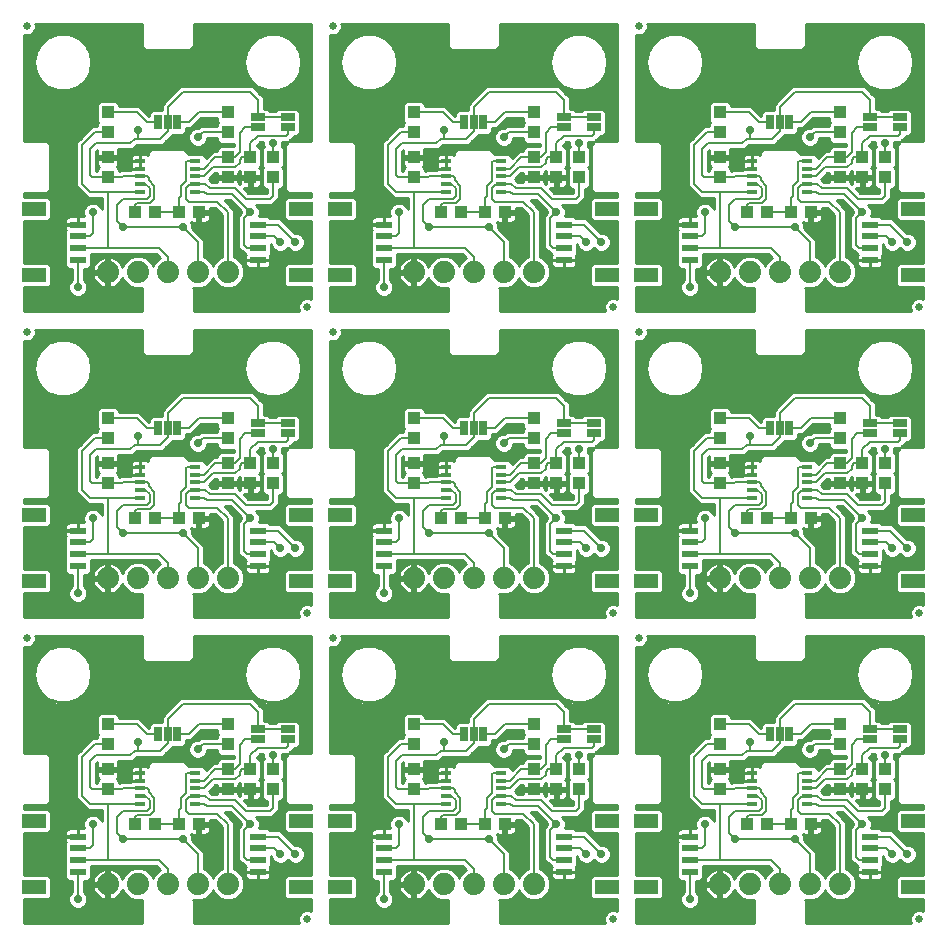
<source format=gtl>
G75*
%MOIN*%
%OFA0B0*%
%FSLAX25Y25*%
%IPPOS*%
%LPD*%
%AMOC8*
5,1,8,0,0,1.08239X$1,22.5*
%
%ADD10C,0.02500*%
%ADD11R,0.03937X0.04331*%
%ADD12R,0.02500X0.05000*%
%ADD13R,0.07874X0.04724*%
%ADD14R,0.05315X0.02362*%
%ADD15C,0.07400*%
%ADD16R,0.04331X0.03937*%
%ADD17R,0.03543X0.01496*%
%ADD18R,0.05000X0.02500*%
%ADD19C,0.00700*%
%ADD20C,0.02900*%
%ADD21C,0.01000*%
D10*
X0059333Y0105500D03*
X0152833Y0114000D03*
X0161333Y0105500D03*
X0254833Y0114000D03*
X0263333Y0105500D03*
X0356833Y0114000D03*
X0263333Y0207500D03*
X0254833Y0216000D03*
X0161333Y0207500D03*
X0152833Y0216000D03*
X0059333Y0207500D03*
X0059333Y0309500D03*
X0161333Y0309500D03*
X0263333Y0309500D03*
X0356833Y0216000D03*
X0356833Y0012000D03*
X0254833Y0012000D03*
X0152833Y0012000D03*
D11*
X0141333Y0055154D03*
X0141333Y0061846D03*
X0133833Y0061846D03*
X0133833Y0055154D03*
X0126333Y0055154D03*
X0126333Y0061846D03*
X0126333Y0070154D03*
X0126333Y0076846D03*
X0086333Y0076846D03*
X0086333Y0070154D03*
X0086333Y0061846D03*
X0086333Y0055154D03*
X0188333Y0055154D03*
X0188333Y0061846D03*
X0188333Y0070154D03*
X0188333Y0076846D03*
X0228333Y0076846D03*
X0228333Y0070154D03*
X0228333Y0061846D03*
X0228333Y0055154D03*
X0235833Y0055154D03*
X0235833Y0061846D03*
X0243333Y0061846D03*
X0243333Y0055154D03*
X0290333Y0055154D03*
X0290333Y0061846D03*
X0290333Y0070154D03*
X0290333Y0076846D03*
X0330333Y0076846D03*
X0330333Y0070154D03*
X0330333Y0061846D03*
X0330333Y0055154D03*
X0337833Y0055154D03*
X0337833Y0061846D03*
X0345333Y0061846D03*
X0345333Y0055154D03*
X0345333Y0157154D03*
X0345333Y0163846D03*
X0337833Y0163846D03*
X0337833Y0157154D03*
X0330333Y0157154D03*
X0330333Y0163846D03*
X0330333Y0172154D03*
X0330333Y0178846D03*
X0290333Y0178846D03*
X0290333Y0172154D03*
X0290333Y0163846D03*
X0290333Y0157154D03*
X0243333Y0157154D03*
X0243333Y0163846D03*
X0235833Y0163846D03*
X0235833Y0157154D03*
X0228333Y0157154D03*
X0228333Y0163846D03*
X0228333Y0172154D03*
X0228333Y0178846D03*
X0188333Y0178846D03*
X0188333Y0172154D03*
X0188333Y0163846D03*
X0188333Y0157154D03*
X0141333Y0157154D03*
X0141333Y0163846D03*
X0133833Y0163846D03*
X0133833Y0157154D03*
X0126333Y0157154D03*
X0126333Y0163846D03*
X0126333Y0172154D03*
X0126333Y0178846D03*
X0086333Y0178846D03*
X0086333Y0172154D03*
X0086333Y0163846D03*
X0086333Y0157154D03*
X0086333Y0259154D03*
X0086333Y0265846D03*
X0086333Y0274154D03*
X0086333Y0280846D03*
X0126333Y0280846D03*
X0126333Y0274154D03*
X0126333Y0265846D03*
X0126333Y0259154D03*
X0133833Y0259154D03*
X0133833Y0265846D03*
X0141333Y0265846D03*
X0141333Y0259154D03*
X0188333Y0259154D03*
X0188333Y0265846D03*
X0188333Y0274154D03*
X0188333Y0280846D03*
X0228333Y0280846D03*
X0228333Y0274154D03*
X0228333Y0265846D03*
X0228333Y0259154D03*
X0235833Y0259154D03*
X0235833Y0265846D03*
X0243333Y0265846D03*
X0243333Y0259154D03*
X0290333Y0259154D03*
X0290333Y0265846D03*
X0290333Y0274154D03*
X0290333Y0280846D03*
X0330333Y0280846D03*
X0330333Y0274154D03*
X0330333Y0265846D03*
X0330333Y0259154D03*
X0337833Y0259154D03*
X0337833Y0265846D03*
X0345333Y0265846D03*
X0345333Y0259154D03*
D12*
X0313533Y0277500D03*
X0310333Y0277500D03*
X0307133Y0277500D03*
X0211533Y0277500D03*
X0208333Y0277500D03*
X0205133Y0277500D03*
X0109533Y0277500D03*
X0106333Y0277500D03*
X0103133Y0277500D03*
X0103133Y0175500D03*
X0106333Y0175500D03*
X0109533Y0175500D03*
X0205133Y0175500D03*
X0208333Y0175500D03*
X0211533Y0175500D03*
X0307133Y0175500D03*
X0310333Y0175500D03*
X0313533Y0175500D03*
X0313533Y0073500D03*
X0310333Y0073500D03*
X0307133Y0073500D03*
X0211533Y0073500D03*
X0208333Y0073500D03*
X0205133Y0073500D03*
X0109533Y0073500D03*
X0106333Y0073500D03*
X0103133Y0073500D03*
D13*
X0061865Y0044524D03*
X0061865Y0022476D03*
X0150802Y0022476D03*
X0163865Y0022476D03*
X0163865Y0044524D03*
X0150802Y0044524D03*
X0150802Y0124476D03*
X0163865Y0124476D03*
X0163865Y0146524D03*
X0150802Y0146524D03*
X0150802Y0226476D03*
X0163865Y0226476D03*
X0163865Y0248524D03*
X0150802Y0248524D03*
X0061865Y0248524D03*
X0061865Y0226476D03*
X0061865Y0146524D03*
X0061865Y0124476D03*
X0252802Y0124476D03*
X0265865Y0124476D03*
X0265865Y0146524D03*
X0252802Y0146524D03*
X0252802Y0226476D03*
X0265865Y0226476D03*
X0265865Y0248524D03*
X0252802Y0248524D03*
X0354802Y0248524D03*
X0354802Y0226476D03*
X0354802Y0146524D03*
X0354802Y0124476D03*
X0354802Y0044524D03*
X0354802Y0022476D03*
X0265865Y0022476D03*
X0252802Y0022476D03*
X0252802Y0044524D03*
X0265865Y0044524D03*
D14*
X0280333Y0039406D03*
X0280333Y0035469D03*
X0280333Y0031531D03*
X0280333Y0027594D03*
X0238333Y0027594D03*
X0238333Y0031531D03*
X0238333Y0035469D03*
X0238333Y0039406D03*
X0178333Y0039406D03*
X0178333Y0035469D03*
X0178333Y0031531D03*
X0178333Y0027594D03*
X0136333Y0027594D03*
X0136333Y0031531D03*
X0136333Y0035469D03*
X0136333Y0039406D03*
X0076333Y0039406D03*
X0076333Y0035469D03*
X0076333Y0031531D03*
X0076333Y0027594D03*
X0076333Y0129594D03*
X0076333Y0133531D03*
X0076333Y0137469D03*
X0076333Y0141406D03*
X0136333Y0141406D03*
X0136333Y0137469D03*
X0136333Y0133531D03*
X0136333Y0129594D03*
X0178333Y0129594D03*
X0178333Y0133531D03*
X0178333Y0137469D03*
X0178333Y0141406D03*
X0238333Y0141406D03*
X0238333Y0137469D03*
X0238333Y0133531D03*
X0238333Y0129594D03*
X0280333Y0129594D03*
X0280333Y0133531D03*
X0280333Y0137469D03*
X0280333Y0141406D03*
X0340333Y0141406D03*
X0340333Y0137469D03*
X0340333Y0133531D03*
X0340333Y0129594D03*
X0340333Y0039406D03*
X0340333Y0035469D03*
X0340333Y0031531D03*
X0340333Y0027594D03*
X0340333Y0231594D03*
X0340333Y0235531D03*
X0340333Y0239469D03*
X0340333Y0243406D03*
X0280333Y0243406D03*
X0280333Y0239469D03*
X0280333Y0235531D03*
X0280333Y0231594D03*
X0238333Y0231594D03*
X0238333Y0235531D03*
X0238333Y0239469D03*
X0238333Y0243406D03*
X0178333Y0243406D03*
X0178333Y0239469D03*
X0178333Y0235531D03*
X0178333Y0231594D03*
X0136333Y0231594D03*
X0136333Y0235531D03*
X0136333Y0239469D03*
X0136333Y0243406D03*
X0076333Y0243406D03*
X0076333Y0239469D03*
X0076333Y0235531D03*
X0076333Y0231594D03*
D15*
X0086333Y0227500D03*
X0096333Y0227500D03*
X0106333Y0227500D03*
X0116333Y0227500D03*
X0126333Y0227500D03*
X0188333Y0227500D03*
X0198333Y0227500D03*
X0208333Y0227500D03*
X0218333Y0227500D03*
X0228333Y0227500D03*
X0290333Y0227500D03*
X0300333Y0227500D03*
X0310333Y0227500D03*
X0320333Y0227500D03*
X0330333Y0227500D03*
X0330333Y0125500D03*
X0320333Y0125500D03*
X0310333Y0125500D03*
X0300333Y0125500D03*
X0290333Y0125500D03*
X0228333Y0125500D03*
X0218333Y0125500D03*
X0208333Y0125500D03*
X0198333Y0125500D03*
X0188333Y0125500D03*
X0126333Y0125500D03*
X0116333Y0125500D03*
X0106333Y0125500D03*
X0096333Y0125500D03*
X0086333Y0125500D03*
X0086333Y0023500D03*
X0096333Y0023500D03*
X0106333Y0023500D03*
X0116333Y0023500D03*
X0126333Y0023500D03*
X0188333Y0023500D03*
X0198333Y0023500D03*
X0208333Y0023500D03*
X0218333Y0023500D03*
X0228333Y0023500D03*
X0290333Y0023500D03*
X0300333Y0023500D03*
X0310333Y0023500D03*
X0320333Y0023500D03*
X0330333Y0023500D03*
D16*
X0320680Y0043500D03*
X0313987Y0043500D03*
X0306180Y0043500D03*
X0299487Y0043500D03*
X0218680Y0043500D03*
X0211987Y0043500D03*
X0204180Y0043500D03*
X0197487Y0043500D03*
X0116680Y0043500D03*
X0109987Y0043500D03*
X0102180Y0043500D03*
X0095487Y0043500D03*
X0095487Y0145500D03*
X0102180Y0145500D03*
X0109987Y0145500D03*
X0116680Y0145500D03*
X0197487Y0145500D03*
X0204180Y0145500D03*
X0211987Y0145500D03*
X0218680Y0145500D03*
X0299487Y0145500D03*
X0306180Y0145500D03*
X0313987Y0145500D03*
X0320680Y0145500D03*
X0320680Y0247500D03*
X0313987Y0247500D03*
X0306180Y0247500D03*
X0299487Y0247500D03*
X0218680Y0247500D03*
X0211987Y0247500D03*
X0204180Y0247500D03*
X0197487Y0247500D03*
X0116680Y0247500D03*
X0109987Y0247500D03*
X0102180Y0247500D03*
X0095487Y0247500D03*
D17*
X0097180Y0254382D03*
X0097180Y0256941D03*
X0097180Y0259500D03*
X0097180Y0262059D03*
X0097180Y0264618D03*
X0115487Y0264618D03*
X0115487Y0262059D03*
X0115487Y0259500D03*
X0115487Y0256941D03*
X0115487Y0254382D03*
X0199180Y0254382D03*
X0199180Y0256941D03*
X0199180Y0259500D03*
X0199180Y0262059D03*
X0199180Y0264618D03*
X0217487Y0264618D03*
X0217487Y0262059D03*
X0217487Y0259500D03*
X0217487Y0256941D03*
X0217487Y0254382D03*
X0301180Y0254382D03*
X0301180Y0256941D03*
X0301180Y0259500D03*
X0301180Y0262059D03*
X0301180Y0264618D03*
X0319487Y0264618D03*
X0319487Y0262059D03*
X0319487Y0259500D03*
X0319487Y0256941D03*
X0319487Y0254382D03*
X0319487Y0162618D03*
X0319487Y0160059D03*
X0319487Y0157500D03*
X0319487Y0154941D03*
X0319487Y0152382D03*
X0301180Y0152382D03*
X0301180Y0154941D03*
X0301180Y0157500D03*
X0301180Y0160059D03*
X0301180Y0162618D03*
X0217487Y0162618D03*
X0217487Y0160059D03*
X0217487Y0157500D03*
X0217487Y0154941D03*
X0217487Y0152382D03*
X0199180Y0152382D03*
X0199180Y0154941D03*
X0199180Y0157500D03*
X0199180Y0160059D03*
X0199180Y0162618D03*
X0115487Y0162618D03*
X0115487Y0160059D03*
X0115487Y0157500D03*
X0115487Y0154941D03*
X0115487Y0152382D03*
X0097180Y0152382D03*
X0097180Y0154941D03*
X0097180Y0157500D03*
X0097180Y0160059D03*
X0097180Y0162618D03*
X0097180Y0060618D03*
X0097180Y0058059D03*
X0097180Y0055500D03*
X0097180Y0052941D03*
X0097180Y0050382D03*
X0115487Y0050382D03*
X0115487Y0052941D03*
X0115487Y0055500D03*
X0115487Y0058059D03*
X0115487Y0060618D03*
X0199180Y0060618D03*
X0199180Y0058059D03*
X0199180Y0055500D03*
X0199180Y0052941D03*
X0199180Y0050382D03*
X0217487Y0050382D03*
X0217487Y0052941D03*
X0217487Y0055500D03*
X0217487Y0058059D03*
X0217487Y0060618D03*
X0301180Y0060618D03*
X0301180Y0058059D03*
X0301180Y0055500D03*
X0301180Y0052941D03*
X0301180Y0050382D03*
X0319487Y0050382D03*
X0319487Y0052941D03*
X0319487Y0055500D03*
X0319487Y0058059D03*
X0319487Y0060618D03*
D18*
X0340333Y0071900D03*
X0340333Y0075100D03*
X0350333Y0075100D03*
X0350333Y0071900D03*
X0248333Y0071900D03*
X0248333Y0075100D03*
X0238333Y0075100D03*
X0238333Y0071900D03*
X0146333Y0071900D03*
X0146333Y0075100D03*
X0136333Y0075100D03*
X0136333Y0071900D03*
X0136333Y0173900D03*
X0136333Y0177100D03*
X0146333Y0177100D03*
X0146333Y0173900D03*
X0238333Y0173900D03*
X0238333Y0177100D03*
X0248333Y0177100D03*
X0248333Y0173900D03*
X0340333Y0173900D03*
X0340333Y0177100D03*
X0350333Y0177100D03*
X0350333Y0173900D03*
X0350333Y0275900D03*
X0350333Y0279100D03*
X0340333Y0279100D03*
X0340333Y0275900D03*
X0248333Y0275900D03*
X0248333Y0279100D03*
X0238333Y0279100D03*
X0238333Y0275900D03*
X0146333Y0275900D03*
X0146333Y0279100D03*
X0136333Y0279100D03*
X0136333Y0275900D03*
D19*
X0132233Y0275900D01*
X0130333Y0274000D01*
X0130333Y0267500D01*
X0128680Y0265846D01*
X0126333Y0265846D01*
X0122180Y0265846D01*
X0118392Y0262059D01*
X0115487Y0262059D01*
X0115487Y0259500D02*
X0118333Y0259500D01*
X0121333Y0262500D01*
X0128833Y0262500D01*
X0130333Y0264000D01*
X0130333Y0265000D01*
X0131180Y0265846D01*
X0133833Y0265846D01*
X0133833Y0270500D01*
X0136333Y0273000D01*
X0145833Y0273000D01*
X0146333Y0273500D01*
X0146333Y0275900D01*
X0146333Y0279100D02*
X0136333Y0279100D01*
X0136333Y0285000D01*
X0133833Y0287500D01*
X0111333Y0287500D01*
X0106333Y0282500D01*
X0106333Y0277500D01*
X0106333Y0274500D01*
X0103833Y0272000D01*
X0096333Y0272000D01*
X0096333Y0275000D01*
X0096333Y0272000D02*
X0095333Y0272000D01*
X0093833Y0270500D01*
X0082333Y0270500D01*
X0080333Y0268500D01*
X0080333Y0264500D01*
X0080302Y0264469D01*
X0080333Y0264500D02*
X0080333Y0260000D01*
X0081180Y0259154D01*
X0086333Y0259154D01*
X0090987Y0259154D01*
X0091333Y0259500D01*
X0097180Y0259500D01*
X0099333Y0259500D01*
X0099933Y0258900D01*
X0099933Y0258100D01*
X0101833Y0256200D01*
X0101833Y0252000D01*
X0100433Y0250600D01*
X0095933Y0250600D01*
X0095333Y0250000D01*
X0095333Y0247654D01*
X0095487Y0247500D01*
X0091333Y0252000D02*
X0089333Y0250000D01*
X0089333Y0244500D01*
X0091333Y0242500D01*
X0111333Y0242500D01*
X0116333Y0237500D01*
X0116333Y0227500D01*
X0106333Y0227500D02*
X0106333Y0232500D01*
X0103302Y0235531D01*
X0086333Y0235531D01*
X0076333Y0235531D01*
X0076333Y0239469D02*
X0080302Y0239469D01*
X0081333Y0240500D01*
X0081333Y0247500D01*
X0080451Y0254382D02*
X0086333Y0254382D01*
X0086333Y0235531D01*
X0076333Y0231594D02*
X0076333Y0222500D01*
X0102180Y0247500D02*
X0109987Y0247500D01*
X0109987Y0252154D01*
X0110833Y0253000D01*
X0110833Y0256200D01*
X0112433Y0257800D01*
X0112433Y0264200D01*
X0112851Y0264618D01*
X0115487Y0264618D01*
X0115487Y0256941D02*
X0113574Y0256941D01*
X0112333Y0255700D01*
X0112333Y0252000D01*
X0113333Y0251000D01*
X0122833Y0251000D01*
X0126333Y0247500D01*
X0126333Y0227500D01*
X0132802Y0235531D02*
X0131833Y0236500D01*
X0131833Y0245500D01*
X0133833Y0247500D01*
X0127833Y0253500D01*
X0119333Y0253500D01*
X0118451Y0254382D01*
X0115487Y0254382D01*
X0115487Y0256941D02*
X0118892Y0256941D01*
X0120333Y0255500D01*
X0128833Y0255500D01*
X0132333Y0252000D01*
X0140333Y0252000D01*
X0141333Y0253000D01*
X0141333Y0259154D01*
X0141333Y0265846D02*
X0141333Y0270500D01*
X0126333Y0274154D02*
X0117987Y0274154D01*
X0116333Y0272500D01*
X0113333Y0277500D02*
X0116680Y0280846D01*
X0126333Y0280846D01*
X0113333Y0277500D02*
X0109533Y0277500D01*
X0103133Y0277500D02*
X0099333Y0277500D01*
X0095987Y0280846D01*
X0086333Y0280846D01*
X0086333Y0274154D02*
X0081987Y0274154D01*
X0077833Y0270000D01*
X0077833Y0257000D01*
X0080451Y0254382D01*
X0086333Y0254382D02*
X0097180Y0254382D01*
X0097180Y0256941D02*
X0098892Y0256941D01*
X0100333Y0255500D01*
X0100333Y0253000D01*
X0099333Y0252000D01*
X0091333Y0252000D01*
X0132802Y0235531D02*
X0136333Y0235531D01*
X0136333Y0239469D02*
X0141865Y0239469D01*
X0143833Y0237500D01*
X0148833Y0237500D02*
X0142928Y0243406D01*
X0136333Y0243406D01*
X0178333Y0239469D02*
X0182302Y0239469D01*
X0183333Y0240500D01*
X0183333Y0247500D01*
X0182451Y0254382D02*
X0188333Y0254382D01*
X0188333Y0235531D01*
X0205302Y0235531D01*
X0208333Y0232500D01*
X0208333Y0227500D01*
X0218333Y0227500D02*
X0218333Y0237500D01*
X0213333Y0242500D01*
X0193333Y0242500D01*
X0191333Y0244500D01*
X0191333Y0250000D01*
X0193333Y0252000D01*
X0201333Y0252000D01*
X0202333Y0253000D01*
X0202333Y0255500D01*
X0200892Y0256941D01*
X0199180Y0256941D01*
X0199180Y0259500D02*
X0193333Y0259500D01*
X0192987Y0259154D01*
X0188333Y0259154D01*
X0183180Y0259154D01*
X0182333Y0260000D01*
X0182333Y0264500D01*
X0182302Y0264469D01*
X0182333Y0264500D02*
X0182333Y0268500D01*
X0184333Y0270500D01*
X0195833Y0270500D01*
X0197333Y0272000D01*
X0198333Y0272000D01*
X0205833Y0272000D01*
X0208333Y0274500D01*
X0208333Y0277500D01*
X0208333Y0282500D01*
X0213333Y0287500D01*
X0235833Y0287500D01*
X0238333Y0285000D01*
X0238333Y0279100D01*
X0248333Y0279100D01*
X0248333Y0275900D02*
X0248333Y0273500D01*
X0247833Y0273000D01*
X0238333Y0273000D01*
X0235833Y0270500D01*
X0235833Y0265846D01*
X0233180Y0265846D01*
X0232333Y0265000D01*
X0232333Y0264000D01*
X0230833Y0262500D01*
X0223333Y0262500D01*
X0220333Y0259500D01*
X0217487Y0259500D01*
X0217487Y0256941D02*
X0215574Y0256941D01*
X0214333Y0255700D01*
X0214333Y0252000D01*
X0215333Y0251000D01*
X0224833Y0251000D01*
X0228333Y0247500D01*
X0228333Y0227500D01*
X0234802Y0235531D02*
X0233833Y0236500D01*
X0233833Y0245500D01*
X0235833Y0247500D01*
X0229833Y0253500D01*
X0221333Y0253500D01*
X0220451Y0254382D01*
X0217487Y0254382D01*
X0217487Y0256941D02*
X0220892Y0256941D01*
X0222333Y0255500D01*
X0230833Y0255500D01*
X0234333Y0252000D01*
X0242333Y0252000D01*
X0243333Y0253000D01*
X0243333Y0259154D01*
X0243333Y0265846D02*
X0243333Y0270500D01*
X0238333Y0275900D02*
X0234233Y0275900D01*
X0232333Y0274000D01*
X0232333Y0267500D01*
X0230680Y0265846D01*
X0228333Y0265846D01*
X0224180Y0265846D01*
X0220392Y0262059D01*
X0217487Y0262059D01*
X0217487Y0264618D02*
X0214851Y0264618D01*
X0214433Y0264200D01*
X0214433Y0257800D01*
X0212833Y0256200D01*
X0212833Y0253000D01*
X0211987Y0252154D01*
X0211987Y0247500D01*
X0204180Y0247500D01*
X0202433Y0250600D02*
X0197933Y0250600D01*
X0197333Y0250000D01*
X0197333Y0247654D01*
X0197487Y0247500D01*
X0202433Y0250600D02*
X0203833Y0252000D01*
X0203833Y0256200D01*
X0201933Y0258100D01*
X0201933Y0258900D01*
X0201333Y0259500D01*
X0199180Y0259500D01*
X0199180Y0254382D02*
X0188333Y0254382D01*
X0182451Y0254382D02*
X0179833Y0257000D01*
X0179833Y0270000D01*
X0183987Y0274154D01*
X0188333Y0274154D01*
X0188333Y0280846D02*
X0197987Y0280846D01*
X0201333Y0277500D01*
X0205133Y0277500D01*
X0211533Y0277500D02*
X0215333Y0277500D01*
X0218680Y0280846D01*
X0228333Y0280846D01*
X0228333Y0274154D02*
X0219987Y0274154D01*
X0218333Y0272500D01*
X0198333Y0272000D02*
X0198333Y0275000D01*
X0188333Y0235531D02*
X0178333Y0235531D01*
X0178333Y0231594D02*
X0178333Y0222500D01*
X0213333Y0185500D02*
X0235833Y0185500D01*
X0238333Y0183000D01*
X0238333Y0177100D01*
X0248333Y0177100D01*
X0248333Y0173900D02*
X0248333Y0171500D01*
X0247833Y0171000D01*
X0238333Y0171000D01*
X0235833Y0168500D01*
X0235833Y0163846D01*
X0233180Y0163846D01*
X0232333Y0163000D01*
X0232333Y0162000D01*
X0230833Y0160500D01*
X0223333Y0160500D01*
X0220333Y0157500D01*
X0217487Y0157500D01*
X0217487Y0154941D02*
X0215574Y0154941D01*
X0214333Y0153700D01*
X0214333Y0150000D01*
X0215333Y0149000D01*
X0224833Y0149000D01*
X0228333Y0145500D01*
X0228333Y0125500D01*
X0234802Y0133531D02*
X0233833Y0134500D01*
X0233833Y0143500D01*
X0235833Y0145500D01*
X0229833Y0151500D01*
X0221333Y0151500D01*
X0220451Y0152382D01*
X0217487Y0152382D01*
X0217487Y0154941D02*
X0220892Y0154941D01*
X0222333Y0153500D01*
X0230833Y0153500D01*
X0234333Y0150000D01*
X0242333Y0150000D01*
X0243333Y0151000D01*
X0243333Y0157154D01*
X0243333Y0163846D02*
X0243333Y0168500D01*
X0238333Y0173900D02*
X0234233Y0173900D01*
X0232333Y0172000D01*
X0232333Y0165500D01*
X0230680Y0163846D01*
X0228333Y0163846D01*
X0224180Y0163846D01*
X0220392Y0160059D01*
X0217487Y0160059D01*
X0217487Y0162618D02*
X0214851Y0162618D01*
X0214433Y0162200D01*
X0214433Y0155800D01*
X0212833Y0154200D01*
X0212833Y0151000D01*
X0211987Y0150154D01*
X0211987Y0145500D01*
X0204180Y0145500D01*
X0202433Y0148600D02*
X0197933Y0148600D01*
X0197333Y0148000D01*
X0197333Y0145654D01*
X0197487Y0145500D01*
X0202433Y0148600D02*
X0203833Y0150000D01*
X0203833Y0154200D01*
X0201933Y0156100D01*
X0201933Y0156900D01*
X0201333Y0157500D01*
X0199180Y0157500D01*
X0193333Y0157500D01*
X0192987Y0157154D01*
X0188333Y0157154D01*
X0183180Y0157154D01*
X0182333Y0158000D01*
X0182333Y0162500D01*
X0182302Y0162469D01*
X0182333Y0162500D02*
X0182333Y0166500D01*
X0184333Y0168500D01*
X0195833Y0168500D01*
X0197333Y0170000D01*
X0198333Y0170000D01*
X0205833Y0170000D01*
X0208333Y0172500D01*
X0208333Y0175500D01*
X0208333Y0180500D01*
X0213333Y0185500D01*
X0218680Y0178846D02*
X0228333Y0178846D01*
X0228333Y0172154D02*
X0219987Y0172154D01*
X0218333Y0170500D01*
X0215333Y0175500D02*
X0211533Y0175500D01*
X0215333Y0175500D02*
X0218680Y0178846D01*
X0205133Y0175500D02*
X0201333Y0175500D01*
X0197987Y0178846D01*
X0188333Y0178846D01*
X0188333Y0172154D02*
X0183987Y0172154D01*
X0179833Y0168000D01*
X0179833Y0155000D01*
X0182451Y0152382D01*
X0188333Y0152382D01*
X0188333Y0133531D01*
X0205302Y0133531D01*
X0208333Y0130500D01*
X0208333Y0125500D01*
X0218333Y0125500D02*
X0218333Y0135500D01*
X0213333Y0140500D01*
X0193333Y0140500D01*
X0191333Y0142500D01*
X0191333Y0148000D01*
X0193333Y0150000D01*
X0201333Y0150000D01*
X0202333Y0151000D01*
X0202333Y0153500D01*
X0200892Y0154941D01*
X0199180Y0154941D01*
X0199180Y0152382D02*
X0188333Y0152382D01*
X0183333Y0145500D02*
X0183333Y0138500D01*
X0182302Y0137469D01*
X0178333Y0137469D01*
X0178333Y0133531D02*
X0188333Y0133531D01*
X0178333Y0129594D02*
X0178333Y0120500D01*
X0148833Y0135500D02*
X0142928Y0141406D01*
X0136333Y0141406D01*
X0133833Y0145500D02*
X0131833Y0143500D01*
X0131833Y0134500D01*
X0132802Y0133531D01*
X0136333Y0133531D01*
X0136333Y0137469D02*
X0141865Y0137469D01*
X0143833Y0135500D01*
X0133833Y0145500D02*
X0127833Y0151500D01*
X0119333Y0151500D01*
X0118451Y0152382D01*
X0115487Y0152382D01*
X0115487Y0154941D02*
X0113574Y0154941D01*
X0112333Y0153700D01*
X0112333Y0150000D01*
X0113333Y0149000D01*
X0122833Y0149000D01*
X0126333Y0145500D01*
X0126333Y0125500D01*
X0116333Y0125500D02*
X0116333Y0135500D01*
X0111333Y0140500D01*
X0091333Y0140500D01*
X0089333Y0142500D01*
X0089333Y0148000D01*
X0091333Y0150000D01*
X0099333Y0150000D01*
X0100333Y0151000D01*
X0100333Y0153500D01*
X0098892Y0154941D01*
X0097180Y0154941D01*
X0097180Y0157500D02*
X0099333Y0157500D01*
X0099933Y0156900D01*
X0099933Y0156100D01*
X0101833Y0154200D01*
X0101833Y0150000D01*
X0100433Y0148600D01*
X0095933Y0148600D01*
X0095333Y0148000D01*
X0095333Y0145654D01*
X0095487Y0145500D01*
X0102180Y0145500D02*
X0109987Y0145500D01*
X0109987Y0150154D01*
X0110833Y0151000D01*
X0110833Y0154200D01*
X0112433Y0155800D01*
X0112433Y0162200D01*
X0112851Y0162618D01*
X0115487Y0162618D01*
X0115487Y0160059D02*
X0118392Y0160059D01*
X0122180Y0163846D01*
X0126333Y0163846D01*
X0128680Y0163846D01*
X0130333Y0165500D01*
X0130333Y0172000D01*
X0132233Y0173900D01*
X0136333Y0173900D01*
X0136333Y0171000D02*
X0145833Y0171000D01*
X0146333Y0171500D01*
X0146333Y0173900D01*
X0146333Y0177100D02*
X0136333Y0177100D01*
X0136333Y0183000D01*
X0133833Y0185500D01*
X0111333Y0185500D01*
X0106333Y0180500D01*
X0106333Y0175500D01*
X0106333Y0172500D01*
X0103833Y0170000D01*
X0096333Y0170000D01*
X0096333Y0173000D01*
X0096333Y0170000D02*
X0095333Y0170000D01*
X0093833Y0168500D01*
X0082333Y0168500D01*
X0080333Y0166500D01*
X0080333Y0162500D01*
X0080302Y0162469D01*
X0080333Y0162500D02*
X0080333Y0158000D01*
X0081180Y0157154D01*
X0086333Y0157154D01*
X0090987Y0157154D01*
X0091333Y0157500D01*
X0097180Y0157500D01*
X0097180Y0152382D02*
X0086333Y0152382D01*
X0086333Y0133531D01*
X0103302Y0133531D01*
X0106333Y0130500D01*
X0106333Y0125500D01*
X0086333Y0133531D02*
X0076333Y0133531D01*
X0076333Y0129594D02*
X0076333Y0120500D01*
X0076333Y0137469D02*
X0080302Y0137469D01*
X0081333Y0138500D01*
X0081333Y0145500D01*
X0080451Y0152382D02*
X0086333Y0152382D01*
X0080451Y0152382D02*
X0077833Y0155000D01*
X0077833Y0168000D01*
X0081987Y0172154D01*
X0086333Y0172154D01*
X0086333Y0178846D02*
X0095987Y0178846D01*
X0099333Y0175500D01*
X0103133Y0175500D01*
X0109533Y0175500D02*
X0113333Y0175500D01*
X0116680Y0178846D01*
X0126333Y0178846D01*
X0126333Y0172154D02*
X0117987Y0172154D01*
X0116333Y0170500D01*
X0121333Y0160500D02*
X0128833Y0160500D01*
X0130333Y0162000D01*
X0130333Y0163000D01*
X0131180Y0163846D01*
X0133833Y0163846D01*
X0133833Y0168500D01*
X0136333Y0171000D01*
X0141333Y0168500D02*
X0141333Y0163846D01*
X0141333Y0157154D02*
X0141333Y0151000D01*
X0140333Y0150000D01*
X0132333Y0150000D01*
X0128833Y0153500D01*
X0120333Y0153500D01*
X0118892Y0154941D01*
X0115487Y0154941D01*
X0115487Y0157500D02*
X0118333Y0157500D01*
X0121333Y0160500D01*
X0198333Y0170000D02*
X0198333Y0173000D01*
X0238333Y0141406D02*
X0244928Y0141406D01*
X0250833Y0135500D01*
X0245833Y0135500D02*
X0243865Y0137469D01*
X0238333Y0137469D01*
X0238333Y0133531D02*
X0234802Y0133531D01*
X0280333Y0133531D02*
X0290333Y0133531D01*
X0307302Y0133531D01*
X0310333Y0130500D01*
X0310333Y0125500D01*
X0320333Y0125500D02*
X0320333Y0135500D01*
X0315333Y0140500D01*
X0295333Y0140500D01*
X0293333Y0142500D01*
X0293333Y0148000D01*
X0295333Y0150000D01*
X0303333Y0150000D01*
X0304333Y0151000D01*
X0304333Y0153500D01*
X0302892Y0154941D01*
X0301180Y0154941D01*
X0301180Y0157500D02*
X0303333Y0157500D01*
X0303933Y0156900D01*
X0303933Y0156100D01*
X0305833Y0154200D01*
X0305833Y0150000D01*
X0304433Y0148600D01*
X0299933Y0148600D01*
X0299333Y0148000D01*
X0299333Y0145654D01*
X0299487Y0145500D01*
X0306180Y0145500D02*
X0313987Y0145500D01*
X0313987Y0150154D01*
X0314833Y0151000D01*
X0314833Y0154200D01*
X0316433Y0155800D01*
X0316433Y0162200D01*
X0316851Y0162618D01*
X0319487Y0162618D01*
X0319487Y0160059D02*
X0322392Y0160059D01*
X0326180Y0163846D01*
X0330333Y0163846D01*
X0332680Y0163846D01*
X0334333Y0165500D01*
X0334333Y0172000D01*
X0336233Y0173900D01*
X0340333Y0173900D01*
X0340333Y0171000D02*
X0349833Y0171000D01*
X0350333Y0171500D01*
X0350333Y0173900D01*
X0350333Y0177100D02*
X0340333Y0177100D01*
X0340333Y0183000D01*
X0337833Y0185500D01*
X0315333Y0185500D01*
X0310333Y0180500D01*
X0310333Y0175500D01*
X0310333Y0172500D01*
X0307833Y0170000D01*
X0300333Y0170000D01*
X0300333Y0173000D01*
X0300333Y0170000D02*
X0299333Y0170000D01*
X0297833Y0168500D01*
X0286333Y0168500D01*
X0284333Y0166500D01*
X0284333Y0162500D01*
X0284302Y0162469D01*
X0284333Y0162500D02*
X0284333Y0158000D01*
X0285180Y0157154D01*
X0290333Y0157154D01*
X0294987Y0157154D01*
X0295333Y0157500D01*
X0301180Y0157500D01*
X0301180Y0152382D02*
X0290333Y0152382D01*
X0290333Y0133531D01*
X0285333Y0138500D02*
X0284302Y0137469D01*
X0280333Y0137469D01*
X0285333Y0138500D02*
X0285333Y0145500D01*
X0284451Y0152382D02*
X0290333Y0152382D01*
X0284451Y0152382D02*
X0281833Y0155000D01*
X0281833Y0168000D01*
X0285987Y0172154D01*
X0290333Y0172154D01*
X0290333Y0178846D02*
X0299987Y0178846D01*
X0303333Y0175500D01*
X0307133Y0175500D01*
X0313533Y0175500D02*
X0317333Y0175500D01*
X0320680Y0178846D01*
X0330333Y0178846D01*
X0330333Y0172154D02*
X0321987Y0172154D01*
X0320333Y0170500D01*
X0325333Y0160500D02*
X0332833Y0160500D01*
X0334333Y0162000D01*
X0334333Y0163000D01*
X0335180Y0163846D01*
X0337833Y0163846D01*
X0337833Y0168500D01*
X0340333Y0171000D01*
X0345333Y0168500D02*
X0345333Y0163846D01*
X0345333Y0157154D02*
X0345333Y0151000D01*
X0344333Y0150000D01*
X0336333Y0150000D01*
X0332833Y0153500D01*
X0324333Y0153500D01*
X0322892Y0154941D01*
X0319487Y0154941D01*
X0317574Y0154941D01*
X0316333Y0153700D01*
X0316333Y0150000D01*
X0317333Y0149000D01*
X0326833Y0149000D01*
X0330333Y0145500D01*
X0330333Y0125500D01*
X0336802Y0133531D02*
X0335833Y0134500D01*
X0335833Y0143500D01*
X0337833Y0145500D01*
X0331833Y0151500D01*
X0323333Y0151500D01*
X0322451Y0152382D01*
X0319487Y0152382D01*
X0319487Y0157500D02*
X0322333Y0157500D01*
X0325333Y0160500D01*
X0340333Y0141406D02*
X0346928Y0141406D01*
X0352833Y0135500D01*
X0347833Y0135500D02*
X0345865Y0137469D01*
X0340333Y0137469D01*
X0340333Y0133531D02*
X0336802Y0133531D01*
X0337833Y0083500D02*
X0315333Y0083500D01*
X0310333Y0078500D01*
X0310333Y0073500D01*
X0310333Y0070500D01*
X0307833Y0068000D01*
X0300333Y0068000D01*
X0300333Y0071000D01*
X0300333Y0068000D02*
X0299333Y0068000D01*
X0297833Y0066500D01*
X0286333Y0066500D01*
X0284333Y0064500D01*
X0284333Y0060500D01*
X0284302Y0060469D01*
X0284333Y0060500D02*
X0284333Y0056000D01*
X0285180Y0055154D01*
X0290333Y0055154D01*
X0294987Y0055154D01*
X0295333Y0055500D01*
X0301180Y0055500D01*
X0303333Y0055500D01*
X0303933Y0054900D01*
X0303933Y0054100D01*
X0305833Y0052200D01*
X0305833Y0048000D01*
X0304433Y0046600D01*
X0299933Y0046600D01*
X0299333Y0046000D01*
X0299333Y0043654D01*
X0299487Y0043500D01*
X0295333Y0048000D02*
X0293333Y0046000D01*
X0293333Y0040500D01*
X0295333Y0038500D01*
X0315333Y0038500D01*
X0320333Y0033500D01*
X0320333Y0023500D01*
X0310333Y0023500D02*
X0310333Y0028500D01*
X0307302Y0031531D01*
X0290333Y0031531D01*
X0280333Y0031531D01*
X0280333Y0027594D02*
X0280333Y0018500D01*
X0290333Y0031531D02*
X0290333Y0050382D01*
X0284451Y0050382D01*
X0281833Y0053000D01*
X0281833Y0066000D01*
X0285987Y0070154D01*
X0290333Y0070154D01*
X0290333Y0076846D02*
X0299987Y0076846D01*
X0303333Y0073500D01*
X0307133Y0073500D01*
X0313533Y0073500D02*
X0317333Y0073500D01*
X0320680Y0076846D01*
X0330333Y0076846D01*
X0336233Y0071900D02*
X0340333Y0071900D01*
X0340333Y0069000D02*
X0349833Y0069000D01*
X0350333Y0069500D01*
X0350333Y0071900D01*
X0350333Y0075100D02*
X0340333Y0075100D01*
X0340333Y0081000D01*
X0337833Y0083500D01*
X0336233Y0071900D02*
X0334333Y0070000D01*
X0334333Y0063500D01*
X0332680Y0061846D01*
X0330333Y0061846D01*
X0326180Y0061846D01*
X0322392Y0058059D01*
X0319487Y0058059D01*
X0319487Y0055500D02*
X0322333Y0055500D01*
X0325333Y0058500D01*
X0332833Y0058500D01*
X0334333Y0060000D01*
X0334333Y0061000D01*
X0335180Y0061846D01*
X0337833Y0061846D01*
X0337833Y0066500D01*
X0340333Y0069000D01*
X0345333Y0066500D02*
X0345333Y0061846D01*
X0345333Y0055154D02*
X0345333Y0049000D01*
X0344333Y0048000D01*
X0336333Y0048000D01*
X0332833Y0051500D01*
X0324333Y0051500D01*
X0322892Y0052941D01*
X0319487Y0052941D01*
X0317574Y0052941D01*
X0316333Y0051700D01*
X0316333Y0048000D01*
X0317333Y0047000D01*
X0326833Y0047000D01*
X0330333Y0043500D01*
X0330333Y0023500D01*
X0336802Y0031531D02*
X0335833Y0032500D01*
X0335833Y0041500D01*
X0337833Y0043500D01*
X0331833Y0049500D01*
X0323333Y0049500D01*
X0322451Y0050382D01*
X0319487Y0050382D01*
X0316433Y0053800D02*
X0314833Y0052200D01*
X0314833Y0049000D01*
X0313987Y0048154D01*
X0313987Y0043500D01*
X0306180Y0043500D01*
X0303333Y0048000D02*
X0304333Y0049000D01*
X0304333Y0051500D01*
X0302892Y0052941D01*
X0301180Y0052941D01*
X0301180Y0050382D02*
X0290333Y0050382D01*
X0295333Y0048000D02*
X0303333Y0048000D01*
X0316433Y0053800D02*
X0316433Y0060200D01*
X0316851Y0060618D01*
X0319487Y0060618D01*
X0320333Y0068500D02*
X0321987Y0070154D01*
X0330333Y0070154D01*
X0340333Y0039406D02*
X0346928Y0039406D01*
X0352833Y0033500D01*
X0347833Y0033500D02*
X0345865Y0035469D01*
X0340333Y0035469D01*
X0340333Y0031531D02*
X0336802Y0031531D01*
X0285333Y0036500D02*
X0284302Y0035469D01*
X0280333Y0035469D01*
X0285333Y0036500D02*
X0285333Y0043500D01*
X0250833Y0033500D02*
X0244928Y0039406D01*
X0238333Y0039406D01*
X0238333Y0035469D02*
X0243865Y0035469D01*
X0245833Y0033500D01*
X0238333Y0031531D02*
X0234802Y0031531D01*
X0233833Y0032500D01*
X0233833Y0041500D01*
X0235833Y0043500D01*
X0229833Y0049500D01*
X0221333Y0049500D01*
X0220451Y0050382D01*
X0217487Y0050382D01*
X0217487Y0052941D02*
X0215574Y0052941D01*
X0214333Y0051700D01*
X0214333Y0048000D01*
X0215333Y0047000D01*
X0224833Y0047000D01*
X0228333Y0043500D01*
X0228333Y0023500D01*
X0218333Y0023500D02*
X0218333Y0033500D01*
X0213333Y0038500D01*
X0193333Y0038500D01*
X0191333Y0040500D01*
X0191333Y0046000D01*
X0193333Y0048000D01*
X0201333Y0048000D01*
X0202333Y0049000D01*
X0202333Y0051500D01*
X0200892Y0052941D01*
X0199180Y0052941D01*
X0199180Y0055500D02*
X0193333Y0055500D01*
X0192987Y0055154D01*
X0188333Y0055154D01*
X0183180Y0055154D01*
X0182333Y0056000D01*
X0182333Y0060500D01*
X0182302Y0060469D01*
X0182333Y0060500D02*
X0182333Y0064500D01*
X0184333Y0066500D01*
X0195833Y0066500D01*
X0197333Y0068000D01*
X0198333Y0068000D01*
X0205833Y0068000D01*
X0208333Y0070500D01*
X0208333Y0073500D01*
X0208333Y0078500D01*
X0213333Y0083500D01*
X0235833Y0083500D01*
X0238333Y0081000D01*
X0238333Y0075100D01*
X0248333Y0075100D01*
X0248333Y0071900D02*
X0248333Y0069500D01*
X0247833Y0069000D01*
X0238333Y0069000D01*
X0235833Y0066500D01*
X0235833Y0061846D01*
X0233180Y0061846D01*
X0232333Y0061000D01*
X0232333Y0060000D01*
X0230833Y0058500D01*
X0223333Y0058500D01*
X0220333Y0055500D01*
X0217487Y0055500D01*
X0217487Y0052941D02*
X0220892Y0052941D01*
X0222333Y0051500D01*
X0230833Y0051500D01*
X0234333Y0048000D01*
X0242333Y0048000D01*
X0243333Y0049000D01*
X0243333Y0055154D01*
X0243333Y0061846D02*
X0243333Y0066500D01*
X0238333Y0071900D02*
X0234233Y0071900D01*
X0232333Y0070000D01*
X0232333Y0063500D01*
X0230680Y0061846D01*
X0228333Y0061846D01*
X0224180Y0061846D01*
X0220392Y0058059D01*
X0217487Y0058059D01*
X0217487Y0060618D02*
X0214851Y0060618D01*
X0214433Y0060200D01*
X0214433Y0053800D01*
X0212833Y0052200D01*
X0212833Y0049000D01*
X0211987Y0048154D01*
X0211987Y0043500D01*
X0204180Y0043500D01*
X0202433Y0046600D02*
X0197933Y0046600D01*
X0197333Y0046000D01*
X0197333Y0043654D01*
X0197487Y0043500D01*
X0202433Y0046600D02*
X0203833Y0048000D01*
X0203833Y0052200D01*
X0201933Y0054100D01*
X0201933Y0054900D01*
X0201333Y0055500D01*
X0199180Y0055500D01*
X0199180Y0050382D02*
X0188333Y0050382D01*
X0188333Y0031531D01*
X0205302Y0031531D01*
X0208333Y0028500D01*
X0208333Y0023500D01*
X0188333Y0031531D02*
X0178333Y0031531D01*
X0178333Y0027594D02*
X0178333Y0018500D01*
X0178333Y0035469D02*
X0182302Y0035469D01*
X0183333Y0036500D01*
X0183333Y0043500D01*
X0182451Y0050382D02*
X0179833Y0053000D01*
X0179833Y0066000D01*
X0183987Y0070154D01*
X0188333Y0070154D01*
X0188333Y0076846D02*
X0197987Y0076846D01*
X0201333Y0073500D01*
X0205133Y0073500D01*
X0211533Y0073500D02*
X0215333Y0073500D01*
X0218680Y0076846D01*
X0228333Y0076846D01*
X0228333Y0070154D02*
X0219987Y0070154D01*
X0218333Y0068500D01*
X0198333Y0068000D02*
X0198333Y0071000D01*
X0188333Y0050382D02*
X0182451Y0050382D01*
X0148833Y0033500D02*
X0142928Y0039406D01*
X0136333Y0039406D01*
X0136333Y0035469D02*
X0141865Y0035469D01*
X0143833Y0033500D01*
X0136333Y0031531D02*
X0132802Y0031531D01*
X0131833Y0032500D01*
X0131833Y0041500D01*
X0133833Y0043500D01*
X0127833Y0049500D01*
X0119333Y0049500D01*
X0118451Y0050382D01*
X0115487Y0050382D01*
X0115487Y0052941D02*
X0113574Y0052941D01*
X0112333Y0051700D01*
X0112333Y0048000D01*
X0113333Y0047000D01*
X0122833Y0047000D01*
X0126333Y0043500D01*
X0126333Y0023500D01*
X0116333Y0023500D02*
X0116333Y0033500D01*
X0111333Y0038500D01*
X0091333Y0038500D01*
X0089333Y0040500D01*
X0089333Y0046000D01*
X0091333Y0048000D01*
X0099333Y0048000D01*
X0100333Y0049000D01*
X0100333Y0051500D01*
X0098892Y0052941D01*
X0097180Y0052941D01*
X0097180Y0055500D02*
X0099333Y0055500D01*
X0099933Y0054900D01*
X0099933Y0054100D01*
X0101833Y0052200D01*
X0101833Y0048000D01*
X0100433Y0046600D01*
X0095933Y0046600D01*
X0095333Y0046000D01*
X0095333Y0043654D01*
X0095487Y0043500D01*
X0102180Y0043500D02*
X0109987Y0043500D01*
X0109987Y0048154D01*
X0110833Y0049000D01*
X0110833Y0052200D01*
X0112433Y0053800D01*
X0112433Y0060200D01*
X0112851Y0060618D01*
X0115487Y0060618D01*
X0115487Y0058059D02*
X0118392Y0058059D01*
X0122180Y0061846D01*
X0126333Y0061846D01*
X0128680Y0061846D01*
X0130333Y0063500D01*
X0130333Y0070000D01*
X0132233Y0071900D01*
X0136333Y0071900D01*
X0136333Y0069000D02*
X0145833Y0069000D01*
X0146333Y0069500D01*
X0146333Y0071900D01*
X0146333Y0075100D02*
X0136333Y0075100D01*
X0136333Y0081000D01*
X0133833Y0083500D01*
X0111333Y0083500D01*
X0106333Y0078500D01*
X0106333Y0073500D01*
X0106333Y0070500D01*
X0103833Y0068000D01*
X0096333Y0068000D01*
X0096333Y0071000D01*
X0096333Y0068000D02*
X0095333Y0068000D01*
X0093833Y0066500D01*
X0082333Y0066500D01*
X0080333Y0064500D01*
X0080333Y0060500D01*
X0080302Y0060469D01*
X0080333Y0060500D02*
X0080333Y0056000D01*
X0081180Y0055154D01*
X0086333Y0055154D01*
X0090987Y0055154D01*
X0091333Y0055500D01*
X0097180Y0055500D01*
X0097180Y0050382D02*
X0086333Y0050382D01*
X0086333Y0031531D01*
X0103302Y0031531D01*
X0106333Y0028500D01*
X0106333Y0023500D01*
X0086333Y0031531D02*
X0076333Y0031531D01*
X0076333Y0027594D02*
X0076333Y0018500D01*
X0076333Y0035469D02*
X0080302Y0035469D01*
X0081333Y0036500D01*
X0081333Y0043500D01*
X0080451Y0050382D02*
X0077833Y0053000D01*
X0077833Y0066000D01*
X0081987Y0070154D01*
X0086333Y0070154D01*
X0086333Y0076846D02*
X0095987Y0076846D01*
X0099333Y0073500D01*
X0103133Y0073500D01*
X0109533Y0073500D02*
X0113333Y0073500D01*
X0116680Y0076846D01*
X0126333Y0076846D01*
X0126333Y0070154D02*
X0117987Y0070154D01*
X0116333Y0068500D01*
X0121333Y0058500D02*
X0128833Y0058500D01*
X0130333Y0060000D01*
X0130333Y0061000D01*
X0131180Y0061846D01*
X0133833Y0061846D01*
X0133833Y0066500D01*
X0136333Y0069000D01*
X0141333Y0066500D02*
X0141333Y0061846D01*
X0141333Y0055154D02*
X0141333Y0049000D01*
X0140333Y0048000D01*
X0132333Y0048000D01*
X0128833Y0051500D01*
X0120333Y0051500D01*
X0118892Y0052941D01*
X0115487Y0052941D01*
X0115487Y0055500D02*
X0118333Y0055500D01*
X0121333Y0058500D01*
X0086333Y0050382D02*
X0080451Y0050382D01*
X0280333Y0120500D02*
X0280333Y0129594D01*
X0280333Y0222500D02*
X0280333Y0231594D01*
X0280333Y0235531D02*
X0290333Y0235531D01*
X0307302Y0235531D01*
X0310333Y0232500D01*
X0310333Y0227500D01*
X0320333Y0227500D02*
X0320333Y0237500D01*
X0315333Y0242500D01*
X0295333Y0242500D01*
X0293333Y0244500D01*
X0293333Y0250000D01*
X0295333Y0252000D01*
X0303333Y0252000D01*
X0304333Y0253000D01*
X0304333Y0255500D01*
X0302892Y0256941D01*
X0301180Y0256941D01*
X0301180Y0259500D02*
X0303333Y0259500D01*
X0303933Y0258900D01*
X0303933Y0258100D01*
X0305833Y0256200D01*
X0305833Y0252000D01*
X0304433Y0250600D01*
X0299933Y0250600D01*
X0299333Y0250000D01*
X0299333Y0247654D01*
X0299487Y0247500D01*
X0306180Y0247500D02*
X0313987Y0247500D01*
X0313987Y0252154D01*
X0314833Y0253000D01*
X0314833Y0256200D01*
X0316433Y0257800D01*
X0316433Y0264200D01*
X0316851Y0264618D01*
X0319487Y0264618D01*
X0319487Y0262059D02*
X0322392Y0262059D01*
X0326180Y0265846D01*
X0330333Y0265846D01*
X0332680Y0265846D01*
X0334333Y0267500D01*
X0334333Y0274000D01*
X0336233Y0275900D01*
X0340333Y0275900D01*
X0340333Y0273000D02*
X0349833Y0273000D01*
X0350333Y0273500D01*
X0350333Y0275900D01*
X0350333Y0279100D02*
X0340333Y0279100D01*
X0340333Y0285000D01*
X0337833Y0287500D01*
X0315333Y0287500D01*
X0310333Y0282500D01*
X0310333Y0277500D01*
X0310333Y0274500D01*
X0307833Y0272000D01*
X0300333Y0272000D01*
X0300333Y0275000D01*
X0300333Y0272000D02*
X0299333Y0272000D01*
X0297833Y0270500D01*
X0286333Y0270500D01*
X0284333Y0268500D01*
X0284333Y0264500D01*
X0284302Y0264469D01*
X0284333Y0264500D02*
X0284333Y0260000D01*
X0285180Y0259154D01*
X0290333Y0259154D01*
X0294987Y0259154D01*
X0295333Y0259500D01*
X0301180Y0259500D01*
X0301180Y0254382D02*
X0290333Y0254382D01*
X0290333Y0235531D01*
X0285333Y0240500D02*
X0284302Y0239469D01*
X0280333Y0239469D01*
X0285333Y0240500D02*
X0285333Y0247500D01*
X0284451Y0254382D02*
X0290333Y0254382D01*
X0284451Y0254382D02*
X0281833Y0257000D01*
X0281833Y0270000D01*
X0285987Y0274154D01*
X0290333Y0274154D01*
X0290333Y0280846D02*
X0299987Y0280846D01*
X0303333Y0277500D01*
X0307133Y0277500D01*
X0313533Y0277500D02*
X0317333Y0277500D01*
X0320680Y0280846D01*
X0330333Y0280846D01*
X0330333Y0274154D02*
X0321987Y0274154D01*
X0320333Y0272500D01*
X0325333Y0262500D02*
X0332833Y0262500D01*
X0334333Y0264000D01*
X0334333Y0265000D01*
X0335180Y0265846D01*
X0337833Y0265846D01*
X0337833Y0270500D01*
X0340333Y0273000D01*
X0345333Y0270500D02*
X0345333Y0265846D01*
X0345333Y0259154D02*
X0345333Y0253000D01*
X0344333Y0252000D01*
X0336333Y0252000D01*
X0332833Y0255500D01*
X0324333Y0255500D01*
X0322892Y0256941D01*
X0319487Y0256941D01*
X0317574Y0256941D01*
X0316333Y0255700D01*
X0316333Y0252000D01*
X0317333Y0251000D01*
X0326833Y0251000D01*
X0330333Y0247500D01*
X0330333Y0227500D01*
X0336802Y0235531D02*
X0335833Y0236500D01*
X0335833Y0245500D01*
X0337833Y0247500D01*
X0331833Y0253500D01*
X0323333Y0253500D01*
X0322451Y0254382D01*
X0319487Y0254382D01*
X0319487Y0259500D02*
X0322333Y0259500D01*
X0325333Y0262500D01*
X0340333Y0243406D02*
X0346928Y0243406D01*
X0352833Y0237500D01*
X0347833Y0237500D02*
X0345865Y0239469D01*
X0340333Y0239469D01*
X0340333Y0235531D02*
X0336802Y0235531D01*
X0250833Y0237500D02*
X0244928Y0243406D01*
X0238333Y0243406D01*
X0238333Y0239469D02*
X0243865Y0239469D01*
X0245833Y0237500D01*
X0238333Y0235531D02*
X0234802Y0235531D01*
D20*
X0245833Y0237500D03*
X0250833Y0237500D03*
X0240633Y0247500D03*
X0235833Y0247500D03*
X0235833Y0254500D03*
X0223133Y0247500D03*
X0213333Y0242500D03*
X0193333Y0242500D03*
X0183333Y0247500D03*
X0193333Y0267500D03*
X0198333Y0275000D03*
X0218333Y0272500D03*
X0243333Y0270500D03*
X0285333Y0247500D03*
X0295333Y0242500D03*
X0315333Y0242500D03*
X0325133Y0247500D03*
X0337833Y0247500D03*
X0342633Y0247500D03*
X0337833Y0254500D03*
X0345333Y0270500D03*
X0320333Y0272500D03*
X0300333Y0275000D03*
X0295333Y0267500D03*
X0280333Y0222500D03*
X0300333Y0173000D03*
X0295333Y0165500D03*
X0285333Y0145500D03*
X0295333Y0140500D03*
X0315333Y0140500D03*
X0325133Y0145500D03*
X0337833Y0145500D03*
X0342633Y0145500D03*
X0337833Y0152500D03*
X0345333Y0168500D03*
X0320333Y0170500D03*
X0347833Y0135500D03*
X0352833Y0135500D03*
X0300333Y0071000D03*
X0295333Y0063500D03*
X0285333Y0043500D03*
X0295333Y0038500D03*
X0315333Y0038500D03*
X0325133Y0043500D03*
X0337833Y0043500D03*
X0342633Y0043500D03*
X0337833Y0050500D03*
X0345333Y0066500D03*
X0320333Y0068500D03*
X0347833Y0033500D03*
X0352833Y0033500D03*
X0280333Y0018500D03*
X0250833Y0033500D03*
X0245833Y0033500D03*
X0240633Y0043500D03*
X0235833Y0043500D03*
X0235833Y0050500D03*
X0223133Y0043500D03*
X0213333Y0038500D03*
X0193333Y0038500D03*
X0183333Y0043500D03*
X0193333Y0063500D03*
X0198333Y0071000D03*
X0218333Y0068500D03*
X0243333Y0066500D03*
X0280333Y0120500D03*
X0250833Y0135500D03*
X0245833Y0135500D03*
X0240633Y0145500D03*
X0235833Y0145500D03*
X0235833Y0152500D03*
X0223133Y0145500D03*
X0213333Y0140500D03*
X0193333Y0140500D03*
X0183333Y0145500D03*
X0193333Y0165500D03*
X0198333Y0173000D03*
X0218333Y0170500D03*
X0243333Y0168500D03*
X0178333Y0120500D03*
X0148833Y0135500D03*
X0143833Y0135500D03*
X0138633Y0145500D03*
X0133833Y0145500D03*
X0133833Y0152500D03*
X0121133Y0145500D03*
X0111333Y0140500D03*
X0091333Y0140500D03*
X0081333Y0145500D03*
X0091333Y0165500D03*
X0096333Y0173000D03*
X0116333Y0170500D03*
X0141333Y0168500D03*
X0178333Y0222500D03*
X0148833Y0237500D03*
X0143833Y0237500D03*
X0138633Y0247500D03*
X0133833Y0247500D03*
X0133833Y0254500D03*
X0121133Y0247500D03*
X0111333Y0242500D03*
X0091333Y0242500D03*
X0081333Y0247500D03*
X0091333Y0267500D03*
X0096333Y0275000D03*
X0116333Y0272500D03*
X0141333Y0270500D03*
X0076333Y0222500D03*
X0076333Y0120500D03*
X0096333Y0071000D03*
X0091333Y0063500D03*
X0081333Y0043500D03*
X0091333Y0038500D03*
X0111333Y0038500D03*
X0121133Y0043500D03*
X0133833Y0043500D03*
X0138633Y0043500D03*
X0133833Y0050500D03*
X0141333Y0066500D03*
X0116333Y0068500D03*
X0143833Y0033500D03*
X0148833Y0033500D03*
X0178333Y0018500D03*
X0076333Y0018500D03*
X0347833Y0237500D03*
X0352833Y0237500D03*
D21*
X0058433Y0018414D02*
X0058433Y0010600D01*
X0097690Y0010600D01*
X0097690Y0018166D01*
X0097778Y0018253D01*
X0097407Y0018100D01*
X0095259Y0018100D01*
X0093274Y0018922D01*
X0091755Y0020441D01*
X0091224Y0021724D01*
X0091152Y0021504D01*
X0090781Y0020775D01*
X0090300Y0020112D01*
X0089721Y0019534D01*
X0089059Y0019053D01*
X0088329Y0018681D01*
X0087551Y0018428D01*
X0086833Y0018314D01*
X0086833Y0023000D01*
X0085833Y0023000D01*
X0081148Y0023000D01*
X0081261Y0022282D01*
X0081514Y0021504D01*
X0081886Y0020775D01*
X0082367Y0020112D01*
X0082946Y0019534D01*
X0083608Y0019053D01*
X0084337Y0018681D01*
X0085116Y0018428D01*
X0085833Y0018314D01*
X0085833Y0023000D01*
X0085833Y0024000D01*
X0081148Y0024000D01*
X0081261Y0024718D01*
X0081514Y0025496D01*
X0081886Y0026225D01*
X0082367Y0026888D01*
X0082946Y0027466D01*
X0083608Y0027947D01*
X0084337Y0028319D01*
X0085116Y0028572D01*
X0085833Y0028686D01*
X0085833Y0024000D01*
X0086833Y0024000D01*
X0086833Y0028686D01*
X0087551Y0028572D01*
X0088329Y0028319D01*
X0089059Y0027947D01*
X0089721Y0027466D01*
X0090300Y0026888D01*
X0090781Y0026225D01*
X0091152Y0025496D01*
X0091224Y0025276D01*
X0091755Y0026559D01*
X0093274Y0028078D01*
X0095259Y0028900D01*
X0097407Y0028900D01*
X0099392Y0028078D01*
X0100911Y0026559D01*
X0101333Y0025540D01*
X0101755Y0026559D01*
X0103274Y0028078D01*
X0103686Y0028248D01*
X0102453Y0029481D01*
X0080689Y0029481D01*
X0080691Y0029480D01*
X0080691Y0025709D01*
X0079695Y0024713D01*
X0078383Y0024713D01*
X0078383Y0020905D01*
X0079004Y0020284D01*
X0079483Y0019127D01*
X0079483Y0017873D01*
X0079004Y0016716D01*
X0078118Y0015830D01*
X0076960Y0015350D01*
X0075707Y0015350D01*
X0074549Y0015830D01*
X0073663Y0016716D01*
X0073183Y0017873D01*
X0073183Y0019127D01*
X0073663Y0020284D01*
X0074283Y0020905D01*
X0074283Y0024713D01*
X0072972Y0024713D01*
X0071976Y0025709D01*
X0071976Y0029480D01*
X0072059Y0029563D01*
X0071976Y0029646D01*
X0071976Y0033417D01*
X0072059Y0033500D01*
X0071976Y0033583D01*
X0071976Y0037354D01*
X0072276Y0037654D01*
X0072176Y0038027D01*
X0072176Y0039315D01*
X0076243Y0039315D01*
X0076243Y0039496D01*
X0076243Y0042087D01*
X0073478Y0042087D01*
X0073097Y0041984D01*
X0072755Y0041787D01*
X0072476Y0041508D01*
X0072278Y0041166D01*
X0072176Y0040784D01*
X0072176Y0039496D01*
X0076243Y0039496D01*
X0076424Y0039496D01*
X0076424Y0042087D01*
X0078509Y0042087D01*
X0078183Y0042873D01*
X0078183Y0044127D01*
X0078663Y0045284D01*
X0079549Y0046170D01*
X0080707Y0046650D01*
X0081960Y0046650D01*
X0083118Y0046170D01*
X0084004Y0045284D01*
X0084283Y0044609D01*
X0084283Y0048332D01*
X0079602Y0048332D01*
X0078401Y0049533D01*
X0076984Y0050950D01*
X0075783Y0052151D01*
X0075783Y0066849D01*
X0076984Y0068050D01*
X0081138Y0072204D01*
X0082665Y0072204D01*
X0082665Y0073023D01*
X0083142Y0073500D01*
X0082665Y0073977D01*
X0082665Y0079716D01*
X0083661Y0080712D01*
X0089006Y0080712D01*
X0090002Y0079716D01*
X0090002Y0078896D01*
X0096836Y0078896D01*
X0098037Y0077696D01*
X0100182Y0075550D01*
X0100183Y0075550D01*
X0100183Y0076704D01*
X0101179Y0077700D01*
X0104283Y0077700D01*
X0104283Y0079349D01*
X0110484Y0085550D01*
X0134682Y0085550D01*
X0137182Y0083050D01*
X0138383Y0081849D01*
X0138383Y0078050D01*
X0139537Y0078050D01*
X0140437Y0077150D01*
X0142229Y0077150D01*
X0143129Y0078050D01*
X0149537Y0078050D01*
X0150533Y0077054D01*
X0150533Y0069946D01*
X0149537Y0068950D01*
X0148383Y0068950D01*
X0148383Y0068651D01*
X0147182Y0067450D01*
X0146875Y0067143D01*
X0154233Y0067143D01*
X0154233Y0106400D01*
X0114976Y0106400D01*
X0114976Y0098834D01*
X0113834Y0097692D01*
X0098833Y0097692D01*
X0097690Y0098834D01*
X0097690Y0106400D01*
X0062154Y0106400D01*
X0062283Y0106087D01*
X0062283Y0104913D01*
X0061834Y0103829D01*
X0061004Y0102999D01*
X0059920Y0102550D01*
X0058747Y0102550D01*
X0058433Y0102680D01*
X0058433Y0067143D01*
X0065999Y0067143D01*
X0067142Y0066001D01*
X0067142Y0050999D01*
X0065999Y0049857D01*
X0058433Y0049857D01*
X0058433Y0048586D01*
X0066506Y0048586D01*
X0067502Y0047590D01*
X0067502Y0041457D01*
X0066506Y0040461D01*
X0058433Y0040461D01*
X0058433Y0026539D01*
X0066506Y0026539D01*
X0067502Y0025543D01*
X0067502Y0019410D01*
X0066506Y0018414D01*
X0058433Y0018414D01*
X0058433Y0017487D02*
X0073344Y0017487D01*
X0073183Y0018485D02*
X0066577Y0018485D01*
X0067502Y0019484D02*
X0073331Y0019484D01*
X0073861Y0020482D02*
X0067502Y0020482D01*
X0067502Y0021481D02*
X0074283Y0021481D01*
X0074283Y0022479D02*
X0067502Y0022479D01*
X0067502Y0023478D02*
X0074283Y0023478D01*
X0074283Y0024476D02*
X0067502Y0024476D01*
X0067502Y0025475D02*
X0072210Y0025475D01*
X0071976Y0026473D02*
X0066571Y0026473D01*
X0071976Y0027472D02*
X0058433Y0027472D01*
X0058433Y0028470D02*
X0071976Y0028470D01*
X0071976Y0029469D02*
X0058433Y0029469D01*
X0058433Y0030467D02*
X0071976Y0030467D01*
X0071976Y0031466D02*
X0058433Y0031466D01*
X0058433Y0032464D02*
X0071976Y0032464D01*
X0072022Y0033463D02*
X0058433Y0033463D01*
X0058433Y0034461D02*
X0071976Y0034461D01*
X0071976Y0035460D02*
X0058433Y0035460D01*
X0058433Y0036458D02*
X0071976Y0036458D01*
X0072079Y0037457D02*
X0058433Y0037457D01*
X0058433Y0038455D02*
X0072176Y0038455D01*
X0072176Y0040452D02*
X0058433Y0040452D01*
X0058433Y0039454D02*
X0076243Y0039454D01*
X0076243Y0040452D02*
X0076424Y0040452D01*
X0076424Y0041451D02*
X0076243Y0041451D01*
X0078359Y0042449D02*
X0067502Y0042449D01*
X0067495Y0041451D02*
X0072443Y0041451D01*
X0067502Y0043448D02*
X0078183Y0043448D01*
X0078316Y0044446D02*
X0067502Y0044446D01*
X0067502Y0045445D02*
X0078823Y0045445D01*
X0080208Y0046443D02*
X0067502Y0046443D01*
X0067502Y0047442D02*
X0084283Y0047442D01*
X0084283Y0046443D02*
X0082459Y0046443D01*
X0083843Y0045445D02*
X0084283Y0045445D01*
X0079494Y0048440D02*
X0066651Y0048440D01*
X0066580Y0050437D02*
X0077497Y0050437D01*
X0078495Y0049439D02*
X0058433Y0049439D01*
X0067142Y0051436D02*
X0076498Y0051436D01*
X0075783Y0052434D02*
X0067142Y0052434D01*
X0067142Y0053433D02*
X0075783Y0053433D01*
X0075783Y0054432D02*
X0067142Y0054432D01*
X0067142Y0055430D02*
X0075783Y0055430D01*
X0075783Y0056429D02*
X0067142Y0056429D01*
X0067142Y0057427D02*
X0075783Y0057427D01*
X0075783Y0058426D02*
X0067142Y0058426D01*
X0067142Y0059424D02*
X0075783Y0059424D01*
X0075783Y0060423D02*
X0067142Y0060423D01*
X0067142Y0061421D02*
X0075783Y0061421D01*
X0075783Y0062420D02*
X0067142Y0062420D01*
X0067142Y0063418D02*
X0075783Y0063418D01*
X0075783Y0064417D02*
X0067142Y0064417D01*
X0067142Y0065415D02*
X0075783Y0065415D01*
X0075783Y0066414D02*
X0066729Y0066414D01*
X0058433Y0067412D02*
X0076346Y0067412D01*
X0077345Y0068411D02*
X0058433Y0068411D01*
X0058433Y0069409D02*
X0078343Y0069409D01*
X0079342Y0070408D02*
X0058433Y0070408D01*
X0058433Y0071406D02*
X0080340Y0071406D01*
X0082665Y0072405D02*
X0058433Y0072405D01*
X0058433Y0073403D02*
X0083045Y0073403D01*
X0082665Y0074402D02*
X0058433Y0074402D01*
X0058433Y0075400D02*
X0082665Y0075400D01*
X0082665Y0076399D02*
X0058433Y0076399D01*
X0058433Y0077397D02*
X0082665Y0077397D01*
X0082665Y0078396D02*
X0058433Y0078396D01*
X0058433Y0079394D02*
X0082665Y0079394D01*
X0083342Y0080393D02*
X0058433Y0080393D01*
X0058433Y0081391D02*
X0106326Y0081391D01*
X0107324Y0082390D02*
X0058433Y0082390D01*
X0058433Y0083388D02*
X0108323Y0083388D01*
X0109321Y0084387D02*
X0073779Y0084387D01*
X0072991Y0084100D02*
X0076106Y0085234D01*
X0078645Y0087365D01*
X0080303Y0090235D01*
X0080303Y0090235D01*
X0080878Y0093500D01*
X0080303Y0096765D01*
X0078645Y0099635D01*
X0078645Y0099635D01*
X0076106Y0101766D01*
X0076106Y0101766D01*
X0072991Y0102900D01*
X0069676Y0102900D01*
X0066561Y0101766D01*
X0066561Y0101766D01*
X0064021Y0099635D01*
X0062364Y0096765D01*
X0062364Y0096765D01*
X0061788Y0093500D01*
X0062364Y0090235D01*
X0064021Y0087365D01*
X0064021Y0087365D01*
X0066561Y0085234D01*
X0069676Y0084100D01*
X0072203Y0084100D01*
X0072991Y0084100D01*
X0072991Y0084100D01*
X0076106Y0085234D02*
X0076106Y0085234D01*
X0076286Y0085385D02*
X0110320Y0085385D01*
X0105327Y0080393D02*
X0089325Y0080393D01*
X0090002Y0079394D02*
X0104328Y0079394D01*
X0104283Y0078396D02*
X0097337Y0078396D01*
X0098335Y0077397D02*
X0100876Y0077397D01*
X0100183Y0076399D02*
X0099334Y0076399D01*
X0107143Y0068411D02*
X0113183Y0068411D01*
X0113183Y0067873D02*
X0113663Y0066716D01*
X0114549Y0065830D01*
X0115707Y0065350D01*
X0116960Y0065350D01*
X0118118Y0065830D01*
X0119004Y0066716D01*
X0119483Y0067873D01*
X0119483Y0068104D01*
X0122665Y0068104D01*
X0122665Y0067284D01*
X0123661Y0066288D01*
X0128283Y0066288D01*
X0128283Y0065712D01*
X0123661Y0065712D01*
X0122665Y0064716D01*
X0122665Y0063896D01*
X0121331Y0063896D01*
X0118959Y0061524D01*
X0118959Y0062070D01*
X0117963Y0063066D01*
X0113011Y0063066D01*
X0113008Y0063063D01*
X0113008Y0063394D01*
X0111865Y0064537D01*
X0100801Y0064537D01*
X0099659Y0063394D01*
X0099659Y0062690D01*
X0099530Y0062764D01*
X0099149Y0062866D01*
X0097180Y0062866D01*
X0097180Y0060618D01*
X0097180Y0058370D01*
X0097180Y0058059D01*
X0097180Y0058059D01*
X0097180Y0060618D01*
X0097180Y0060618D01*
X0097180Y0060618D01*
X0093908Y0060618D01*
X0093908Y0059673D01*
X0093998Y0059339D01*
X0093908Y0059005D01*
X0093908Y0058059D01*
X0093908Y0057550D01*
X0090484Y0057550D01*
X0090138Y0057204D01*
X0090002Y0057204D01*
X0090002Y0058023D01*
X0089383Y0058641D01*
X0089502Y0058760D01*
X0089700Y0059102D01*
X0089802Y0059484D01*
X0089802Y0061362D01*
X0086818Y0061362D01*
X0086818Y0062331D01*
X0089802Y0062331D01*
X0089802Y0064209D01*
X0089737Y0064450D01*
X0094682Y0064450D01*
X0095883Y0065651D01*
X0096182Y0065950D01*
X0104682Y0065950D01*
X0105883Y0067151D01*
X0108032Y0069300D01*
X0111487Y0069300D01*
X0112483Y0070296D01*
X0112483Y0071450D01*
X0114182Y0071450D01*
X0117529Y0074796D01*
X0122665Y0074796D01*
X0122665Y0073977D01*
X0123142Y0073500D01*
X0122665Y0073023D01*
X0122665Y0072204D01*
X0117138Y0072204D01*
X0116584Y0071650D01*
X0115707Y0071650D01*
X0114549Y0071170D01*
X0113663Y0070284D01*
X0113183Y0069127D01*
X0113183Y0067873D01*
X0113374Y0067412D02*
X0106145Y0067412D01*
X0105146Y0066414D02*
X0113965Y0066414D01*
X0115549Y0065415D02*
X0095648Y0065415D01*
X0095883Y0065651D02*
X0095883Y0065651D01*
X0095211Y0062866D02*
X0094829Y0062764D01*
X0094487Y0062566D01*
X0094208Y0062287D01*
X0094010Y0061945D01*
X0093908Y0061564D01*
X0093908Y0060618D01*
X0097180Y0060618D01*
X0097180Y0060618D01*
X0097180Y0062866D01*
X0095211Y0062866D01*
X0094340Y0062420D02*
X0089802Y0062420D01*
X0089802Y0063418D02*
X0099683Y0063418D01*
X0100681Y0064417D02*
X0089746Y0064417D01*
X0086818Y0061421D02*
X0093908Y0061421D01*
X0093908Y0060423D02*
X0089802Y0060423D01*
X0089786Y0059424D02*
X0093975Y0059424D01*
X0093908Y0058426D02*
X0089599Y0058426D01*
X0090002Y0057427D02*
X0090361Y0057427D01*
X0093908Y0058059D02*
X0097180Y0058059D01*
X0097180Y0058059D01*
X0093908Y0058059D01*
X0097180Y0058426D02*
X0097180Y0058426D01*
X0097180Y0059424D02*
X0097180Y0059424D01*
X0097180Y0060423D02*
X0097180Y0060423D01*
X0097180Y0061421D02*
X0097180Y0061421D01*
X0097180Y0062420D02*
X0097180Y0062420D01*
X0085849Y0062331D02*
X0085849Y0061362D01*
X0082865Y0061362D01*
X0082865Y0059484D01*
X0082967Y0059102D01*
X0083165Y0058760D01*
X0083283Y0058641D01*
X0082665Y0058023D01*
X0082665Y0057204D01*
X0082383Y0057204D01*
X0082383Y0059651D01*
X0082383Y0063651D01*
X0082865Y0064132D01*
X0082865Y0062331D01*
X0085849Y0062331D01*
X0085849Y0061421D02*
X0082383Y0061421D01*
X0082383Y0060423D02*
X0082865Y0060423D01*
X0082881Y0059424D02*
X0082383Y0059424D01*
X0082383Y0058426D02*
X0083067Y0058426D01*
X0082665Y0057427D02*
X0082383Y0057427D01*
X0082383Y0062420D02*
X0082865Y0062420D01*
X0082865Y0063418D02*
X0082383Y0063418D01*
X0077476Y0086384D02*
X0135190Y0086384D01*
X0134847Y0085385D02*
X0136380Y0085385D01*
X0136561Y0085234D02*
X0136561Y0085234D01*
X0139676Y0084100D01*
X0142203Y0084100D01*
X0142991Y0084100D01*
X0146106Y0085234D01*
X0148645Y0087365D01*
X0150303Y0090235D01*
X0150303Y0090235D01*
X0150878Y0093500D01*
X0150303Y0096765D01*
X0148645Y0099635D01*
X0148645Y0099635D01*
X0146106Y0101766D01*
X0146106Y0101766D01*
X0142991Y0102900D01*
X0139676Y0102900D01*
X0136561Y0101766D01*
X0136561Y0101766D01*
X0134021Y0099635D01*
X0132364Y0096765D01*
X0132364Y0096765D01*
X0131788Y0093500D01*
X0132364Y0090235D01*
X0134021Y0087365D01*
X0134021Y0087365D01*
X0136561Y0085234D01*
X0135846Y0084387D02*
X0138888Y0084387D01*
X0137843Y0082390D02*
X0154233Y0082390D01*
X0154233Y0083388D02*
X0136844Y0083388D01*
X0138383Y0081391D02*
X0154233Y0081391D01*
X0154233Y0080393D02*
X0138383Y0080393D01*
X0138383Y0079394D02*
X0154233Y0079394D01*
X0154233Y0078396D02*
X0138383Y0078396D01*
X0140190Y0077397D02*
X0142476Y0077397D01*
X0143779Y0084387D02*
X0154233Y0084387D01*
X0154233Y0085385D02*
X0146286Y0085385D01*
X0146106Y0085234D02*
X0146106Y0085234D01*
X0147476Y0086384D02*
X0154233Y0086384D01*
X0154233Y0087382D02*
X0148655Y0087382D01*
X0148645Y0087365D02*
X0148645Y0087365D01*
X0148645Y0087365D01*
X0149232Y0088381D02*
X0154233Y0088381D01*
X0154233Y0089379D02*
X0149808Y0089379D01*
X0150328Y0090378D02*
X0154233Y0090378D01*
X0154233Y0091376D02*
X0150504Y0091376D01*
X0150680Y0092375D02*
X0154233Y0092375D01*
X0154233Y0093373D02*
X0150856Y0093373D01*
X0150878Y0093500D02*
X0150878Y0093500D01*
X0150725Y0094372D02*
X0154233Y0094372D01*
X0154233Y0095370D02*
X0150549Y0095370D01*
X0150372Y0096369D02*
X0154233Y0096369D01*
X0154233Y0097368D02*
X0149955Y0097368D01*
X0150303Y0096765D02*
X0150303Y0096765D01*
X0149378Y0098366D02*
X0154233Y0098366D01*
X0154233Y0099365D02*
X0148802Y0099365D01*
X0147778Y0100363D02*
X0154233Y0100363D01*
X0154233Y0101362D02*
X0146588Y0101362D01*
X0144474Y0102360D02*
X0154233Y0102360D01*
X0154233Y0103359D02*
X0114976Y0103359D01*
X0114976Y0104357D02*
X0154233Y0104357D01*
X0154233Y0105356D02*
X0114976Y0105356D01*
X0114976Y0106354D02*
X0154233Y0106354D01*
X0160433Y0102680D02*
X0160747Y0102550D01*
X0161920Y0102550D01*
X0163004Y0102999D01*
X0163834Y0103829D01*
X0164283Y0104913D01*
X0164283Y0106087D01*
X0164154Y0106400D01*
X0199690Y0106400D01*
X0199690Y0098834D01*
X0200833Y0097692D01*
X0215834Y0097692D01*
X0216976Y0098834D01*
X0216976Y0106400D01*
X0256233Y0106400D01*
X0256233Y0067143D01*
X0248875Y0067143D01*
X0249182Y0067450D01*
X0250383Y0068651D01*
X0250383Y0068950D01*
X0251537Y0068950D01*
X0252533Y0069946D01*
X0252533Y0077054D01*
X0251537Y0078050D01*
X0245129Y0078050D01*
X0244229Y0077150D01*
X0242437Y0077150D01*
X0241537Y0078050D01*
X0240383Y0078050D01*
X0240383Y0081849D01*
X0239182Y0083050D01*
X0236682Y0085550D01*
X0212484Y0085550D01*
X0206283Y0079349D01*
X0206283Y0077700D01*
X0203179Y0077700D01*
X0202183Y0076704D01*
X0202183Y0075550D01*
X0202182Y0075550D01*
X0200037Y0077696D01*
X0198836Y0078896D01*
X0192002Y0078896D01*
X0192002Y0079716D01*
X0191006Y0080712D01*
X0185661Y0080712D01*
X0184665Y0079716D01*
X0184665Y0073977D01*
X0185142Y0073500D01*
X0184665Y0073023D01*
X0184665Y0072204D01*
X0183138Y0072204D01*
X0178984Y0068050D01*
X0177783Y0066849D01*
X0177783Y0052151D01*
X0178984Y0050950D01*
X0180401Y0049533D01*
X0181602Y0048332D01*
X0186283Y0048332D01*
X0186283Y0044609D01*
X0186004Y0045284D01*
X0185118Y0046170D01*
X0183960Y0046650D01*
X0182707Y0046650D01*
X0181549Y0046170D01*
X0180663Y0045284D01*
X0180183Y0044127D01*
X0180183Y0042873D01*
X0180509Y0042087D01*
X0178424Y0042087D01*
X0178424Y0039496D01*
X0178243Y0039496D01*
X0178243Y0042087D01*
X0175478Y0042087D01*
X0175097Y0041984D01*
X0174755Y0041787D01*
X0174476Y0041508D01*
X0174278Y0041166D01*
X0174176Y0040784D01*
X0174176Y0039496D01*
X0178243Y0039496D01*
X0178243Y0039315D01*
X0174176Y0039315D01*
X0174176Y0038027D01*
X0174276Y0037654D01*
X0173976Y0037354D01*
X0173976Y0033583D01*
X0174059Y0033500D01*
X0173976Y0033417D01*
X0173976Y0029646D01*
X0174059Y0029563D01*
X0173976Y0029480D01*
X0173976Y0025709D01*
X0174972Y0024713D01*
X0176283Y0024713D01*
X0176283Y0020905D01*
X0175663Y0020284D01*
X0175183Y0019127D01*
X0175183Y0017873D01*
X0175663Y0016716D01*
X0176549Y0015830D01*
X0177707Y0015350D01*
X0178960Y0015350D01*
X0180118Y0015830D01*
X0181004Y0016716D01*
X0181483Y0017873D01*
X0181483Y0019127D01*
X0181004Y0020284D01*
X0180383Y0020905D01*
X0180383Y0024713D01*
X0181695Y0024713D01*
X0182691Y0025709D01*
X0182691Y0029480D01*
X0182689Y0029481D01*
X0204453Y0029481D01*
X0205686Y0028248D01*
X0205274Y0028078D01*
X0203755Y0026559D01*
X0203333Y0025540D01*
X0202911Y0026559D01*
X0201392Y0028078D01*
X0199407Y0028900D01*
X0197259Y0028900D01*
X0195274Y0028078D01*
X0193755Y0026559D01*
X0193224Y0025276D01*
X0193152Y0025496D01*
X0192781Y0026225D01*
X0192300Y0026888D01*
X0191721Y0027466D01*
X0191059Y0027947D01*
X0190329Y0028319D01*
X0189551Y0028572D01*
X0188833Y0028686D01*
X0188833Y0024000D01*
X0187833Y0024000D01*
X0187833Y0023000D01*
X0183148Y0023000D01*
X0183261Y0022282D01*
X0183514Y0021504D01*
X0183886Y0020775D01*
X0184367Y0020112D01*
X0184946Y0019534D01*
X0185608Y0019053D01*
X0186337Y0018681D01*
X0187116Y0018428D01*
X0187833Y0018314D01*
X0187833Y0023000D01*
X0188833Y0023000D01*
X0188833Y0018314D01*
X0189551Y0018428D01*
X0190329Y0018681D01*
X0191059Y0019053D01*
X0191721Y0019534D01*
X0192300Y0020112D01*
X0192781Y0020775D01*
X0193152Y0021504D01*
X0193224Y0021724D01*
X0193755Y0020441D01*
X0195274Y0018922D01*
X0197259Y0018100D01*
X0199407Y0018100D01*
X0199778Y0018253D01*
X0199690Y0018166D01*
X0199690Y0010600D01*
X0160433Y0010600D01*
X0160433Y0018414D01*
X0168506Y0018414D01*
X0169502Y0019410D01*
X0169502Y0025543D01*
X0168506Y0026539D01*
X0160433Y0026539D01*
X0160433Y0040461D01*
X0168506Y0040461D01*
X0169502Y0041457D01*
X0169502Y0047590D01*
X0168506Y0048586D01*
X0160433Y0048586D01*
X0160433Y0049857D01*
X0167999Y0049857D01*
X0169142Y0050999D01*
X0169142Y0066001D01*
X0167999Y0067143D01*
X0160433Y0067143D01*
X0160433Y0102680D01*
X0160433Y0102360D02*
X0170192Y0102360D01*
X0171676Y0102900D02*
X0168561Y0101766D01*
X0168561Y0101766D01*
X0166021Y0099635D01*
X0164364Y0096765D01*
X0164364Y0096765D01*
X0163788Y0093500D01*
X0164364Y0090235D01*
X0166021Y0087365D01*
X0166021Y0087365D01*
X0168561Y0085234D01*
X0171676Y0084100D01*
X0174203Y0084100D01*
X0174991Y0084100D01*
X0178106Y0085234D01*
X0180645Y0087365D01*
X0182303Y0090235D01*
X0182303Y0090235D01*
X0182878Y0093500D01*
X0182303Y0096765D01*
X0180645Y0099635D01*
X0180645Y0099635D01*
X0178106Y0101766D01*
X0178106Y0101766D01*
X0174991Y0102900D01*
X0171676Y0102900D01*
X0168079Y0101362D02*
X0160433Y0101362D01*
X0160433Y0100363D02*
X0166889Y0100363D01*
X0166021Y0099635D02*
X0166021Y0099635D01*
X0166021Y0099635D01*
X0165865Y0099365D02*
X0160433Y0099365D01*
X0160433Y0098366D02*
X0165289Y0098366D01*
X0164712Y0097368D02*
X0160433Y0097368D01*
X0160433Y0096369D02*
X0164294Y0096369D01*
X0164118Y0095370D02*
X0160433Y0095370D01*
X0160433Y0094372D02*
X0163942Y0094372D01*
X0163788Y0093500D02*
X0163788Y0093500D01*
X0163811Y0093373D02*
X0160433Y0093373D01*
X0160433Y0092375D02*
X0163987Y0092375D01*
X0164163Y0091376D02*
X0160433Y0091376D01*
X0160433Y0090378D02*
X0164339Y0090378D01*
X0164364Y0090235D02*
X0164364Y0090235D01*
X0164858Y0089379D02*
X0160433Y0089379D01*
X0160433Y0088381D02*
X0165435Y0088381D01*
X0166011Y0087382D02*
X0160433Y0087382D01*
X0160433Y0086384D02*
X0167190Y0086384D01*
X0168380Y0085385D02*
X0160433Y0085385D01*
X0160433Y0084387D02*
X0170888Y0084387D01*
X0168561Y0085234D02*
X0168561Y0085234D01*
X0174991Y0084100D02*
X0174991Y0084100D01*
X0175779Y0084387D02*
X0211321Y0084387D01*
X0212320Y0085385D02*
X0178286Y0085385D01*
X0178106Y0085234D02*
X0178106Y0085234D01*
X0179476Y0086384D02*
X0237190Y0086384D01*
X0236847Y0085385D02*
X0238380Y0085385D01*
X0238561Y0085234D02*
X0238561Y0085234D01*
X0241676Y0084100D01*
X0242463Y0084100D01*
X0244991Y0084100D01*
X0248106Y0085234D01*
X0250645Y0087365D01*
X0252303Y0090235D01*
X0252878Y0093500D01*
X0252303Y0096765D01*
X0250645Y0099635D01*
X0248106Y0101766D01*
X0248106Y0101766D01*
X0244991Y0102900D01*
X0241676Y0102900D01*
X0238561Y0101766D01*
X0238561Y0101766D01*
X0236021Y0099635D01*
X0234364Y0096765D01*
X0234364Y0096765D01*
X0233788Y0093500D01*
X0234364Y0090235D01*
X0236021Y0087365D01*
X0236021Y0087365D01*
X0238561Y0085234D01*
X0237846Y0084387D02*
X0240888Y0084387D01*
X0239843Y0082390D02*
X0256233Y0082390D01*
X0256233Y0083388D02*
X0238844Y0083388D01*
X0240383Y0081391D02*
X0256233Y0081391D01*
X0256233Y0080393D02*
X0240383Y0080393D01*
X0240383Y0079394D02*
X0256233Y0079394D01*
X0256233Y0078396D02*
X0240383Y0078396D01*
X0242190Y0077397D02*
X0244476Y0077397D01*
X0245779Y0084387D02*
X0256233Y0084387D01*
X0256233Y0085385D02*
X0248286Y0085385D01*
X0248106Y0085234D02*
X0248106Y0085234D01*
X0249476Y0086384D02*
X0256233Y0086384D01*
X0256233Y0087382D02*
X0250655Y0087382D01*
X0250645Y0087365D02*
X0250645Y0087365D01*
X0250645Y0087365D01*
X0251232Y0088381D02*
X0256233Y0088381D01*
X0256233Y0089379D02*
X0251808Y0089379D01*
X0252328Y0090378D02*
X0256233Y0090378D01*
X0256233Y0091376D02*
X0252504Y0091376D01*
X0252680Y0092375D02*
X0256233Y0092375D01*
X0256233Y0093373D02*
X0252856Y0093373D01*
X0252725Y0094372D02*
X0256233Y0094372D01*
X0256233Y0095370D02*
X0252549Y0095370D01*
X0252372Y0096369D02*
X0256233Y0096369D01*
X0256233Y0097368D02*
X0251955Y0097368D01*
X0251378Y0098366D02*
X0256233Y0098366D01*
X0256233Y0099365D02*
X0250802Y0099365D01*
X0249778Y0100363D02*
X0256233Y0100363D01*
X0256233Y0101362D02*
X0248588Y0101362D01*
X0246474Y0102360D02*
X0256233Y0102360D01*
X0256233Y0103359D02*
X0216976Y0103359D01*
X0216976Y0104357D02*
X0256233Y0104357D01*
X0256233Y0105356D02*
X0216976Y0105356D01*
X0216976Y0106354D02*
X0256233Y0106354D01*
X0262433Y0102680D02*
X0262747Y0102550D01*
X0263920Y0102550D01*
X0265004Y0102999D01*
X0265834Y0103829D01*
X0266283Y0104913D01*
X0266283Y0106087D01*
X0266154Y0106400D01*
X0301690Y0106400D01*
X0301690Y0098834D01*
X0302833Y0097692D01*
X0317834Y0097692D01*
X0318976Y0098834D01*
X0318976Y0106400D01*
X0358233Y0106400D01*
X0358233Y0067143D01*
X0350875Y0067143D01*
X0351182Y0067450D01*
X0352383Y0068651D01*
X0352383Y0068950D01*
X0353537Y0068950D01*
X0354533Y0069946D01*
X0354533Y0077054D01*
X0353537Y0078050D01*
X0347129Y0078050D01*
X0346229Y0077150D01*
X0344437Y0077150D01*
X0343537Y0078050D01*
X0342383Y0078050D01*
X0342383Y0081849D01*
X0341182Y0083050D01*
X0338682Y0085550D01*
X0314484Y0085550D01*
X0308283Y0079349D01*
X0308283Y0077700D01*
X0305179Y0077700D01*
X0304183Y0076704D01*
X0304183Y0075550D01*
X0304182Y0075550D01*
X0302037Y0077696D01*
X0300836Y0078896D01*
X0294002Y0078896D01*
X0294002Y0079716D01*
X0293006Y0080712D01*
X0287661Y0080712D01*
X0286665Y0079716D01*
X0286665Y0073977D01*
X0287142Y0073500D01*
X0286665Y0073023D01*
X0286665Y0072204D01*
X0285138Y0072204D01*
X0280984Y0068050D01*
X0279783Y0066849D01*
X0279783Y0052151D01*
X0280984Y0050950D01*
X0282401Y0049533D01*
X0283602Y0048332D01*
X0288283Y0048332D01*
X0288283Y0044609D01*
X0288004Y0045284D01*
X0287118Y0046170D01*
X0285960Y0046650D01*
X0284707Y0046650D01*
X0283549Y0046170D01*
X0282663Y0045284D01*
X0282183Y0044127D01*
X0282183Y0042873D01*
X0282509Y0042087D01*
X0280424Y0042087D01*
X0280424Y0039496D01*
X0280243Y0039496D01*
X0280243Y0042087D01*
X0277478Y0042087D01*
X0277097Y0041984D01*
X0276755Y0041787D01*
X0276476Y0041508D01*
X0276278Y0041166D01*
X0276176Y0040784D01*
X0276176Y0039496D01*
X0280243Y0039496D01*
X0280243Y0039315D01*
X0276176Y0039315D01*
X0276176Y0038027D01*
X0276276Y0037654D01*
X0275976Y0037354D01*
X0275976Y0033583D01*
X0276059Y0033500D01*
X0275976Y0033417D01*
X0275976Y0029646D01*
X0276059Y0029563D01*
X0275976Y0029480D01*
X0275976Y0025709D01*
X0276972Y0024713D01*
X0278283Y0024713D01*
X0278283Y0020905D01*
X0277663Y0020284D01*
X0277183Y0019127D01*
X0277183Y0017873D01*
X0277663Y0016716D01*
X0278549Y0015830D01*
X0279707Y0015350D01*
X0280960Y0015350D01*
X0282118Y0015830D01*
X0283004Y0016716D01*
X0283483Y0017873D01*
X0283483Y0019127D01*
X0283004Y0020284D01*
X0282383Y0020905D01*
X0282383Y0024713D01*
X0283695Y0024713D01*
X0284691Y0025709D01*
X0284691Y0029480D01*
X0284689Y0029481D01*
X0306453Y0029481D01*
X0307686Y0028248D01*
X0307274Y0028078D01*
X0305755Y0026559D01*
X0305333Y0025540D01*
X0304911Y0026559D01*
X0303392Y0028078D01*
X0301407Y0028900D01*
X0299259Y0028900D01*
X0297274Y0028078D01*
X0295755Y0026559D01*
X0295224Y0025276D01*
X0295152Y0025496D01*
X0294781Y0026225D01*
X0294300Y0026888D01*
X0293721Y0027466D01*
X0293059Y0027947D01*
X0292329Y0028319D01*
X0291551Y0028572D01*
X0290833Y0028686D01*
X0290833Y0024000D01*
X0289833Y0024000D01*
X0289833Y0023000D01*
X0285148Y0023000D01*
X0285261Y0022282D01*
X0285514Y0021504D01*
X0285886Y0020775D01*
X0286367Y0020112D01*
X0286946Y0019534D01*
X0287608Y0019053D01*
X0288337Y0018681D01*
X0289116Y0018428D01*
X0289833Y0018314D01*
X0289833Y0023000D01*
X0290833Y0023000D01*
X0290833Y0018314D01*
X0291551Y0018428D01*
X0292329Y0018681D01*
X0293059Y0019053D01*
X0293721Y0019534D01*
X0294300Y0020112D01*
X0294781Y0020775D01*
X0295152Y0021504D01*
X0295224Y0021724D01*
X0295755Y0020441D01*
X0297274Y0018922D01*
X0299259Y0018100D01*
X0301407Y0018100D01*
X0301778Y0018253D01*
X0301690Y0018166D01*
X0301690Y0010600D01*
X0262433Y0010600D01*
X0262433Y0018414D01*
X0270506Y0018414D01*
X0271502Y0019410D01*
X0271502Y0025543D01*
X0270506Y0026539D01*
X0262433Y0026539D01*
X0262433Y0040461D01*
X0270506Y0040461D01*
X0271502Y0041457D01*
X0271502Y0047590D01*
X0270506Y0048586D01*
X0262433Y0048586D01*
X0262433Y0049857D01*
X0269999Y0049857D01*
X0271142Y0050999D01*
X0271142Y0066001D01*
X0269999Y0067143D01*
X0262433Y0067143D01*
X0262433Y0102680D01*
X0262433Y0102360D02*
X0272192Y0102360D01*
X0273676Y0102900D02*
X0270561Y0101766D01*
X0270561Y0101766D01*
X0268021Y0099635D01*
X0266364Y0096765D01*
X0266364Y0096765D01*
X0265788Y0093500D01*
X0266364Y0090235D01*
X0268021Y0087365D01*
X0268021Y0087365D01*
X0270561Y0085234D01*
X0273676Y0084100D01*
X0276203Y0084100D01*
X0276991Y0084100D01*
X0280106Y0085234D01*
X0282645Y0087365D01*
X0284303Y0090235D01*
X0284303Y0090235D01*
X0284878Y0093500D01*
X0284303Y0096765D01*
X0282645Y0099635D01*
X0282645Y0099635D01*
X0280106Y0101766D01*
X0280106Y0101766D01*
X0276991Y0102900D01*
X0273676Y0102900D01*
X0270079Y0101362D02*
X0262433Y0101362D01*
X0262433Y0100363D02*
X0268889Y0100363D01*
X0268021Y0099635D02*
X0268021Y0099635D01*
X0268021Y0099635D01*
X0267865Y0099365D02*
X0262433Y0099365D01*
X0262433Y0098366D02*
X0267289Y0098366D01*
X0266712Y0097368D02*
X0262433Y0097368D01*
X0262433Y0096369D02*
X0266294Y0096369D01*
X0266118Y0095370D02*
X0262433Y0095370D01*
X0262433Y0094372D02*
X0265942Y0094372D01*
X0265788Y0093500D02*
X0265788Y0093500D01*
X0265811Y0093373D02*
X0262433Y0093373D01*
X0262433Y0092375D02*
X0265987Y0092375D01*
X0266163Y0091376D02*
X0262433Y0091376D01*
X0262433Y0090378D02*
X0266339Y0090378D01*
X0266364Y0090235D02*
X0266364Y0090235D01*
X0266858Y0089379D02*
X0262433Y0089379D01*
X0262433Y0088381D02*
X0267435Y0088381D01*
X0268011Y0087382D02*
X0262433Y0087382D01*
X0262433Y0086384D02*
X0269190Y0086384D01*
X0270380Y0085385D02*
X0262433Y0085385D01*
X0262433Y0084387D02*
X0272888Y0084387D01*
X0270561Y0085234D02*
X0270561Y0085234D01*
X0277779Y0084387D02*
X0313321Y0084387D01*
X0314320Y0085385D02*
X0280286Y0085385D01*
X0281476Y0086384D02*
X0339190Y0086384D01*
X0338847Y0085385D02*
X0340380Y0085385D01*
X0340561Y0085234D02*
X0340561Y0085234D01*
X0343676Y0084100D01*
X0344463Y0084100D01*
X0346991Y0084100D01*
X0350106Y0085234D01*
X0352645Y0087365D01*
X0354303Y0090235D01*
X0354303Y0090235D01*
X0354878Y0093500D01*
X0354303Y0096765D01*
X0352645Y0099635D01*
X0352645Y0099635D01*
X0350106Y0101766D01*
X0350106Y0101766D01*
X0346991Y0102900D01*
X0343676Y0102900D01*
X0340561Y0101766D01*
X0340561Y0101766D01*
X0338021Y0099635D01*
X0336364Y0096765D01*
X0336364Y0096765D01*
X0335788Y0093500D01*
X0336364Y0090235D01*
X0338021Y0087365D01*
X0338021Y0087365D01*
X0340561Y0085234D01*
X0339846Y0084387D02*
X0342888Y0084387D01*
X0341843Y0082390D02*
X0358233Y0082390D01*
X0358233Y0083388D02*
X0340844Y0083388D01*
X0342383Y0081391D02*
X0358233Y0081391D01*
X0358233Y0080393D02*
X0342383Y0080393D01*
X0342383Y0079394D02*
X0358233Y0079394D01*
X0358233Y0078396D02*
X0342383Y0078396D01*
X0344190Y0077397D02*
X0346476Y0077397D01*
X0347779Y0084387D02*
X0358233Y0084387D01*
X0358233Y0085385D02*
X0350286Y0085385D01*
X0350106Y0085234D02*
X0350106Y0085234D01*
X0351476Y0086384D02*
X0358233Y0086384D01*
X0358233Y0087382D02*
X0352655Y0087382D01*
X0352645Y0087365D02*
X0352645Y0087365D01*
X0352645Y0087365D01*
X0353232Y0088381D02*
X0358233Y0088381D01*
X0358233Y0089379D02*
X0353808Y0089379D01*
X0354328Y0090378D02*
X0358233Y0090378D01*
X0358233Y0091376D02*
X0354504Y0091376D01*
X0354680Y0092375D02*
X0358233Y0092375D01*
X0358233Y0093373D02*
X0354856Y0093373D01*
X0354878Y0093500D02*
X0354878Y0093500D01*
X0354725Y0094372D02*
X0358233Y0094372D01*
X0358233Y0095370D02*
X0354549Y0095370D01*
X0354372Y0096369D02*
X0358233Y0096369D01*
X0358233Y0097368D02*
X0353955Y0097368D01*
X0354303Y0096765D02*
X0354303Y0096765D01*
X0353378Y0098366D02*
X0358233Y0098366D01*
X0358233Y0099365D02*
X0352802Y0099365D01*
X0351778Y0100363D02*
X0358233Y0100363D01*
X0358233Y0101362D02*
X0350588Y0101362D01*
X0348474Y0102360D02*
X0358233Y0102360D01*
X0358233Y0103359D02*
X0318976Y0103359D01*
X0318976Y0104357D02*
X0358233Y0104357D01*
X0358233Y0105356D02*
X0318976Y0105356D01*
X0318976Y0106354D02*
X0358233Y0106354D01*
X0354220Y0112600D02*
X0318976Y0112600D01*
X0318976Y0120166D01*
X0318889Y0120253D01*
X0319259Y0120100D01*
X0321407Y0120100D01*
X0323392Y0120922D01*
X0324911Y0122441D01*
X0325333Y0123460D01*
X0325755Y0122441D01*
X0327274Y0120922D01*
X0329259Y0120100D01*
X0331407Y0120100D01*
X0333392Y0120922D01*
X0334911Y0122441D01*
X0335733Y0124426D01*
X0335733Y0126574D01*
X0334911Y0128559D01*
X0333392Y0130078D01*
X0332383Y0130496D01*
X0332383Y0146349D01*
X0331182Y0147550D01*
X0329282Y0149450D01*
X0330984Y0149450D01*
X0334683Y0145751D01*
X0334683Y0145249D01*
X0333783Y0144349D01*
X0333783Y0133651D01*
X0334984Y0132450D01*
X0335953Y0131481D01*
X0336141Y0131481D01*
X0336276Y0131346D01*
X0336176Y0130973D01*
X0336176Y0129685D01*
X0340243Y0129685D01*
X0340243Y0129504D01*
X0340424Y0129504D01*
X0340424Y0129685D01*
X0344491Y0129685D01*
X0344491Y0130973D01*
X0344391Y0131346D01*
X0344691Y0131646D01*
X0344691Y0134855D01*
X0345163Y0133716D01*
X0346049Y0132830D01*
X0347207Y0132350D01*
X0348460Y0132350D01*
X0349618Y0132830D01*
X0350333Y0133545D01*
X0351049Y0132830D01*
X0352207Y0132350D01*
X0353460Y0132350D01*
X0354618Y0132830D01*
X0355504Y0133716D01*
X0355983Y0134873D01*
X0355983Y0136127D01*
X0355504Y0137284D01*
X0354618Y0138170D01*
X0353460Y0138650D01*
X0352582Y0138650D01*
X0347777Y0143455D01*
X0344526Y0143455D01*
X0343695Y0144287D01*
X0340740Y0144287D01*
X0340983Y0144873D01*
X0340983Y0146127D01*
X0340504Y0147284D01*
X0339838Y0147950D01*
X0345182Y0147950D01*
X0346383Y0149151D01*
X0347383Y0150151D01*
X0347383Y0153288D01*
X0348006Y0153288D01*
X0349002Y0154284D01*
X0349002Y0160023D01*
X0348525Y0160500D01*
X0349002Y0160977D01*
X0349002Y0166716D01*
X0348296Y0167422D01*
X0348483Y0167873D01*
X0348483Y0168950D01*
X0350474Y0168950D01*
X0349525Y0168001D01*
X0349525Y0152999D01*
X0350667Y0151857D01*
X0358233Y0151857D01*
X0358233Y0150586D01*
X0350161Y0150586D01*
X0349165Y0149590D01*
X0349165Y0143457D01*
X0350161Y0142461D01*
X0358233Y0142461D01*
X0358233Y0128539D01*
X0350161Y0128539D01*
X0349165Y0127543D01*
X0349165Y0121410D01*
X0350161Y0120414D01*
X0358233Y0120414D01*
X0358233Y0116613D01*
X0357420Y0116950D01*
X0356247Y0116950D01*
X0355162Y0116501D01*
X0354332Y0115671D01*
X0353883Y0114587D01*
X0353883Y0113413D01*
X0354220Y0112600D01*
X0353912Y0113344D02*
X0318976Y0113344D01*
X0318976Y0114342D02*
X0353883Y0114342D01*
X0354196Y0115341D02*
X0318976Y0115341D01*
X0318976Y0116339D02*
X0355001Y0116339D01*
X0358233Y0117338D02*
X0318976Y0117338D01*
X0318976Y0118336D02*
X0358233Y0118336D01*
X0358233Y0119335D02*
X0318976Y0119335D01*
X0321971Y0120333D02*
X0328696Y0120333D01*
X0326865Y0121332D02*
X0323802Y0121332D01*
X0324800Y0122330D02*
X0325866Y0122330D01*
X0325388Y0123329D02*
X0325279Y0123329D01*
X0325333Y0127540D02*
X0324911Y0128559D01*
X0323392Y0130078D01*
X0322383Y0130496D01*
X0322383Y0136349D01*
X0321182Y0137550D01*
X0318483Y0140249D01*
X0318483Y0141127D01*
X0318082Y0142094D01*
X0318317Y0142031D01*
X0320196Y0142031D01*
X0320196Y0145016D01*
X0321164Y0145016D01*
X0321164Y0145984D01*
X0324345Y0145984D01*
X0324345Y0146950D01*
X0325984Y0146950D01*
X0328283Y0144651D01*
X0328283Y0130496D01*
X0327274Y0130078D01*
X0325755Y0128559D01*
X0325333Y0127540D01*
X0325010Y0128321D02*
X0325657Y0128321D01*
X0326516Y0129320D02*
X0324150Y0129320D01*
X0322812Y0130318D02*
X0327855Y0130318D01*
X0328283Y0131317D02*
X0322383Y0131317D01*
X0322383Y0132315D02*
X0328283Y0132315D01*
X0328283Y0133314D02*
X0322383Y0133314D01*
X0322383Y0134312D02*
X0328283Y0134312D01*
X0328283Y0135311D02*
X0322383Y0135311D01*
X0322383Y0136309D02*
X0328283Y0136309D01*
X0328283Y0137308D02*
X0321424Y0137308D01*
X0320426Y0138306D02*
X0328283Y0138306D01*
X0328283Y0139305D02*
X0319427Y0139305D01*
X0318483Y0140303D02*
X0328283Y0140303D01*
X0328283Y0141302D02*
X0318411Y0141302D01*
X0320196Y0142301D02*
X0321164Y0142301D01*
X0321164Y0142031D02*
X0323043Y0142031D01*
X0323424Y0142134D01*
X0323766Y0142331D01*
X0324045Y0142610D01*
X0324243Y0142953D01*
X0324345Y0143334D01*
X0324345Y0145016D01*
X0321164Y0145016D01*
X0321164Y0142031D01*
X0321164Y0143299D02*
X0320196Y0143299D01*
X0320196Y0144298D02*
X0321164Y0144298D01*
X0321164Y0145296D02*
X0327638Y0145296D01*
X0328283Y0144298D02*
X0324345Y0144298D01*
X0324336Y0143299D02*
X0328283Y0143299D01*
X0328283Y0142301D02*
X0323713Y0142301D01*
X0324345Y0146295D02*
X0326640Y0146295D01*
X0329442Y0149290D02*
X0331144Y0149290D01*
X0330441Y0148292D02*
X0332143Y0148292D01*
X0331439Y0147293D02*
X0333141Y0147293D01*
X0332383Y0146295D02*
X0334140Y0146295D01*
X0334683Y0145296D02*
X0332383Y0145296D01*
X0332383Y0144298D02*
X0333783Y0144298D01*
X0333783Y0143299D02*
X0332383Y0143299D01*
X0332383Y0142301D02*
X0333783Y0142301D01*
X0333783Y0141302D02*
X0332383Y0141302D01*
X0332383Y0140303D02*
X0333783Y0140303D01*
X0333783Y0139305D02*
X0332383Y0139305D01*
X0332383Y0138306D02*
X0333783Y0138306D01*
X0333783Y0137308D02*
X0332383Y0137308D01*
X0332383Y0136309D02*
X0333783Y0136309D01*
X0333783Y0135311D02*
X0332383Y0135311D01*
X0332383Y0134312D02*
X0333783Y0134312D01*
X0334120Y0133314D02*
X0332383Y0133314D01*
X0332383Y0132315D02*
X0335119Y0132315D01*
X0336268Y0131317D02*
X0332383Y0131317D01*
X0332812Y0130318D02*
X0336176Y0130318D01*
X0336176Y0129504D02*
X0336176Y0128216D01*
X0336278Y0127834D01*
X0336476Y0127492D01*
X0336755Y0127213D01*
X0337097Y0127016D01*
X0337478Y0126913D01*
X0340243Y0126913D01*
X0340243Y0129504D01*
X0336176Y0129504D01*
X0336176Y0129320D02*
X0334150Y0129320D01*
X0335010Y0128321D02*
X0336176Y0128321D01*
X0336645Y0127323D02*
X0335423Y0127323D01*
X0335733Y0126324D02*
X0349165Y0126324D01*
X0349165Y0125326D02*
X0335733Y0125326D01*
X0335692Y0124327D02*
X0349165Y0124327D01*
X0349165Y0123329D02*
X0335279Y0123329D01*
X0334800Y0122330D02*
X0349165Y0122330D01*
X0349243Y0121332D02*
X0333802Y0121332D01*
X0331971Y0120333D02*
X0358233Y0120333D01*
X0349165Y0127323D02*
X0344022Y0127323D01*
X0343912Y0127213D02*
X0344191Y0127492D01*
X0344389Y0127834D01*
X0344491Y0128216D01*
X0344491Y0129504D01*
X0340424Y0129504D01*
X0340424Y0126913D01*
X0343188Y0126913D01*
X0343570Y0127016D01*
X0343912Y0127213D01*
X0344491Y0128321D02*
X0349943Y0128321D01*
X0350102Y0133314D02*
X0350565Y0133314D01*
X0355102Y0133314D02*
X0358233Y0133314D01*
X0358233Y0134312D02*
X0355751Y0134312D01*
X0355983Y0135311D02*
X0358233Y0135311D01*
X0358233Y0136309D02*
X0355908Y0136309D01*
X0355480Y0137308D02*
X0358233Y0137308D01*
X0358233Y0138306D02*
X0354289Y0138306D01*
X0351927Y0139305D02*
X0358233Y0139305D01*
X0358233Y0140303D02*
X0350929Y0140303D01*
X0349930Y0141302D02*
X0358233Y0141302D01*
X0358233Y0142301D02*
X0348932Y0142301D01*
X0349323Y0143299D02*
X0347933Y0143299D01*
X0349165Y0144298D02*
X0340745Y0144298D01*
X0340983Y0145296D02*
X0349165Y0145296D01*
X0349165Y0146295D02*
X0340914Y0146295D01*
X0340495Y0147293D02*
X0349165Y0147293D01*
X0349165Y0148292D02*
X0345524Y0148292D01*
X0346523Y0149290D02*
X0349165Y0149290D01*
X0349863Y0150289D02*
X0347383Y0150289D01*
X0347383Y0151287D02*
X0358233Y0151287D01*
X0350239Y0152286D02*
X0347383Y0152286D01*
X0347383Y0153284D02*
X0349525Y0153284D01*
X0349525Y0154283D02*
X0349000Y0154283D01*
X0349002Y0155281D02*
X0349525Y0155281D01*
X0349525Y0156280D02*
X0349002Y0156280D01*
X0349002Y0157278D02*
X0349525Y0157278D01*
X0349525Y0158277D02*
X0349002Y0158277D01*
X0349002Y0159275D02*
X0349525Y0159275D01*
X0349525Y0160274D02*
X0348751Y0160274D01*
X0349002Y0161272D02*
X0349525Y0161272D01*
X0349525Y0162271D02*
X0349002Y0162271D01*
X0349002Y0163269D02*
X0349525Y0163269D01*
X0349525Y0164268D02*
X0349002Y0164268D01*
X0349002Y0165266D02*
X0349525Y0165266D01*
X0349525Y0166265D02*
X0349002Y0166265D01*
X0349525Y0167263D02*
X0348454Y0167263D01*
X0348483Y0168262D02*
X0349786Y0168262D01*
X0350875Y0169143D02*
X0351182Y0169450D01*
X0352383Y0170651D01*
X0352383Y0170950D01*
X0353537Y0170950D01*
X0354533Y0171946D01*
X0354533Y0179054D01*
X0353537Y0180050D01*
X0347129Y0180050D01*
X0346229Y0179150D01*
X0344437Y0179150D01*
X0343537Y0180050D01*
X0342383Y0180050D01*
X0342383Y0183849D01*
X0341182Y0185050D01*
X0338682Y0187550D01*
X0314484Y0187550D01*
X0308283Y0181349D01*
X0308283Y0179700D01*
X0305179Y0179700D01*
X0304183Y0178704D01*
X0304183Y0177550D01*
X0304182Y0177550D01*
X0302037Y0179696D01*
X0300836Y0180896D01*
X0294002Y0180896D01*
X0294002Y0181716D01*
X0293006Y0182712D01*
X0287661Y0182712D01*
X0286665Y0181716D01*
X0286665Y0175977D01*
X0287142Y0175500D01*
X0286665Y0175023D01*
X0286665Y0174204D01*
X0285138Y0174204D01*
X0280984Y0170050D01*
X0279783Y0168849D01*
X0279783Y0154151D01*
X0280984Y0152950D01*
X0282401Y0151533D01*
X0283602Y0150332D01*
X0288283Y0150332D01*
X0288283Y0146609D01*
X0288004Y0147284D01*
X0287118Y0148170D01*
X0285960Y0148650D01*
X0284707Y0148650D01*
X0283549Y0148170D01*
X0282663Y0147284D01*
X0282183Y0146127D01*
X0282183Y0144873D01*
X0282509Y0144087D01*
X0280424Y0144087D01*
X0280424Y0141496D01*
X0280243Y0141496D01*
X0280243Y0144087D01*
X0277478Y0144087D01*
X0277097Y0143984D01*
X0276755Y0143787D01*
X0276476Y0143508D01*
X0276278Y0143166D01*
X0276176Y0142784D01*
X0276176Y0141496D01*
X0280243Y0141496D01*
X0280243Y0141315D01*
X0276176Y0141315D01*
X0276176Y0140027D01*
X0276276Y0139654D01*
X0275976Y0139354D01*
X0275976Y0135583D01*
X0276059Y0135500D01*
X0275976Y0135417D01*
X0275976Y0131646D01*
X0276059Y0131563D01*
X0275976Y0131480D01*
X0275976Y0127709D01*
X0276972Y0126713D01*
X0278283Y0126713D01*
X0278283Y0122905D01*
X0277663Y0122284D01*
X0277183Y0121127D01*
X0277183Y0119873D01*
X0277663Y0118716D01*
X0278549Y0117830D01*
X0279707Y0117350D01*
X0280960Y0117350D01*
X0282118Y0117830D01*
X0283004Y0118716D01*
X0283483Y0119873D01*
X0283483Y0121127D01*
X0283004Y0122284D01*
X0282383Y0122905D01*
X0282383Y0126713D01*
X0283695Y0126713D01*
X0284691Y0127709D01*
X0284691Y0131480D01*
X0284689Y0131481D01*
X0306453Y0131481D01*
X0307686Y0130248D01*
X0307274Y0130078D01*
X0305755Y0128559D01*
X0305333Y0127540D01*
X0304911Y0128559D01*
X0303392Y0130078D01*
X0301407Y0130900D01*
X0299259Y0130900D01*
X0297274Y0130078D01*
X0295755Y0128559D01*
X0295224Y0127276D01*
X0295152Y0127496D01*
X0294781Y0128225D01*
X0294300Y0128888D01*
X0293721Y0129466D01*
X0293059Y0129947D01*
X0292329Y0130319D01*
X0291551Y0130572D01*
X0290833Y0130686D01*
X0290833Y0126000D01*
X0289833Y0126000D01*
X0289833Y0125000D01*
X0285148Y0125000D01*
X0285261Y0124282D01*
X0285514Y0123504D01*
X0285886Y0122775D01*
X0286367Y0122112D01*
X0286946Y0121534D01*
X0287608Y0121053D01*
X0288337Y0120681D01*
X0289116Y0120428D01*
X0289833Y0120314D01*
X0289833Y0125000D01*
X0290833Y0125000D01*
X0290833Y0120314D01*
X0291551Y0120428D01*
X0292329Y0120681D01*
X0293059Y0121053D01*
X0293721Y0121534D01*
X0294300Y0122112D01*
X0294781Y0122775D01*
X0295152Y0123504D01*
X0295224Y0123724D01*
X0295755Y0122441D01*
X0297274Y0120922D01*
X0299259Y0120100D01*
X0301407Y0120100D01*
X0301778Y0120253D01*
X0301690Y0120166D01*
X0301690Y0112600D01*
X0262433Y0112600D01*
X0262433Y0120414D01*
X0270506Y0120414D01*
X0271502Y0121410D01*
X0271502Y0127543D01*
X0270506Y0128539D01*
X0262433Y0128539D01*
X0262433Y0142461D01*
X0270506Y0142461D01*
X0271502Y0143457D01*
X0271502Y0149590D01*
X0270506Y0150586D01*
X0262433Y0150586D01*
X0262433Y0151857D01*
X0269999Y0151857D01*
X0271142Y0152999D01*
X0271142Y0168001D01*
X0269999Y0169143D01*
X0262433Y0169143D01*
X0262433Y0204680D01*
X0262747Y0204550D01*
X0263920Y0204550D01*
X0265004Y0204999D01*
X0265834Y0205829D01*
X0266283Y0206913D01*
X0266283Y0208087D01*
X0266154Y0208400D01*
X0301690Y0208400D01*
X0301690Y0200834D01*
X0302833Y0199692D01*
X0317834Y0199692D01*
X0318976Y0200834D01*
X0318976Y0208400D01*
X0358233Y0208400D01*
X0358233Y0169143D01*
X0350875Y0169143D01*
X0350993Y0169260D02*
X0358233Y0169260D01*
X0358233Y0170259D02*
X0351991Y0170259D01*
X0353845Y0171257D02*
X0358233Y0171257D01*
X0358233Y0172256D02*
X0354533Y0172256D01*
X0354533Y0173254D02*
X0358233Y0173254D01*
X0358233Y0174253D02*
X0354533Y0174253D01*
X0354533Y0175251D02*
X0358233Y0175251D01*
X0358233Y0176250D02*
X0354533Y0176250D01*
X0354533Y0177248D02*
X0358233Y0177248D01*
X0358233Y0178247D02*
X0354533Y0178247D01*
X0354342Y0179245D02*
X0358233Y0179245D01*
X0358233Y0180244D02*
X0342383Y0180244D01*
X0342383Y0181242D02*
X0358233Y0181242D01*
X0358233Y0182241D02*
X0342383Y0182241D01*
X0342383Y0183239D02*
X0358233Y0183239D01*
X0358233Y0184238D02*
X0341994Y0184238D01*
X0340996Y0185237D02*
X0358233Y0185237D01*
X0358233Y0186235D02*
X0347362Y0186235D01*
X0346991Y0186100D02*
X0350106Y0187234D01*
X0352645Y0189365D01*
X0354303Y0192235D01*
X0354303Y0192235D01*
X0354878Y0195500D01*
X0354303Y0198765D01*
X0352645Y0201635D01*
X0352645Y0201635D01*
X0350106Y0203766D01*
X0350106Y0203766D01*
X0346991Y0204900D01*
X0343676Y0204900D01*
X0340561Y0203766D01*
X0340561Y0203766D01*
X0338021Y0201635D01*
X0336364Y0198765D01*
X0336364Y0198765D01*
X0335788Y0195500D01*
X0336364Y0192235D01*
X0338021Y0189365D01*
X0338021Y0189365D01*
X0340561Y0187234D01*
X0343676Y0186100D01*
X0346203Y0186100D01*
X0346991Y0186100D01*
X0346991Y0186100D01*
X0350105Y0187234D02*
X0358233Y0187234D01*
X0358233Y0188232D02*
X0351296Y0188232D01*
X0352485Y0189231D02*
X0358233Y0189231D01*
X0358233Y0190229D02*
X0353144Y0190229D01*
X0352645Y0189365D02*
X0352645Y0189365D01*
X0352645Y0189365D01*
X0353721Y0191228D02*
X0358233Y0191228D01*
X0358233Y0192226D02*
X0354297Y0192226D01*
X0354477Y0193225D02*
X0358233Y0193225D01*
X0358233Y0194223D02*
X0354653Y0194223D01*
X0354829Y0195222D02*
X0358233Y0195222D01*
X0358233Y0196220D02*
X0354751Y0196220D01*
X0354878Y0195500D02*
X0354878Y0195500D01*
X0354575Y0197219D02*
X0358233Y0197219D01*
X0358233Y0198217D02*
X0354399Y0198217D01*
X0354303Y0198765D02*
X0354303Y0198765D01*
X0354042Y0199216D02*
X0358233Y0199216D01*
X0358233Y0200214D02*
X0353466Y0200214D01*
X0352889Y0201213D02*
X0358233Y0201213D01*
X0358233Y0202211D02*
X0351959Y0202211D01*
X0350769Y0203210D02*
X0358233Y0203210D01*
X0358233Y0204208D02*
X0348891Y0204208D01*
X0341775Y0204208D02*
X0318976Y0204208D01*
X0318976Y0203210D02*
X0339898Y0203210D01*
X0338708Y0202211D02*
X0318976Y0202211D01*
X0318976Y0201213D02*
X0337777Y0201213D01*
X0338021Y0201635D02*
X0338021Y0201635D01*
X0338021Y0201635D01*
X0337201Y0200214D02*
X0318356Y0200214D01*
X0318976Y0205207D02*
X0358233Y0205207D01*
X0358233Y0206205D02*
X0318976Y0206205D01*
X0318976Y0207204D02*
X0358233Y0207204D01*
X0358233Y0208202D02*
X0318976Y0208202D01*
X0318976Y0214600D02*
X0318976Y0222166D01*
X0318889Y0222253D01*
X0319259Y0222100D01*
X0321407Y0222100D01*
X0323392Y0222922D01*
X0324911Y0224441D01*
X0325333Y0225460D01*
X0325755Y0224441D01*
X0327274Y0222922D01*
X0329259Y0222100D01*
X0331407Y0222100D01*
X0333392Y0222922D01*
X0334911Y0224441D01*
X0335733Y0226426D01*
X0335733Y0228574D01*
X0334911Y0230559D01*
X0333392Y0232078D01*
X0332383Y0232496D01*
X0332383Y0248349D01*
X0331182Y0249550D01*
X0329282Y0251450D01*
X0330984Y0251450D01*
X0334683Y0247751D01*
X0334683Y0247249D01*
X0333783Y0246349D01*
X0333783Y0235651D01*
X0334984Y0234450D01*
X0335953Y0233481D01*
X0336141Y0233481D01*
X0336276Y0233346D01*
X0336176Y0232973D01*
X0336176Y0231685D01*
X0340243Y0231685D01*
X0340243Y0231504D01*
X0340424Y0231504D01*
X0340424Y0231685D01*
X0344491Y0231685D01*
X0344491Y0232973D01*
X0344391Y0233346D01*
X0344691Y0233646D01*
X0344691Y0236855D01*
X0345163Y0235716D01*
X0346049Y0234830D01*
X0347207Y0234350D01*
X0348460Y0234350D01*
X0349618Y0234830D01*
X0350333Y0235545D01*
X0351049Y0234830D01*
X0352207Y0234350D01*
X0353460Y0234350D01*
X0354618Y0234830D01*
X0355504Y0235716D01*
X0355983Y0236873D01*
X0355983Y0238127D01*
X0355504Y0239284D01*
X0354618Y0240170D01*
X0353460Y0240650D01*
X0352582Y0240650D01*
X0347777Y0245455D01*
X0344526Y0245455D01*
X0343695Y0246287D01*
X0340740Y0246287D01*
X0340983Y0246873D01*
X0340983Y0248127D01*
X0340504Y0249284D01*
X0339838Y0249950D01*
X0345182Y0249950D01*
X0346383Y0251151D01*
X0347383Y0252151D01*
X0347383Y0255288D01*
X0348006Y0255288D01*
X0349002Y0256284D01*
X0349002Y0262023D01*
X0348525Y0262500D01*
X0349002Y0262977D01*
X0349002Y0268716D01*
X0348296Y0269422D01*
X0348483Y0269873D01*
X0348483Y0270950D01*
X0348984Y0270950D01*
X0350474Y0270950D01*
X0349525Y0270001D01*
X0349525Y0254999D01*
X0350667Y0253857D01*
X0358233Y0253857D01*
X0358233Y0252586D01*
X0350161Y0252586D01*
X0349165Y0251590D01*
X0349165Y0245457D01*
X0350161Y0244461D01*
X0358233Y0244461D01*
X0358233Y0230539D01*
X0350161Y0230539D01*
X0349165Y0229543D01*
X0349165Y0223410D01*
X0350161Y0222414D01*
X0358233Y0222414D01*
X0358233Y0218613D01*
X0357420Y0218950D01*
X0356247Y0218950D01*
X0355162Y0218501D01*
X0354332Y0217671D01*
X0353883Y0216587D01*
X0353883Y0215413D01*
X0354220Y0214600D01*
X0318976Y0214600D01*
X0318976Y0215192D02*
X0353975Y0215192D01*
X0353883Y0216190D02*
X0318976Y0216190D01*
X0318976Y0217189D02*
X0354133Y0217189D01*
X0354849Y0218187D02*
X0318976Y0218187D01*
X0318976Y0219186D02*
X0358233Y0219186D01*
X0358233Y0220184D02*
X0318976Y0220184D01*
X0318976Y0221183D02*
X0358233Y0221183D01*
X0358233Y0222181D02*
X0331604Y0222181D01*
X0333650Y0223180D02*
X0349395Y0223180D01*
X0349165Y0224178D02*
X0334649Y0224178D01*
X0335216Y0225177D02*
X0349165Y0225177D01*
X0349165Y0226175D02*
X0335630Y0226175D01*
X0335733Y0227174D02*
X0349165Y0227174D01*
X0349165Y0228172D02*
X0335733Y0228172D01*
X0335486Y0229171D02*
X0336828Y0229171D01*
X0336755Y0229213D02*
X0337097Y0229016D01*
X0337478Y0228913D01*
X0340243Y0228913D01*
X0340243Y0231504D01*
X0336176Y0231504D01*
X0336176Y0230216D01*
X0336278Y0229834D01*
X0336476Y0229492D01*
X0336755Y0229213D01*
X0336188Y0230170D02*
X0335072Y0230170D01*
X0334302Y0231168D02*
X0336176Y0231168D01*
X0336176Y0232167D02*
X0333178Y0232167D01*
X0332383Y0233165D02*
X0336227Y0233165D01*
X0335271Y0234164D02*
X0332383Y0234164D01*
X0332383Y0235162D02*
X0334272Y0235162D01*
X0333783Y0236161D02*
X0332383Y0236161D01*
X0332383Y0237159D02*
X0333783Y0237159D01*
X0333783Y0238158D02*
X0332383Y0238158D01*
X0332383Y0239156D02*
X0333783Y0239156D01*
X0333783Y0240155D02*
X0332383Y0240155D01*
X0332383Y0241153D02*
X0333783Y0241153D01*
X0333783Y0242152D02*
X0332383Y0242152D01*
X0332383Y0243150D02*
X0333783Y0243150D01*
X0333783Y0244149D02*
X0332383Y0244149D01*
X0332383Y0245147D02*
X0333783Y0245147D01*
X0333783Y0246146D02*
X0332383Y0246146D01*
X0332383Y0247144D02*
X0334578Y0247144D01*
X0334291Y0248143D02*
X0332383Y0248143D01*
X0331591Y0249141D02*
X0333293Y0249141D01*
X0332294Y0250140D02*
X0330593Y0250140D01*
X0331296Y0251138D02*
X0329594Y0251138D01*
X0326791Y0248143D02*
X0324345Y0248143D01*
X0324345Y0247984D02*
X0324345Y0248950D01*
X0325984Y0248950D01*
X0328283Y0246651D01*
X0328283Y0232496D01*
X0327274Y0232078D01*
X0325755Y0230559D01*
X0325333Y0229540D01*
X0324911Y0230559D01*
X0323392Y0232078D01*
X0322383Y0232496D01*
X0322383Y0238349D01*
X0321182Y0239550D01*
X0318483Y0242249D01*
X0318483Y0243127D01*
X0318082Y0244094D01*
X0318317Y0244031D01*
X0320196Y0244031D01*
X0320196Y0247016D01*
X0321164Y0247016D01*
X0321164Y0247984D01*
X0324345Y0247984D01*
X0324345Y0247016D02*
X0321164Y0247016D01*
X0321164Y0244031D01*
X0323043Y0244031D01*
X0323424Y0244134D01*
X0323766Y0244331D01*
X0324045Y0244610D01*
X0324243Y0244953D01*
X0324345Y0245334D01*
X0324345Y0247016D01*
X0324345Y0246146D02*
X0328283Y0246146D01*
X0328283Y0245147D02*
X0324295Y0245147D01*
X0323450Y0244149D02*
X0328283Y0244149D01*
X0328283Y0243150D02*
X0318474Y0243150D01*
X0318581Y0242152D02*
X0328283Y0242152D01*
X0328283Y0241153D02*
X0319579Y0241153D01*
X0320578Y0240155D02*
X0328283Y0240155D01*
X0328283Y0239156D02*
X0321576Y0239156D01*
X0322383Y0238158D02*
X0328283Y0238158D01*
X0328283Y0237159D02*
X0322383Y0237159D01*
X0322383Y0236161D02*
X0328283Y0236161D01*
X0328283Y0235162D02*
X0322383Y0235162D01*
X0322383Y0234164D02*
X0328283Y0234164D01*
X0328283Y0233165D02*
X0322383Y0233165D01*
X0323178Y0232167D02*
X0327488Y0232167D01*
X0326365Y0231168D02*
X0324302Y0231168D01*
X0325072Y0230170D02*
X0325594Y0230170D01*
X0325451Y0225177D02*
X0325216Y0225177D01*
X0324649Y0224178D02*
X0326018Y0224178D01*
X0327017Y0223180D02*
X0323650Y0223180D01*
X0321604Y0222181D02*
X0329063Y0222181D01*
X0319063Y0222181D02*
X0318961Y0222181D01*
X0307686Y0232248D02*
X0307274Y0232078D01*
X0305755Y0230559D01*
X0305333Y0229540D01*
X0304911Y0230559D01*
X0303392Y0232078D01*
X0301407Y0232900D01*
X0299259Y0232900D01*
X0297274Y0232078D01*
X0295755Y0230559D01*
X0295224Y0229276D01*
X0295152Y0229496D01*
X0294781Y0230225D01*
X0294300Y0230888D01*
X0293721Y0231466D01*
X0293059Y0231947D01*
X0292329Y0232319D01*
X0291551Y0232572D01*
X0290833Y0232686D01*
X0290833Y0228000D01*
X0289833Y0228000D01*
X0289833Y0227000D01*
X0285148Y0227000D01*
X0285261Y0226282D01*
X0285514Y0225504D01*
X0285886Y0224775D01*
X0286367Y0224112D01*
X0286946Y0223534D01*
X0287608Y0223053D01*
X0288337Y0222681D01*
X0289116Y0222428D01*
X0289833Y0222314D01*
X0289833Y0227000D01*
X0290833Y0227000D01*
X0290833Y0222314D01*
X0291551Y0222428D01*
X0292329Y0222681D01*
X0293059Y0223053D01*
X0293721Y0223534D01*
X0294300Y0224112D01*
X0294781Y0224775D01*
X0295152Y0225504D01*
X0295224Y0225724D01*
X0295755Y0224441D01*
X0297274Y0222922D01*
X0299259Y0222100D01*
X0301407Y0222100D01*
X0301778Y0222253D01*
X0301690Y0222166D01*
X0301690Y0214600D01*
X0262433Y0214600D01*
X0262433Y0222414D01*
X0270506Y0222414D01*
X0271502Y0223410D01*
X0271502Y0229543D01*
X0270506Y0230539D01*
X0262433Y0230539D01*
X0262433Y0244461D01*
X0270506Y0244461D01*
X0271502Y0245457D01*
X0271502Y0251590D01*
X0270506Y0252586D01*
X0262433Y0252586D01*
X0262433Y0253857D01*
X0269999Y0253857D01*
X0271142Y0254999D01*
X0271142Y0270001D01*
X0269999Y0271143D01*
X0262433Y0271143D01*
X0262433Y0306680D01*
X0262747Y0306550D01*
X0263920Y0306550D01*
X0265004Y0306999D01*
X0265834Y0307829D01*
X0266283Y0308913D01*
X0266283Y0310087D01*
X0266154Y0310400D01*
X0301690Y0310400D01*
X0301690Y0302834D01*
X0302833Y0301692D01*
X0317834Y0301692D01*
X0318976Y0302834D01*
X0318976Y0310400D01*
X0358233Y0310400D01*
X0358233Y0271143D01*
X0350875Y0271143D01*
X0351182Y0271450D01*
X0352383Y0272651D01*
X0352383Y0272950D01*
X0353537Y0272950D01*
X0354533Y0273946D01*
X0354533Y0281054D01*
X0353537Y0282050D01*
X0347129Y0282050D01*
X0346229Y0281150D01*
X0344437Y0281150D01*
X0343537Y0282050D01*
X0342383Y0282050D01*
X0342383Y0285849D01*
X0341182Y0287050D01*
X0338682Y0289550D01*
X0314484Y0289550D01*
X0308283Y0283349D01*
X0308283Y0281700D01*
X0305179Y0281700D01*
X0304183Y0280704D01*
X0304183Y0279550D01*
X0304182Y0279550D01*
X0302037Y0281696D01*
X0300836Y0282896D01*
X0294002Y0282896D01*
X0294002Y0283716D01*
X0293006Y0284712D01*
X0287661Y0284712D01*
X0286665Y0283716D01*
X0286665Y0277977D01*
X0287142Y0277500D01*
X0286665Y0277023D01*
X0286665Y0276204D01*
X0285138Y0276204D01*
X0280984Y0272050D01*
X0279783Y0270849D01*
X0279783Y0256151D01*
X0280984Y0254950D01*
X0282401Y0253533D01*
X0283602Y0252332D01*
X0288283Y0252332D01*
X0288283Y0248609D01*
X0288004Y0249284D01*
X0287118Y0250170D01*
X0285960Y0250650D01*
X0284707Y0250650D01*
X0283549Y0250170D01*
X0282663Y0249284D01*
X0282183Y0248127D01*
X0282183Y0246873D01*
X0282509Y0246087D01*
X0280424Y0246087D01*
X0280424Y0243496D01*
X0280243Y0243496D01*
X0280243Y0246087D01*
X0277478Y0246087D01*
X0277097Y0245984D01*
X0276755Y0245787D01*
X0276476Y0245508D01*
X0276278Y0245166D01*
X0276176Y0244784D01*
X0276176Y0243496D01*
X0280243Y0243496D01*
X0280243Y0243315D01*
X0276176Y0243315D01*
X0276176Y0242027D01*
X0276276Y0241654D01*
X0275976Y0241354D01*
X0275976Y0237583D01*
X0276059Y0237500D01*
X0275976Y0237417D01*
X0275976Y0233646D01*
X0276059Y0233563D01*
X0275976Y0233480D01*
X0275976Y0229709D01*
X0276972Y0228713D01*
X0278283Y0228713D01*
X0278283Y0224905D01*
X0277663Y0224284D01*
X0277183Y0223127D01*
X0277183Y0221873D01*
X0277663Y0220716D01*
X0278549Y0219830D01*
X0279707Y0219350D01*
X0280960Y0219350D01*
X0282118Y0219830D01*
X0283004Y0220716D01*
X0283483Y0221873D01*
X0283483Y0223127D01*
X0283004Y0224284D01*
X0282383Y0224905D01*
X0282383Y0228713D01*
X0283695Y0228713D01*
X0284691Y0229709D01*
X0284691Y0233480D01*
X0284689Y0233481D01*
X0306453Y0233481D01*
X0307686Y0232248D01*
X0307488Y0232167D02*
X0303178Y0232167D01*
X0304302Y0231168D02*
X0306365Y0231168D01*
X0305594Y0230170D02*
X0305072Y0230170D01*
X0306769Y0233165D02*
X0284691Y0233165D01*
X0284691Y0232167D02*
X0288038Y0232167D01*
X0288337Y0232319D02*
X0287608Y0231947D01*
X0286946Y0231466D01*
X0286367Y0230888D01*
X0285886Y0230225D01*
X0285514Y0229496D01*
X0285261Y0228718D01*
X0285148Y0228000D01*
X0289833Y0228000D01*
X0289833Y0232686D01*
X0289116Y0232572D01*
X0288337Y0232319D01*
X0289833Y0232167D02*
X0290833Y0232167D01*
X0290833Y0231168D02*
X0289833Y0231168D01*
X0289833Y0230170D02*
X0290833Y0230170D01*
X0290833Y0229171D02*
X0289833Y0229171D01*
X0289833Y0228172D02*
X0290833Y0228172D01*
X0289833Y0227174D02*
X0282383Y0227174D01*
X0282383Y0228172D02*
X0285175Y0228172D01*
X0285409Y0229171D02*
X0284153Y0229171D01*
X0284691Y0230170D02*
X0285857Y0230170D01*
X0286647Y0231168D02*
X0284691Y0231168D01*
X0285296Y0226175D02*
X0282383Y0226175D01*
X0282383Y0225177D02*
X0285681Y0225177D01*
X0286319Y0224178D02*
X0283048Y0224178D01*
X0283461Y0223180D02*
X0287433Y0223180D01*
X0289833Y0223180D02*
X0290833Y0223180D01*
X0290833Y0224178D02*
X0289833Y0224178D01*
X0289833Y0225177D02*
X0290833Y0225177D01*
X0290833Y0226175D02*
X0289833Y0226175D01*
X0293234Y0223180D02*
X0297017Y0223180D01*
X0296018Y0224178D02*
X0294348Y0224178D01*
X0294986Y0225177D02*
X0295451Y0225177D01*
X0299063Y0222181D02*
X0283483Y0222181D01*
X0283197Y0221183D02*
X0301690Y0221183D01*
X0301706Y0222181D02*
X0301604Y0222181D01*
X0301690Y0220184D02*
X0282473Y0220184D01*
X0278194Y0220184D02*
X0262433Y0220184D01*
X0262433Y0219186D02*
X0301690Y0219186D01*
X0301690Y0218187D02*
X0262433Y0218187D01*
X0262433Y0217189D02*
X0301690Y0217189D01*
X0301690Y0216190D02*
X0262433Y0216190D01*
X0262433Y0215192D02*
X0301690Y0215192D01*
X0301690Y0208202D02*
X0266235Y0208202D01*
X0266283Y0207204D02*
X0301690Y0207204D01*
X0301690Y0206205D02*
X0265990Y0206205D01*
X0265212Y0205207D02*
X0301690Y0205207D01*
X0301690Y0204208D02*
X0278891Y0204208D01*
X0280106Y0203766D02*
X0276991Y0204900D01*
X0273676Y0204900D01*
X0270561Y0203766D01*
X0270561Y0203766D01*
X0268021Y0201635D01*
X0266364Y0198765D01*
X0266364Y0198765D01*
X0265788Y0195500D01*
X0265788Y0195500D01*
X0266364Y0192235D01*
X0268021Y0189365D01*
X0270561Y0187234D01*
X0270561Y0187234D01*
X0273676Y0186100D01*
X0274463Y0186100D01*
X0276991Y0186100D01*
X0280106Y0187234D01*
X0282645Y0189365D01*
X0284303Y0192235D01*
X0284303Y0192235D01*
X0284878Y0195500D01*
X0284303Y0198765D01*
X0282645Y0201635D01*
X0282645Y0201635D01*
X0280106Y0203766D01*
X0280106Y0203766D01*
X0280769Y0203210D02*
X0301690Y0203210D01*
X0301690Y0202211D02*
X0281959Y0202211D01*
X0282889Y0201213D02*
X0301690Y0201213D01*
X0302310Y0200214D02*
X0283466Y0200214D01*
X0284042Y0199216D02*
X0336624Y0199216D01*
X0336267Y0198217D02*
X0284399Y0198217D01*
X0284303Y0198765D02*
X0284303Y0198765D01*
X0284575Y0197219D02*
X0336091Y0197219D01*
X0335915Y0196220D02*
X0284751Y0196220D01*
X0284878Y0195500D02*
X0284878Y0195500D01*
X0284829Y0195222D02*
X0335837Y0195222D01*
X0335788Y0195500D02*
X0335788Y0195500D01*
X0336013Y0194223D02*
X0284653Y0194223D01*
X0284477Y0193225D02*
X0336190Y0193225D01*
X0336364Y0192235D02*
X0336364Y0192235D01*
X0336369Y0192226D02*
X0284297Y0192226D01*
X0283721Y0191228D02*
X0336946Y0191228D01*
X0337522Y0190229D02*
X0283144Y0190229D01*
X0282645Y0189365D02*
X0282645Y0189365D01*
X0282645Y0189365D01*
X0282485Y0189231D02*
X0338181Y0189231D01*
X0339371Y0188232D02*
X0281296Y0188232D01*
X0280106Y0187234D02*
X0280106Y0187234D01*
X0280105Y0187234D02*
X0314168Y0187234D01*
X0313169Y0186235D02*
X0277362Y0186235D01*
X0273305Y0186235D02*
X0262433Y0186235D01*
X0262433Y0185237D02*
X0312171Y0185237D01*
X0311172Y0184238D02*
X0262433Y0184238D01*
X0262433Y0183239D02*
X0310174Y0183239D01*
X0309175Y0182241D02*
X0293477Y0182241D01*
X0294002Y0181242D02*
X0308283Y0181242D01*
X0308283Y0180244D02*
X0301489Y0180244D01*
X0302487Y0179245D02*
X0304725Y0179245D01*
X0304183Y0178247D02*
X0303486Y0178247D01*
X0300182Y0167950D02*
X0308682Y0167950D01*
X0309883Y0169151D01*
X0312032Y0171300D01*
X0315487Y0171300D01*
X0316483Y0172296D01*
X0316483Y0173450D01*
X0318182Y0173450D01*
X0321529Y0176796D01*
X0326665Y0176796D01*
X0326665Y0175977D01*
X0327142Y0175500D01*
X0326665Y0175023D01*
X0326665Y0174204D01*
X0321138Y0174204D01*
X0320584Y0173650D01*
X0319707Y0173650D01*
X0318549Y0173170D01*
X0317663Y0172284D01*
X0317183Y0171127D01*
X0317183Y0169873D01*
X0317663Y0168716D01*
X0318549Y0167830D01*
X0319707Y0167350D01*
X0320960Y0167350D01*
X0322118Y0167830D01*
X0323004Y0168716D01*
X0323483Y0169873D01*
X0323483Y0170104D01*
X0326665Y0170104D01*
X0326665Y0169284D01*
X0327661Y0168288D01*
X0332283Y0168288D01*
X0332283Y0167712D01*
X0327661Y0167712D01*
X0326665Y0166716D01*
X0326665Y0165896D01*
X0325331Y0165896D01*
X0322959Y0163524D01*
X0322959Y0164070D01*
X0321963Y0165066D01*
X0317011Y0165066D01*
X0317008Y0165063D01*
X0317008Y0165394D01*
X0315865Y0166537D01*
X0304801Y0166537D01*
X0303659Y0165394D01*
X0303659Y0164690D01*
X0303530Y0164764D01*
X0303149Y0164866D01*
X0301180Y0164866D01*
X0301180Y0162618D01*
X0301180Y0160370D01*
X0301180Y0160059D01*
X0301180Y0160059D01*
X0301180Y0162618D01*
X0301180Y0162618D01*
X0301180Y0162618D01*
X0297908Y0162618D01*
X0297908Y0161673D01*
X0297998Y0161339D01*
X0297908Y0161005D01*
X0297908Y0160059D01*
X0297908Y0159550D01*
X0294484Y0159550D01*
X0294138Y0159204D01*
X0294002Y0159204D01*
X0294002Y0160023D01*
X0293383Y0160641D01*
X0293502Y0160760D01*
X0293700Y0161102D01*
X0293802Y0161484D01*
X0293802Y0163362D01*
X0290818Y0163362D01*
X0290818Y0164331D01*
X0293802Y0164331D01*
X0293802Y0166209D01*
X0293737Y0166450D01*
X0298682Y0166450D01*
X0299883Y0167651D01*
X0300182Y0167950D01*
X0299496Y0167263D02*
X0327212Y0167263D01*
X0326665Y0166265D02*
X0316137Y0166265D01*
X0317008Y0165266D02*
X0324700Y0165266D01*
X0323702Y0164268D02*
X0322761Y0164268D01*
X0326182Y0158450D02*
X0326865Y0158450D01*
X0326865Y0157638D01*
X0329849Y0157638D01*
X0329849Y0156669D01*
X0326865Y0156669D01*
X0326865Y0155550D01*
X0325182Y0155550D01*
X0324232Y0156500D01*
X0326182Y0158450D01*
X0326009Y0158277D02*
X0326865Y0158277D01*
X0326865Y0156280D02*
X0324453Y0156280D01*
X0325011Y0157278D02*
X0329849Y0157278D01*
X0330818Y0157278D02*
X0337349Y0157278D01*
X0337349Y0157638D02*
X0337349Y0156669D01*
X0338318Y0156669D01*
X0338318Y0157638D01*
X0341302Y0157638D01*
X0341302Y0159516D01*
X0341200Y0159898D01*
X0341002Y0160240D01*
X0340883Y0160359D01*
X0341502Y0160977D01*
X0341502Y0166716D01*
X0340506Y0167712D01*
X0339944Y0167712D01*
X0341182Y0168950D01*
X0342183Y0168950D01*
X0342183Y0167873D01*
X0342370Y0167422D01*
X0341665Y0166716D01*
X0341665Y0160977D01*
X0342142Y0160500D01*
X0341665Y0160023D01*
X0341665Y0154284D01*
X0342661Y0153288D01*
X0343283Y0153288D01*
X0343283Y0152050D01*
X0337182Y0152050D01*
X0335744Y0153488D01*
X0337349Y0153488D01*
X0337349Y0156669D01*
X0334365Y0156669D01*
X0334365Y0154868D01*
X0333802Y0155431D01*
X0333802Y0156669D01*
X0330818Y0156669D01*
X0330818Y0157638D01*
X0333802Y0157638D01*
X0333802Y0158569D01*
X0334365Y0159132D01*
X0334365Y0157638D01*
X0337349Y0157638D01*
X0338318Y0157278D02*
X0341665Y0157278D01*
X0341302Y0156669D02*
X0338318Y0156669D01*
X0338318Y0153488D01*
X0339999Y0153488D01*
X0340381Y0153590D01*
X0340723Y0153788D01*
X0341002Y0154067D01*
X0341200Y0154409D01*
X0341302Y0154791D01*
X0341302Y0156669D01*
X0341302Y0156280D02*
X0341665Y0156280D01*
X0341665Y0155281D02*
X0341302Y0155281D01*
X0341127Y0154283D02*
X0341666Y0154283D01*
X0343283Y0153284D02*
X0335948Y0153284D01*
X0336947Y0152286D02*
X0343283Y0152286D01*
X0338318Y0154283D02*
X0337349Y0154283D01*
X0337349Y0155281D02*
X0338318Y0155281D01*
X0338318Y0156280D02*
X0337349Y0156280D01*
X0334365Y0156280D02*
X0333802Y0156280D01*
X0333951Y0155281D02*
X0334365Y0155281D01*
X0334365Y0158277D02*
X0333802Y0158277D01*
X0340968Y0160274D02*
X0341915Y0160274D01*
X0341665Y0161272D02*
X0341502Y0161272D01*
X0341502Y0162271D02*
X0341665Y0162271D01*
X0341665Y0163269D02*
X0341502Y0163269D01*
X0341502Y0164268D02*
X0341665Y0164268D01*
X0341665Y0165266D02*
X0341502Y0165266D01*
X0341502Y0166265D02*
X0341665Y0166265D01*
X0342212Y0167263D02*
X0340954Y0167263D01*
X0340494Y0168262D02*
X0342183Y0168262D01*
X0341665Y0159275D02*
X0341302Y0159275D01*
X0341302Y0158277D02*
X0341665Y0158277D01*
X0332283Y0168262D02*
X0322550Y0168262D01*
X0323229Y0169260D02*
X0326689Y0169260D01*
X0326665Y0174253D02*
X0318985Y0174253D01*
X0318752Y0173254D02*
X0316483Y0173254D01*
X0316443Y0172256D02*
X0317651Y0172256D01*
X0317238Y0171257D02*
X0311990Y0171257D01*
X0310991Y0170259D02*
X0317183Y0170259D01*
X0317437Y0169260D02*
X0309993Y0169260D01*
X0308994Y0168262D02*
X0318117Y0168262D01*
X0319984Y0175251D02*
X0326893Y0175251D01*
X0326665Y0176250D02*
X0320982Y0176250D01*
X0304529Y0166265D02*
X0293787Y0166265D01*
X0293802Y0165266D02*
X0303659Y0165266D01*
X0301180Y0164866D02*
X0299211Y0164866D01*
X0298829Y0164764D01*
X0298487Y0164566D01*
X0298208Y0164287D01*
X0298010Y0163945D01*
X0297908Y0163564D01*
X0297908Y0162618D01*
X0301180Y0162618D01*
X0301180Y0162618D01*
X0301180Y0164866D01*
X0301180Y0164268D02*
X0301180Y0164268D01*
X0301180Y0163269D02*
X0301180Y0163269D01*
X0301180Y0162271D02*
X0301180Y0162271D01*
X0301180Y0161272D02*
X0301180Y0161272D01*
X0301180Y0160274D02*
X0301180Y0160274D01*
X0301180Y0160059D02*
X0301180Y0160059D01*
X0297908Y0160059D01*
X0301180Y0160059D01*
X0297908Y0160274D02*
X0293751Y0160274D01*
X0293745Y0161272D02*
X0297980Y0161272D01*
X0297908Y0162271D02*
X0293802Y0162271D01*
X0293802Y0163269D02*
X0297908Y0163269D01*
X0298197Y0164268D02*
X0290818Y0164268D01*
X0289849Y0164268D02*
X0286383Y0164268D01*
X0286865Y0164331D02*
X0289849Y0164331D01*
X0289849Y0163362D01*
X0286865Y0163362D01*
X0286865Y0161484D01*
X0286967Y0161102D01*
X0287165Y0160760D01*
X0287283Y0160641D01*
X0286665Y0160023D01*
X0286665Y0159204D01*
X0286383Y0159204D01*
X0286383Y0161651D01*
X0286383Y0165651D01*
X0286865Y0166132D01*
X0286865Y0164331D01*
X0286865Y0165266D02*
X0286383Y0165266D01*
X0286383Y0163269D02*
X0286865Y0163269D01*
X0286865Y0162271D02*
X0286383Y0162271D01*
X0286383Y0161272D02*
X0286921Y0161272D01*
X0286916Y0160274D02*
X0286383Y0160274D01*
X0286383Y0159275D02*
X0286665Y0159275D01*
X0279783Y0159275D02*
X0271142Y0159275D01*
X0271142Y0158277D02*
X0279783Y0158277D01*
X0279783Y0157278D02*
X0271142Y0157278D01*
X0271142Y0156280D02*
X0279783Y0156280D01*
X0279783Y0155281D02*
X0271142Y0155281D01*
X0271142Y0154283D02*
X0279783Y0154283D01*
X0280650Y0153284D02*
X0271142Y0153284D01*
X0270428Y0152286D02*
X0281649Y0152286D01*
X0282647Y0151287D02*
X0262433Y0151287D01*
X0256233Y0151287D02*
X0245383Y0151287D01*
X0245383Y0150289D02*
X0247863Y0150289D01*
X0248161Y0150586D02*
X0247165Y0149590D01*
X0247165Y0143457D01*
X0248161Y0142461D01*
X0256233Y0142461D01*
X0256233Y0128539D01*
X0248161Y0128539D01*
X0247165Y0127543D01*
X0247165Y0121410D01*
X0248161Y0120414D01*
X0256233Y0120414D01*
X0256233Y0116613D01*
X0255420Y0116950D01*
X0254247Y0116950D01*
X0253162Y0116501D01*
X0252332Y0115671D01*
X0251883Y0114587D01*
X0251883Y0113413D01*
X0252220Y0112600D01*
X0216976Y0112600D01*
X0216976Y0120166D01*
X0216889Y0120253D01*
X0217259Y0120100D01*
X0219407Y0120100D01*
X0221392Y0120922D01*
X0222911Y0122441D01*
X0223333Y0123460D01*
X0223755Y0122441D01*
X0225274Y0120922D01*
X0227259Y0120100D01*
X0229407Y0120100D01*
X0231392Y0120922D01*
X0232911Y0122441D01*
X0233733Y0124426D01*
X0233733Y0126574D01*
X0232911Y0128559D01*
X0231392Y0130078D01*
X0230383Y0130496D01*
X0230383Y0146349D01*
X0229182Y0147550D01*
X0227282Y0149450D01*
X0228984Y0149450D01*
X0232683Y0145751D01*
X0232683Y0145249D01*
X0231783Y0144349D01*
X0231783Y0133651D01*
X0232984Y0132450D01*
X0233953Y0131481D01*
X0234141Y0131481D01*
X0234276Y0131346D01*
X0234176Y0130973D01*
X0234176Y0129685D01*
X0238243Y0129685D01*
X0238243Y0129504D01*
X0238424Y0129504D01*
X0238424Y0129685D01*
X0242491Y0129685D01*
X0242491Y0130973D01*
X0242391Y0131346D01*
X0242691Y0131646D01*
X0242691Y0134855D01*
X0243163Y0133716D01*
X0244049Y0132830D01*
X0245207Y0132350D01*
X0246460Y0132350D01*
X0247618Y0132830D01*
X0248333Y0133545D01*
X0249049Y0132830D01*
X0250207Y0132350D01*
X0251460Y0132350D01*
X0252618Y0132830D01*
X0253504Y0133716D01*
X0253983Y0134873D01*
X0253983Y0136127D01*
X0253504Y0137284D01*
X0252618Y0138170D01*
X0251460Y0138650D01*
X0250582Y0138650D01*
X0245777Y0143455D01*
X0242526Y0143455D01*
X0241695Y0144287D01*
X0238740Y0144287D01*
X0238983Y0144873D01*
X0238983Y0146127D01*
X0238504Y0147284D01*
X0237838Y0147950D01*
X0243182Y0147950D01*
X0244383Y0149151D01*
X0245383Y0150151D01*
X0245383Y0153288D01*
X0246006Y0153288D01*
X0247002Y0154284D01*
X0247002Y0160023D01*
X0246525Y0160500D01*
X0247002Y0160977D01*
X0247002Y0166716D01*
X0246296Y0167422D01*
X0246483Y0167873D01*
X0246483Y0168950D01*
X0248474Y0168950D01*
X0247525Y0168001D01*
X0247525Y0152999D01*
X0248667Y0151857D01*
X0256233Y0151857D01*
X0256233Y0150586D01*
X0248161Y0150586D01*
X0247165Y0149290D02*
X0244523Y0149290D01*
X0243524Y0148292D02*
X0247165Y0148292D01*
X0247165Y0147293D02*
X0238495Y0147293D01*
X0238914Y0146295D02*
X0247165Y0146295D01*
X0247165Y0145296D02*
X0238983Y0145296D01*
X0238745Y0144298D02*
X0247165Y0144298D01*
X0247323Y0143299D02*
X0245933Y0143299D01*
X0246932Y0142301D02*
X0256233Y0142301D01*
X0256233Y0141302D02*
X0247930Y0141302D01*
X0248929Y0140303D02*
X0256233Y0140303D01*
X0256233Y0139305D02*
X0249927Y0139305D01*
X0252289Y0138306D02*
X0256233Y0138306D01*
X0256233Y0137308D02*
X0253480Y0137308D01*
X0253908Y0136309D02*
X0256233Y0136309D01*
X0256233Y0135311D02*
X0253983Y0135311D01*
X0253751Y0134312D02*
X0256233Y0134312D01*
X0256233Y0133314D02*
X0253102Y0133314D01*
X0256233Y0132315D02*
X0242691Y0132315D01*
X0242691Y0133314D02*
X0243565Y0133314D01*
X0242916Y0134312D02*
X0242691Y0134312D01*
X0242399Y0131317D02*
X0256233Y0131317D01*
X0256233Y0130318D02*
X0242491Y0130318D01*
X0242491Y0129504D02*
X0238424Y0129504D01*
X0238424Y0126913D01*
X0241188Y0126913D01*
X0241570Y0127016D01*
X0241912Y0127213D01*
X0242191Y0127492D01*
X0242389Y0127834D01*
X0242491Y0128216D01*
X0242491Y0129504D01*
X0242491Y0129320D02*
X0256233Y0129320D01*
X0262433Y0129320D02*
X0275976Y0129320D01*
X0275976Y0130318D02*
X0262433Y0130318D01*
X0262433Y0131317D02*
X0275976Y0131317D01*
X0275976Y0132315D02*
X0262433Y0132315D01*
X0262433Y0133314D02*
X0275976Y0133314D01*
X0275976Y0134312D02*
X0262433Y0134312D01*
X0262433Y0135311D02*
X0275976Y0135311D01*
X0275976Y0136309D02*
X0262433Y0136309D01*
X0262433Y0137308D02*
X0275976Y0137308D01*
X0275976Y0138306D02*
X0262433Y0138306D01*
X0262433Y0139305D02*
X0275976Y0139305D01*
X0276176Y0140303D02*
X0262433Y0140303D01*
X0262433Y0141302D02*
X0276176Y0141302D01*
X0276176Y0142301D02*
X0262433Y0142301D01*
X0271344Y0143299D02*
X0276355Y0143299D01*
X0280243Y0143299D02*
X0280424Y0143299D01*
X0280424Y0142301D02*
X0280243Y0142301D01*
X0282422Y0144298D02*
X0271502Y0144298D01*
X0271502Y0145296D02*
X0282183Y0145296D01*
X0282253Y0146295D02*
X0271502Y0146295D01*
X0271502Y0147293D02*
X0282672Y0147293D01*
X0283841Y0148292D02*
X0271502Y0148292D01*
X0271502Y0149290D02*
X0288283Y0149290D01*
X0288283Y0148292D02*
X0286825Y0148292D01*
X0287995Y0147293D02*
X0288283Y0147293D01*
X0288283Y0150289D02*
X0270803Y0150289D01*
X0271142Y0160274D02*
X0279783Y0160274D01*
X0279783Y0161272D02*
X0271142Y0161272D01*
X0271142Y0162271D02*
X0279783Y0162271D01*
X0279783Y0163269D02*
X0271142Y0163269D01*
X0271142Y0164268D02*
X0279783Y0164268D01*
X0279783Y0165266D02*
X0271142Y0165266D01*
X0271142Y0166265D02*
X0279783Y0166265D01*
X0279783Y0167263D02*
X0271142Y0167263D01*
X0270880Y0168262D02*
X0279783Y0168262D01*
X0280195Y0169260D02*
X0262433Y0169260D01*
X0262433Y0170259D02*
X0281193Y0170259D01*
X0282192Y0171257D02*
X0262433Y0171257D01*
X0262433Y0172256D02*
X0283190Y0172256D01*
X0284189Y0173254D02*
X0262433Y0173254D01*
X0262433Y0174253D02*
X0286665Y0174253D01*
X0286893Y0175251D02*
X0262433Y0175251D01*
X0262433Y0176250D02*
X0286665Y0176250D01*
X0286665Y0177248D02*
X0262433Y0177248D01*
X0262433Y0178247D02*
X0286665Y0178247D01*
X0286665Y0179245D02*
X0262433Y0179245D01*
X0262433Y0180244D02*
X0286665Y0180244D01*
X0286665Y0181242D02*
X0262433Y0181242D01*
X0262433Y0182241D02*
X0287190Y0182241D01*
X0270561Y0187234D02*
X0262433Y0187234D01*
X0262433Y0188232D02*
X0269371Y0188232D01*
X0268181Y0189231D02*
X0262433Y0189231D01*
X0262433Y0190229D02*
X0267522Y0190229D01*
X0266946Y0191228D02*
X0262433Y0191228D01*
X0262433Y0192226D02*
X0266369Y0192226D01*
X0266190Y0193225D02*
X0262433Y0193225D01*
X0262433Y0194223D02*
X0266013Y0194223D01*
X0265837Y0195222D02*
X0262433Y0195222D01*
X0262433Y0196220D02*
X0265915Y0196220D01*
X0266091Y0197219D02*
X0262433Y0197219D01*
X0262433Y0198217D02*
X0266267Y0198217D01*
X0266624Y0199216D02*
X0262433Y0199216D01*
X0262433Y0200214D02*
X0267201Y0200214D01*
X0267777Y0201213D02*
X0262433Y0201213D01*
X0262433Y0202211D02*
X0268708Y0202211D01*
X0268021Y0201635D02*
X0268021Y0201635D01*
X0268021Y0201635D01*
X0269898Y0203210D02*
X0262433Y0203210D01*
X0262433Y0204208D02*
X0271775Y0204208D01*
X0256233Y0204208D02*
X0246891Y0204208D01*
X0248106Y0203766D02*
X0244991Y0204900D01*
X0241676Y0204900D01*
X0238561Y0203766D01*
X0238561Y0203766D01*
X0236021Y0201635D01*
X0234364Y0198765D01*
X0234364Y0198765D01*
X0233788Y0195500D01*
X0234364Y0192235D01*
X0236021Y0189365D01*
X0236021Y0189365D01*
X0238561Y0187234D01*
X0241676Y0186100D01*
X0243333Y0186100D01*
X0244991Y0186100D01*
X0248106Y0187234D01*
X0250645Y0189365D01*
X0252303Y0192235D01*
X0252303Y0192235D01*
X0252878Y0195500D01*
X0252303Y0198765D01*
X0250645Y0201635D01*
X0250645Y0201635D01*
X0248106Y0203766D01*
X0248106Y0203766D01*
X0248769Y0203210D02*
X0256233Y0203210D01*
X0256233Y0202211D02*
X0249959Y0202211D01*
X0250889Y0201213D02*
X0256233Y0201213D01*
X0256233Y0200214D02*
X0251466Y0200214D01*
X0252042Y0199216D02*
X0256233Y0199216D01*
X0256233Y0198217D02*
X0252399Y0198217D01*
X0252303Y0198765D02*
X0252303Y0198765D01*
X0252575Y0197219D02*
X0256233Y0197219D01*
X0256233Y0196220D02*
X0252751Y0196220D01*
X0252878Y0195500D02*
X0252878Y0195500D01*
X0252829Y0195222D02*
X0256233Y0195222D01*
X0256233Y0194223D02*
X0252653Y0194223D01*
X0252477Y0193225D02*
X0256233Y0193225D01*
X0256233Y0192226D02*
X0252297Y0192226D01*
X0251721Y0191228D02*
X0256233Y0191228D01*
X0256233Y0190229D02*
X0251144Y0190229D01*
X0250645Y0189365D02*
X0250645Y0189365D01*
X0250645Y0189365D01*
X0250485Y0189231D02*
X0256233Y0189231D01*
X0256233Y0188232D02*
X0249296Y0188232D01*
X0248106Y0187234D02*
X0248106Y0187234D01*
X0248105Y0187234D02*
X0256233Y0187234D01*
X0256233Y0186235D02*
X0245362Y0186235D01*
X0244991Y0186100D02*
X0244991Y0186100D01*
X0241305Y0186235D02*
X0237997Y0186235D01*
X0238561Y0187234D02*
X0238561Y0187234D01*
X0236999Y0187234D01*
X0236682Y0187550D02*
X0212484Y0187550D01*
X0206283Y0181349D01*
X0206283Y0179700D01*
X0203179Y0179700D01*
X0202183Y0178704D01*
X0202183Y0177550D01*
X0202182Y0177550D01*
X0200037Y0179696D01*
X0198836Y0180896D01*
X0192002Y0180896D01*
X0192002Y0181716D01*
X0191006Y0182712D01*
X0185661Y0182712D01*
X0184665Y0181716D01*
X0184665Y0175977D01*
X0185142Y0175500D01*
X0184665Y0175023D01*
X0184665Y0174204D01*
X0183138Y0174204D01*
X0178984Y0170050D01*
X0177783Y0168849D01*
X0177783Y0154151D01*
X0178984Y0152950D01*
X0180401Y0151533D01*
X0181602Y0150332D01*
X0186283Y0150332D01*
X0186283Y0146609D01*
X0186004Y0147284D01*
X0185118Y0148170D01*
X0183960Y0148650D01*
X0182707Y0148650D01*
X0181549Y0148170D01*
X0180663Y0147284D01*
X0180183Y0146127D01*
X0180183Y0144873D01*
X0180509Y0144087D01*
X0178424Y0144087D01*
X0178424Y0141496D01*
X0178243Y0141496D01*
X0178243Y0144087D01*
X0175478Y0144087D01*
X0175097Y0143984D01*
X0174755Y0143787D01*
X0174476Y0143508D01*
X0174278Y0143166D01*
X0174176Y0142784D01*
X0174176Y0141496D01*
X0178243Y0141496D01*
X0178243Y0141315D01*
X0174176Y0141315D01*
X0174176Y0140027D01*
X0174276Y0139654D01*
X0173976Y0139354D01*
X0173976Y0135583D01*
X0174059Y0135500D01*
X0173976Y0135417D01*
X0173976Y0131646D01*
X0174059Y0131563D01*
X0173976Y0131480D01*
X0173976Y0127709D01*
X0174972Y0126713D01*
X0176283Y0126713D01*
X0176283Y0122905D01*
X0175663Y0122284D01*
X0175183Y0121127D01*
X0175183Y0119873D01*
X0175663Y0118716D01*
X0176549Y0117830D01*
X0177707Y0117350D01*
X0178960Y0117350D01*
X0180118Y0117830D01*
X0181004Y0118716D01*
X0181483Y0119873D01*
X0181483Y0121127D01*
X0181004Y0122284D01*
X0180383Y0122905D01*
X0180383Y0126713D01*
X0181695Y0126713D01*
X0182691Y0127709D01*
X0182691Y0131480D01*
X0182689Y0131481D01*
X0204453Y0131481D01*
X0205686Y0130248D01*
X0205274Y0130078D01*
X0203755Y0128559D01*
X0203333Y0127540D01*
X0202911Y0128559D01*
X0201392Y0130078D01*
X0199407Y0130900D01*
X0197259Y0130900D01*
X0195274Y0130078D01*
X0193755Y0128559D01*
X0193224Y0127276D01*
X0193152Y0127496D01*
X0192781Y0128225D01*
X0192300Y0128888D01*
X0191721Y0129466D01*
X0191059Y0129947D01*
X0190329Y0130319D01*
X0189551Y0130572D01*
X0188833Y0130686D01*
X0188833Y0126000D01*
X0187833Y0126000D01*
X0187833Y0125000D01*
X0183148Y0125000D01*
X0183261Y0124282D01*
X0183514Y0123504D01*
X0183886Y0122775D01*
X0184367Y0122112D01*
X0184946Y0121534D01*
X0185608Y0121053D01*
X0186337Y0120681D01*
X0187116Y0120428D01*
X0187833Y0120314D01*
X0187833Y0125000D01*
X0188833Y0125000D01*
X0188833Y0120314D01*
X0189551Y0120428D01*
X0190329Y0120681D01*
X0191059Y0121053D01*
X0191721Y0121534D01*
X0192300Y0122112D01*
X0192781Y0122775D01*
X0193152Y0123504D01*
X0193224Y0123724D01*
X0193755Y0122441D01*
X0195274Y0120922D01*
X0197259Y0120100D01*
X0199407Y0120100D01*
X0199778Y0120253D01*
X0199690Y0120166D01*
X0199690Y0112600D01*
X0160433Y0112600D01*
X0160433Y0120414D01*
X0168506Y0120414D01*
X0169502Y0121410D01*
X0169502Y0127543D01*
X0168506Y0128539D01*
X0160433Y0128539D01*
X0160433Y0142461D01*
X0168506Y0142461D01*
X0169502Y0143457D01*
X0169502Y0149590D01*
X0168506Y0150586D01*
X0160433Y0150586D01*
X0160433Y0151857D01*
X0167999Y0151857D01*
X0169142Y0152999D01*
X0169142Y0168001D01*
X0167999Y0169143D01*
X0160433Y0169143D01*
X0160433Y0204680D01*
X0160747Y0204550D01*
X0161920Y0204550D01*
X0163004Y0204999D01*
X0163834Y0205829D01*
X0164283Y0206913D01*
X0164283Y0208087D01*
X0164154Y0208400D01*
X0199690Y0208400D01*
X0199690Y0200834D01*
X0200833Y0199692D01*
X0215834Y0199692D01*
X0216976Y0200834D01*
X0216976Y0208400D01*
X0256233Y0208400D01*
X0256233Y0169143D01*
X0248875Y0169143D01*
X0249182Y0169450D01*
X0250383Y0170651D01*
X0250383Y0170950D01*
X0251537Y0170950D01*
X0252533Y0171946D01*
X0252533Y0179054D01*
X0251537Y0180050D01*
X0245129Y0180050D01*
X0244229Y0179150D01*
X0242437Y0179150D01*
X0241537Y0180050D01*
X0240383Y0180050D01*
X0240383Y0183849D01*
X0239182Y0185050D01*
X0236682Y0187550D01*
X0237371Y0188232D02*
X0179296Y0188232D01*
X0180485Y0189231D02*
X0236181Y0189231D01*
X0235522Y0190229D02*
X0181144Y0190229D01*
X0180645Y0189365D02*
X0182303Y0192235D01*
X0182303Y0192235D01*
X0182878Y0195500D01*
X0182303Y0198765D01*
X0180645Y0201635D01*
X0180645Y0201635D01*
X0178106Y0203766D01*
X0178106Y0203766D01*
X0174991Y0204900D01*
X0171676Y0204900D01*
X0168561Y0203766D01*
X0166021Y0201635D01*
X0164364Y0198765D01*
X0164364Y0198765D01*
X0163788Y0195500D01*
X0164364Y0192235D01*
X0166021Y0189365D01*
X0166021Y0189365D01*
X0168561Y0187234D01*
X0171676Y0186100D01*
X0172463Y0186100D01*
X0174991Y0186100D01*
X0178106Y0187234D01*
X0180645Y0189365D01*
X0180645Y0189365D01*
X0180645Y0189365D01*
X0181721Y0191228D02*
X0234946Y0191228D01*
X0234369Y0192226D02*
X0182297Y0192226D01*
X0182477Y0193225D02*
X0234190Y0193225D01*
X0234364Y0192235D02*
X0234364Y0192235D01*
X0234013Y0194223D02*
X0182653Y0194223D01*
X0182829Y0195222D02*
X0233837Y0195222D01*
X0233788Y0195500D02*
X0233788Y0195500D01*
X0233915Y0196220D02*
X0182751Y0196220D01*
X0182878Y0195500D02*
X0182878Y0195500D01*
X0182575Y0197219D02*
X0234091Y0197219D01*
X0234267Y0198217D02*
X0182399Y0198217D01*
X0182303Y0198765D02*
X0182303Y0198765D01*
X0182042Y0199216D02*
X0234624Y0199216D01*
X0235201Y0200214D02*
X0216356Y0200214D01*
X0216976Y0201213D02*
X0235777Y0201213D01*
X0236021Y0201635D02*
X0236021Y0201635D01*
X0236021Y0201635D01*
X0236708Y0202211D02*
X0216976Y0202211D01*
X0216976Y0203210D02*
X0237898Y0203210D01*
X0239775Y0204208D02*
X0216976Y0204208D01*
X0216976Y0205207D02*
X0256233Y0205207D01*
X0256233Y0206205D02*
X0216976Y0206205D01*
X0216976Y0207204D02*
X0256233Y0207204D01*
X0256233Y0208202D02*
X0216976Y0208202D01*
X0216976Y0214600D02*
X0216976Y0222166D01*
X0216889Y0222253D01*
X0217259Y0222100D01*
X0219407Y0222100D01*
X0221392Y0222922D01*
X0222911Y0224441D01*
X0223333Y0225460D01*
X0223755Y0224441D01*
X0225274Y0222922D01*
X0227259Y0222100D01*
X0229407Y0222100D01*
X0231392Y0222922D01*
X0232911Y0224441D01*
X0233733Y0226426D01*
X0233733Y0228574D01*
X0232911Y0230559D01*
X0231392Y0232078D01*
X0230383Y0232496D01*
X0230383Y0248349D01*
X0229182Y0249550D01*
X0227282Y0251450D01*
X0228984Y0251450D01*
X0232683Y0247751D01*
X0232683Y0247249D01*
X0231783Y0246349D01*
X0231783Y0235651D01*
X0232984Y0234450D01*
X0233953Y0233481D01*
X0234141Y0233481D01*
X0234276Y0233346D01*
X0234176Y0232973D01*
X0234176Y0231685D01*
X0238243Y0231685D01*
X0238243Y0231504D01*
X0238424Y0231504D01*
X0238424Y0231685D01*
X0242491Y0231685D01*
X0242491Y0232973D01*
X0242391Y0233346D01*
X0242691Y0233646D01*
X0242691Y0236855D01*
X0243163Y0235716D01*
X0244049Y0234830D01*
X0245207Y0234350D01*
X0246460Y0234350D01*
X0247618Y0234830D01*
X0248333Y0235545D01*
X0249049Y0234830D01*
X0250207Y0234350D01*
X0251460Y0234350D01*
X0252618Y0234830D01*
X0253504Y0235716D01*
X0253983Y0236873D01*
X0253983Y0238127D01*
X0253504Y0239284D01*
X0252618Y0240170D01*
X0251460Y0240650D01*
X0250582Y0240650D01*
X0245777Y0245455D01*
X0242526Y0245455D01*
X0241695Y0246287D01*
X0238740Y0246287D01*
X0238983Y0246873D01*
X0238983Y0248127D01*
X0238504Y0249284D01*
X0237838Y0249950D01*
X0243182Y0249950D01*
X0244383Y0251151D01*
X0245383Y0252151D01*
X0245383Y0255288D01*
X0246006Y0255288D01*
X0247002Y0256284D01*
X0247002Y0262023D01*
X0246525Y0262500D01*
X0247002Y0262977D01*
X0247002Y0268716D01*
X0246296Y0269422D01*
X0246483Y0269873D01*
X0246483Y0270950D01*
X0246984Y0270950D01*
X0248474Y0270950D01*
X0247525Y0270001D01*
X0247525Y0254999D01*
X0248667Y0253857D01*
X0256233Y0253857D01*
X0256233Y0252586D01*
X0248161Y0252586D01*
X0247165Y0251590D01*
X0247165Y0245457D01*
X0248161Y0244461D01*
X0256233Y0244461D01*
X0256233Y0230539D01*
X0248161Y0230539D01*
X0247165Y0229543D01*
X0247165Y0223410D01*
X0248161Y0222414D01*
X0256233Y0222414D01*
X0256233Y0218613D01*
X0255420Y0218950D01*
X0254247Y0218950D01*
X0253162Y0218501D01*
X0252332Y0217671D01*
X0251883Y0216587D01*
X0251883Y0215413D01*
X0252220Y0214600D01*
X0216976Y0214600D01*
X0216976Y0215192D02*
X0251975Y0215192D01*
X0251883Y0216190D02*
X0216976Y0216190D01*
X0216976Y0217189D02*
X0252133Y0217189D01*
X0252849Y0218187D02*
X0216976Y0218187D01*
X0216976Y0219186D02*
X0256233Y0219186D01*
X0256233Y0220184D02*
X0216976Y0220184D01*
X0216976Y0221183D02*
X0256233Y0221183D01*
X0256233Y0222181D02*
X0229604Y0222181D01*
X0231650Y0223180D02*
X0247395Y0223180D01*
X0247165Y0224178D02*
X0232649Y0224178D01*
X0233216Y0225177D02*
X0247165Y0225177D01*
X0247165Y0226175D02*
X0233630Y0226175D01*
X0233733Y0227174D02*
X0247165Y0227174D01*
X0247165Y0228172D02*
X0233733Y0228172D01*
X0233486Y0229171D02*
X0234828Y0229171D01*
X0234755Y0229213D02*
X0235097Y0229016D01*
X0235478Y0228913D01*
X0238243Y0228913D01*
X0238243Y0231504D01*
X0234176Y0231504D01*
X0234176Y0230216D01*
X0234278Y0229834D01*
X0234476Y0229492D01*
X0234755Y0229213D01*
X0234188Y0230170D02*
X0233072Y0230170D01*
X0232302Y0231168D02*
X0234176Y0231168D01*
X0234176Y0232167D02*
X0231178Y0232167D01*
X0230383Y0233165D02*
X0234227Y0233165D01*
X0233271Y0234164D02*
X0230383Y0234164D01*
X0230383Y0235162D02*
X0232272Y0235162D01*
X0231783Y0236161D02*
X0230383Y0236161D01*
X0230383Y0237159D02*
X0231783Y0237159D01*
X0231783Y0238158D02*
X0230383Y0238158D01*
X0230383Y0239156D02*
X0231783Y0239156D01*
X0231783Y0240155D02*
X0230383Y0240155D01*
X0230383Y0241153D02*
X0231783Y0241153D01*
X0231783Y0242152D02*
X0230383Y0242152D01*
X0230383Y0243150D02*
X0231783Y0243150D01*
X0231783Y0244149D02*
X0230383Y0244149D01*
X0230383Y0245147D02*
X0231783Y0245147D01*
X0231783Y0246146D02*
X0230383Y0246146D01*
X0230383Y0247144D02*
X0232578Y0247144D01*
X0232291Y0248143D02*
X0230383Y0248143D01*
X0229591Y0249141D02*
X0231293Y0249141D01*
X0230294Y0250140D02*
X0228593Y0250140D01*
X0229296Y0251138D02*
X0227594Y0251138D01*
X0224791Y0248143D02*
X0222345Y0248143D01*
X0222345Y0247984D02*
X0222345Y0248950D01*
X0223984Y0248950D01*
X0226283Y0246651D01*
X0226283Y0232496D01*
X0225274Y0232078D01*
X0223755Y0230559D01*
X0223333Y0229540D01*
X0222911Y0230559D01*
X0221392Y0232078D01*
X0220383Y0232496D01*
X0220383Y0238349D01*
X0219182Y0239550D01*
X0216483Y0242249D01*
X0216483Y0243127D01*
X0216082Y0244094D01*
X0216317Y0244031D01*
X0218196Y0244031D01*
X0218196Y0247016D01*
X0219164Y0247016D01*
X0219164Y0247984D01*
X0222345Y0247984D01*
X0222345Y0247016D02*
X0219164Y0247016D01*
X0219164Y0244031D01*
X0221043Y0244031D01*
X0221424Y0244134D01*
X0221766Y0244331D01*
X0222045Y0244610D01*
X0222243Y0244953D01*
X0222345Y0245334D01*
X0222345Y0247016D01*
X0222345Y0246146D02*
X0226283Y0246146D01*
X0226283Y0245147D02*
X0222295Y0245147D01*
X0221450Y0244149D02*
X0226283Y0244149D01*
X0226283Y0243150D02*
X0216474Y0243150D01*
X0216581Y0242152D02*
X0226283Y0242152D01*
X0226283Y0241153D02*
X0217579Y0241153D01*
X0218578Y0240155D02*
X0226283Y0240155D01*
X0226283Y0239156D02*
X0219576Y0239156D01*
X0220383Y0238158D02*
X0226283Y0238158D01*
X0226283Y0237159D02*
X0220383Y0237159D01*
X0220383Y0236161D02*
X0226283Y0236161D01*
X0226283Y0235162D02*
X0220383Y0235162D01*
X0220383Y0234164D02*
X0226283Y0234164D01*
X0226283Y0233165D02*
X0220383Y0233165D01*
X0221178Y0232167D02*
X0225488Y0232167D01*
X0224365Y0231168D02*
X0222302Y0231168D01*
X0223072Y0230170D02*
X0223594Y0230170D01*
X0223451Y0225177D02*
X0223216Y0225177D01*
X0222649Y0224178D02*
X0224018Y0224178D01*
X0225017Y0223180D02*
X0221650Y0223180D01*
X0219604Y0222181D02*
X0227063Y0222181D01*
X0217063Y0222181D02*
X0216961Y0222181D01*
X0205686Y0232248D02*
X0205274Y0232078D01*
X0203755Y0230559D01*
X0203333Y0229540D01*
X0202911Y0230559D01*
X0201392Y0232078D01*
X0199407Y0232900D01*
X0197259Y0232900D01*
X0195274Y0232078D01*
X0193755Y0230559D01*
X0193224Y0229276D01*
X0193152Y0229496D01*
X0192781Y0230225D01*
X0192300Y0230888D01*
X0191721Y0231466D01*
X0191059Y0231947D01*
X0190329Y0232319D01*
X0189551Y0232572D01*
X0188833Y0232686D01*
X0188833Y0228000D01*
X0187833Y0228000D01*
X0187833Y0227000D01*
X0183148Y0227000D01*
X0183261Y0226282D01*
X0183514Y0225504D01*
X0183886Y0224775D01*
X0184367Y0224112D01*
X0184946Y0223534D01*
X0185608Y0223053D01*
X0186337Y0222681D01*
X0187116Y0222428D01*
X0187833Y0222314D01*
X0187833Y0227000D01*
X0188833Y0227000D01*
X0188833Y0222314D01*
X0189551Y0222428D01*
X0190329Y0222681D01*
X0191059Y0223053D01*
X0191721Y0223534D01*
X0192300Y0224112D01*
X0192781Y0224775D01*
X0193152Y0225504D01*
X0193224Y0225724D01*
X0193755Y0224441D01*
X0195274Y0222922D01*
X0197259Y0222100D01*
X0199407Y0222100D01*
X0199778Y0222253D01*
X0199690Y0222166D01*
X0199690Y0214600D01*
X0160433Y0214600D01*
X0160433Y0222414D01*
X0168506Y0222414D01*
X0169502Y0223410D01*
X0169502Y0229543D01*
X0168506Y0230539D01*
X0160433Y0230539D01*
X0160433Y0244461D01*
X0168506Y0244461D01*
X0169502Y0245457D01*
X0169502Y0251590D01*
X0168506Y0252586D01*
X0160433Y0252586D01*
X0160433Y0253857D01*
X0167999Y0253857D01*
X0169142Y0254999D01*
X0169142Y0270001D01*
X0167999Y0271143D01*
X0160433Y0271143D01*
X0160433Y0306680D01*
X0160747Y0306550D01*
X0161920Y0306550D01*
X0163004Y0306999D01*
X0163834Y0307829D01*
X0164283Y0308913D01*
X0164283Y0310087D01*
X0164154Y0310400D01*
X0199690Y0310400D01*
X0199690Y0302834D01*
X0200833Y0301692D01*
X0215834Y0301692D01*
X0216976Y0302834D01*
X0216976Y0310400D01*
X0256233Y0310400D01*
X0256233Y0271143D01*
X0248875Y0271143D01*
X0249182Y0271450D01*
X0250383Y0272651D01*
X0250383Y0272950D01*
X0251537Y0272950D01*
X0252533Y0273946D01*
X0252533Y0281054D01*
X0251537Y0282050D01*
X0245129Y0282050D01*
X0244229Y0281150D01*
X0242437Y0281150D01*
X0241537Y0282050D01*
X0240383Y0282050D01*
X0240383Y0285849D01*
X0239182Y0287050D01*
X0236682Y0289550D01*
X0212484Y0289550D01*
X0206283Y0283349D01*
X0206283Y0281700D01*
X0203179Y0281700D01*
X0202183Y0280704D01*
X0202183Y0279550D01*
X0202182Y0279550D01*
X0200037Y0281696D01*
X0198836Y0282896D01*
X0192002Y0282896D01*
X0192002Y0283716D01*
X0191006Y0284712D01*
X0185661Y0284712D01*
X0184665Y0283716D01*
X0184665Y0277977D01*
X0185142Y0277500D01*
X0184665Y0277023D01*
X0184665Y0276204D01*
X0183138Y0276204D01*
X0178984Y0272050D01*
X0177783Y0270849D01*
X0177783Y0256151D01*
X0178984Y0254950D01*
X0180401Y0253533D01*
X0181602Y0252332D01*
X0186283Y0252332D01*
X0186283Y0248609D01*
X0186004Y0249284D01*
X0185118Y0250170D01*
X0183960Y0250650D01*
X0182707Y0250650D01*
X0181549Y0250170D01*
X0180663Y0249284D01*
X0180183Y0248127D01*
X0180183Y0246873D01*
X0180509Y0246087D01*
X0178424Y0246087D01*
X0178424Y0243496D01*
X0178243Y0243496D01*
X0178243Y0246087D01*
X0175478Y0246087D01*
X0175097Y0245984D01*
X0174755Y0245787D01*
X0174476Y0245508D01*
X0174278Y0245166D01*
X0174176Y0244784D01*
X0174176Y0243496D01*
X0178243Y0243496D01*
X0178243Y0243315D01*
X0174176Y0243315D01*
X0174176Y0242027D01*
X0174276Y0241654D01*
X0173976Y0241354D01*
X0173976Y0237583D01*
X0174059Y0237500D01*
X0173976Y0237417D01*
X0173976Y0233646D01*
X0174059Y0233563D01*
X0173976Y0233480D01*
X0173976Y0229709D01*
X0174972Y0228713D01*
X0176283Y0228713D01*
X0176283Y0224905D01*
X0175663Y0224284D01*
X0175183Y0223127D01*
X0175183Y0221873D01*
X0175663Y0220716D01*
X0176549Y0219830D01*
X0177707Y0219350D01*
X0178960Y0219350D01*
X0180118Y0219830D01*
X0181004Y0220716D01*
X0181483Y0221873D01*
X0181483Y0223127D01*
X0181004Y0224284D01*
X0180383Y0224905D01*
X0180383Y0228713D01*
X0181695Y0228713D01*
X0182691Y0229709D01*
X0182691Y0233480D01*
X0182689Y0233481D01*
X0204453Y0233481D01*
X0205686Y0232248D01*
X0205488Y0232167D02*
X0201178Y0232167D01*
X0202302Y0231168D02*
X0204365Y0231168D01*
X0203594Y0230170D02*
X0203072Y0230170D01*
X0204769Y0233165D02*
X0182691Y0233165D01*
X0182691Y0232167D02*
X0186038Y0232167D01*
X0186337Y0232319D02*
X0185608Y0231947D01*
X0184946Y0231466D01*
X0184367Y0230888D01*
X0183886Y0230225D01*
X0183514Y0229496D01*
X0183261Y0228718D01*
X0183148Y0228000D01*
X0187833Y0228000D01*
X0187833Y0232686D01*
X0187116Y0232572D01*
X0186337Y0232319D01*
X0187833Y0232167D02*
X0188833Y0232167D01*
X0188833Y0231168D02*
X0187833Y0231168D01*
X0187833Y0230170D02*
X0188833Y0230170D01*
X0188833Y0229171D02*
X0187833Y0229171D01*
X0187833Y0228172D02*
X0188833Y0228172D01*
X0187833Y0227174D02*
X0180383Y0227174D01*
X0180383Y0228172D02*
X0183175Y0228172D01*
X0183409Y0229171D02*
X0182153Y0229171D01*
X0182691Y0230170D02*
X0183857Y0230170D01*
X0184647Y0231168D02*
X0182691Y0231168D01*
X0183296Y0226175D02*
X0180383Y0226175D01*
X0180383Y0225177D02*
X0183681Y0225177D01*
X0184319Y0224178D02*
X0181048Y0224178D01*
X0181461Y0223180D02*
X0185433Y0223180D01*
X0187833Y0223180D02*
X0188833Y0223180D01*
X0188833Y0224178D02*
X0187833Y0224178D01*
X0187833Y0225177D02*
X0188833Y0225177D01*
X0188833Y0226175D02*
X0187833Y0226175D01*
X0191234Y0223180D02*
X0195017Y0223180D01*
X0194018Y0224178D02*
X0192348Y0224178D01*
X0192986Y0225177D02*
X0193451Y0225177D01*
X0197063Y0222181D02*
X0181483Y0222181D01*
X0181197Y0221183D02*
X0199690Y0221183D01*
X0199706Y0222181D02*
X0199604Y0222181D01*
X0199690Y0220184D02*
X0180473Y0220184D01*
X0176194Y0220184D02*
X0160433Y0220184D01*
X0160433Y0219186D02*
X0199690Y0219186D01*
X0199690Y0218187D02*
X0160433Y0218187D01*
X0160433Y0217189D02*
X0199690Y0217189D01*
X0199690Y0216190D02*
X0160433Y0216190D01*
X0160433Y0215192D02*
X0199690Y0215192D01*
X0199690Y0208202D02*
X0164235Y0208202D01*
X0164283Y0207204D02*
X0199690Y0207204D01*
X0199690Y0206205D02*
X0163990Y0206205D01*
X0163212Y0205207D02*
X0199690Y0205207D01*
X0199690Y0204208D02*
X0176891Y0204208D01*
X0178769Y0203210D02*
X0199690Y0203210D01*
X0199690Y0202211D02*
X0179959Y0202211D01*
X0180889Y0201213D02*
X0199690Y0201213D01*
X0200310Y0200214D02*
X0181466Y0200214D01*
X0169775Y0204208D02*
X0160433Y0204208D01*
X0160433Y0203210D02*
X0167898Y0203210D01*
X0166708Y0202211D02*
X0160433Y0202211D01*
X0160433Y0201213D02*
X0165777Y0201213D01*
X0166021Y0201635D02*
X0166021Y0201635D01*
X0166021Y0201635D01*
X0165201Y0200214D02*
X0160433Y0200214D01*
X0160433Y0199216D02*
X0164624Y0199216D01*
X0164267Y0198217D02*
X0160433Y0198217D01*
X0160433Y0197219D02*
X0164091Y0197219D01*
X0163915Y0196220D02*
X0160433Y0196220D01*
X0160433Y0195222D02*
X0163837Y0195222D01*
X0163788Y0195500D02*
X0163788Y0195500D01*
X0164013Y0194223D02*
X0160433Y0194223D01*
X0160433Y0193225D02*
X0164190Y0193225D01*
X0164364Y0192235D02*
X0164364Y0192235D01*
X0164369Y0192226D02*
X0160433Y0192226D01*
X0160433Y0191228D02*
X0164946Y0191228D01*
X0165522Y0190229D02*
X0160433Y0190229D01*
X0160433Y0189231D02*
X0166181Y0189231D01*
X0167371Y0188232D02*
X0160433Y0188232D01*
X0160433Y0187234D02*
X0168561Y0187234D01*
X0168561Y0187234D01*
X0171305Y0186235D02*
X0160433Y0186235D01*
X0160433Y0185237D02*
X0210171Y0185237D01*
X0211169Y0186235D02*
X0175362Y0186235D01*
X0178105Y0187234D02*
X0212168Y0187234D01*
X0209172Y0184238D02*
X0160433Y0184238D01*
X0160433Y0183239D02*
X0208174Y0183239D01*
X0207175Y0182241D02*
X0191477Y0182241D01*
X0192002Y0181242D02*
X0206283Y0181242D01*
X0206283Y0180244D02*
X0199489Y0180244D01*
X0200487Y0179245D02*
X0202725Y0179245D01*
X0202183Y0178247D02*
X0201486Y0178247D01*
X0210032Y0171300D02*
X0213487Y0171300D01*
X0214483Y0172296D01*
X0214483Y0173450D01*
X0216182Y0173450D01*
X0219529Y0176796D01*
X0224665Y0176796D01*
X0224665Y0175977D01*
X0225142Y0175500D01*
X0224665Y0175023D01*
X0224665Y0174204D01*
X0219138Y0174204D01*
X0218584Y0173650D01*
X0217707Y0173650D01*
X0216549Y0173170D01*
X0215663Y0172284D01*
X0215183Y0171127D01*
X0215183Y0169873D01*
X0215663Y0168716D01*
X0216549Y0167830D01*
X0217707Y0167350D01*
X0218960Y0167350D01*
X0220118Y0167830D01*
X0221004Y0168716D01*
X0221483Y0169873D01*
X0221483Y0170104D01*
X0224665Y0170104D01*
X0224665Y0169284D01*
X0225661Y0168288D01*
X0230283Y0168288D01*
X0230283Y0167712D01*
X0225661Y0167712D01*
X0224665Y0166716D01*
X0224665Y0165896D01*
X0223331Y0165896D01*
X0220959Y0163524D01*
X0220959Y0164070D01*
X0219963Y0165066D01*
X0215011Y0165066D01*
X0215008Y0165063D01*
X0215008Y0165394D01*
X0213865Y0166537D01*
X0202801Y0166537D01*
X0201659Y0165394D01*
X0201659Y0164690D01*
X0201530Y0164764D01*
X0201149Y0164866D01*
X0199180Y0164866D01*
X0199180Y0162618D01*
X0199180Y0160370D01*
X0199180Y0160059D01*
X0199180Y0160059D01*
X0199180Y0162618D01*
X0199180Y0162618D01*
X0199180Y0162618D01*
X0195908Y0162618D01*
X0195908Y0161673D01*
X0195998Y0161339D01*
X0195908Y0161005D01*
X0195908Y0160059D01*
X0195908Y0159550D01*
X0192484Y0159550D01*
X0192138Y0159204D01*
X0192002Y0159204D01*
X0192002Y0160023D01*
X0191383Y0160641D01*
X0191502Y0160760D01*
X0191700Y0161102D01*
X0191802Y0161484D01*
X0191802Y0163362D01*
X0188818Y0163362D01*
X0188818Y0164331D01*
X0191802Y0164331D01*
X0191802Y0166209D01*
X0191737Y0166450D01*
X0196682Y0166450D01*
X0197883Y0167651D01*
X0198182Y0167950D01*
X0206682Y0167950D01*
X0207883Y0169151D01*
X0210032Y0171300D01*
X0209990Y0171257D02*
X0215237Y0171257D01*
X0215183Y0170259D02*
X0208991Y0170259D01*
X0207993Y0169260D02*
X0215437Y0169260D01*
X0216117Y0168262D02*
X0206994Y0168262D01*
X0202529Y0166265D02*
X0191787Y0166265D01*
X0191802Y0165266D02*
X0201659Y0165266D01*
X0199180Y0164866D02*
X0199180Y0162618D01*
X0199180Y0162618D01*
X0195908Y0162618D01*
X0195908Y0163564D01*
X0196010Y0163945D01*
X0196208Y0164287D01*
X0196487Y0164566D01*
X0196829Y0164764D01*
X0197211Y0164866D01*
X0199180Y0164866D01*
X0199180Y0164268D02*
X0199180Y0164268D01*
X0199180Y0163269D02*
X0199180Y0163269D01*
X0199180Y0162271D02*
X0199180Y0162271D01*
X0199180Y0161272D02*
X0199180Y0161272D01*
X0199180Y0160274D02*
X0199180Y0160274D01*
X0199180Y0160059D02*
X0199180Y0160059D01*
X0195908Y0160059D01*
X0199180Y0160059D01*
X0195908Y0160274D02*
X0191751Y0160274D01*
X0191745Y0161272D02*
X0195980Y0161272D01*
X0195908Y0162271D02*
X0191802Y0162271D01*
X0191802Y0163269D02*
X0195908Y0163269D01*
X0196197Y0164268D02*
X0188818Y0164268D01*
X0187849Y0164268D02*
X0184383Y0164268D01*
X0184865Y0164331D02*
X0187849Y0164331D01*
X0187849Y0163362D01*
X0184865Y0163362D01*
X0184865Y0161484D01*
X0184967Y0161102D01*
X0185165Y0160760D01*
X0185283Y0160641D01*
X0184665Y0160023D01*
X0184665Y0159204D01*
X0184383Y0159204D01*
X0184383Y0161651D01*
X0184383Y0165651D01*
X0184865Y0166132D01*
X0184865Y0164331D01*
X0184865Y0165266D02*
X0184383Y0165266D01*
X0184383Y0163269D02*
X0184865Y0163269D01*
X0184865Y0162271D02*
X0184383Y0162271D01*
X0184383Y0161272D02*
X0184921Y0161272D01*
X0184916Y0160274D02*
X0184383Y0160274D01*
X0184383Y0159275D02*
X0184665Y0159275D01*
X0177783Y0159275D02*
X0169142Y0159275D01*
X0169142Y0158277D02*
X0177783Y0158277D01*
X0177783Y0157278D02*
X0169142Y0157278D01*
X0169142Y0156280D02*
X0177783Y0156280D01*
X0177783Y0155281D02*
X0169142Y0155281D01*
X0169142Y0154283D02*
X0177783Y0154283D01*
X0178650Y0153284D02*
X0169142Y0153284D01*
X0168428Y0152286D02*
X0179649Y0152286D01*
X0180647Y0151287D02*
X0160433Y0151287D01*
X0154233Y0151287D02*
X0143383Y0151287D01*
X0143383Y0150289D02*
X0145863Y0150289D01*
X0146161Y0150586D02*
X0145165Y0149590D01*
X0145165Y0143457D01*
X0146161Y0142461D01*
X0154233Y0142461D01*
X0154233Y0128539D01*
X0146161Y0128539D01*
X0145165Y0127543D01*
X0145165Y0121410D01*
X0146161Y0120414D01*
X0154233Y0120414D01*
X0154233Y0116613D01*
X0153420Y0116950D01*
X0152247Y0116950D01*
X0151162Y0116501D01*
X0150332Y0115671D01*
X0149883Y0114587D01*
X0149883Y0113413D01*
X0150220Y0112600D01*
X0114976Y0112600D01*
X0114976Y0120166D01*
X0114889Y0120253D01*
X0115259Y0120100D01*
X0117407Y0120100D01*
X0119392Y0120922D01*
X0120911Y0122441D01*
X0121333Y0123460D01*
X0121755Y0122441D01*
X0123274Y0120922D01*
X0125259Y0120100D01*
X0127407Y0120100D01*
X0129392Y0120922D01*
X0130911Y0122441D01*
X0131733Y0124426D01*
X0131733Y0126574D01*
X0130911Y0128559D01*
X0129392Y0130078D01*
X0128383Y0130496D01*
X0128383Y0146349D01*
X0127182Y0147550D01*
X0125282Y0149450D01*
X0126984Y0149450D01*
X0130683Y0145751D01*
X0130683Y0145249D01*
X0129783Y0144349D01*
X0129783Y0133651D01*
X0130984Y0132450D01*
X0131953Y0131481D01*
X0132141Y0131481D01*
X0132276Y0131346D01*
X0132176Y0130973D01*
X0132176Y0129685D01*
X0136243Y0129685D01*
X0136243Y0129504D01*
X0136424Y0129504D01*
X0136424Y0129685D01*
X0140491Y0129685D01*
X0140491Y0130973D01*
X0140391Y0131346D01*
X0140691Y0131646D01*
X0140691Y0134855D01*
X0141163Y0133716D01*
X0142049Y0132830D01*
X0143207Y0132350D01*
X0144460Y0132350D01*
X0145618Y0132830D01*
X0146333Y0133545D01*
X0147049Y0132830D01*
X0148207Y0132350D01*
X0149460Y0132350D01*
X0150618Y0132830D01*
X0151504Y0133716D01*
X0151983Y0134873D01*
X0151983Y0136127D01*
X0151504Y0137284D01*
X0150618Y0138170D01*
X0149460Y0138650D01*
X0148582Y0138650D01*
X0143777Y0143455D01*
X0140526Y0143455D01*
X0139695Y0144287D01*
X0136740Y0144287D01*
X0136983Y0144873D01*
X0136983Y0146127D01*
X0136504Y0147284D01*
X0135838Y0147950D01*
X0141182Y0147950D01*
X0142383Y0149151D01*
X0143383Y0150151D01*
X0143383Y0153288D01*
X0144006Y0153288D01*
X0145002Y0154284D01*
X0145002Y0160023D01*
X0144525Y0160500D01*
X0145002Y0160977D01*
X0145002Y0166716D01*
X0144296Y0167422D01*
X0144483Y0167873D01*
X0144483Y0168950D01*
X0144984Y0168950D01*
X0146474Y0168950D01*
X0145525Y0168001D01*
X0145525Y0152999D01*
X0146667Y0151857D01*
X0154233Y0151857D01*
X0154233Y0150586D01*
X0146161Y0150586D01*
X0145165Y0149290D02*
X0142523Y0149290D01*
X0141524Y0148292D02*
X0145165Y0148292D01*
X0145165Y0147293D02*
X0136495Y0147293D01*
X0136914Y0146295D02*
X0145165Y0146295D01*
X0145165Y0145296D02*
X0136983Y0145296D01*
X0136745Y0144298D02*
X0145165Y0144298D01*
X0145323Y0143299D02*
X0143933Y0143299D01*
X0144932Y0142301D02*
X0154233Y0142301D01*
X0154233Y0141302D02*
X0145930Y0141302D01*
X0146929Y0140303D02*
X0154233Y0140303D01*
X0154233Y0139305D02*
X0147927Y0139305D01*
X0150289Y0138306D02*
X0154233Y0138306D01*
X0154233Y0137308D02*
X0151480Y0137308D01*
X0151908Y0136309D02*
X0154233Y0136309D01*
X0154233Y0135311D02*
X0151983Y0135311D01*
X0151751Y0134312D02*
X0154233Y0134312D01*
X0154233Y0133314D02*
X0151102Y0133314D01*
X0154233Y0132315D02*
X0140691Y0132315D01*
X0140691Y0133314D02*
X0141565Y0133314D01*
X0140916Y0134312D02*
X0140691Y0134312D01*
X0140399Y0131317D02*
X0154233Y0131317D01*
X0154233Y0130318D02*
X0140491Y0130318D01*
X0140491Y0129504D02*
X0136424Y0129504D01*
X0136424Y0126913D01*
X0139188Y0126913D01*
X0139570Y0127016D01*
X0139912Y0127213D01*
X0140191Y0127492D01*
X0140389Y0127834D01*
X0140491Y0128216D01*
X0140491Y0129504D01*
X0140491Y0129320D02*
X0154233Y0129320D01*
X0160433Y0129320D02*
X0173976Y0129320D01*
X0173976Y0130318D02*
X0160433Y0130318D01*
X0160433Y0131317D02*
X0173976Y0131317D01*
X0173976Y0132315D02*
X0160433Y0132315D01*
X0160433Y0133314D02*
X0173976Y0133314D01*
X0173976Y0134312D02*
X0160433Y0134312D01*
X0160433Y0135311D02*
X0173976Y0135311D01*
X0173976Y0136309D02*
X0160433Y0136309D01*
X0160433Y0137308D02*
X0173976Y0137308D01*
X0173976Y0138306D02*
X0160433Y0138306D01*
X0160433Y0139305D02*
X0173976Y0139305D01*
X0174176Y0140303D02*
X0160433Y0140303D01*
X0160433Y0141302D02*
X0174176Y0141302D01*
X0174176Y0142301D02*
X0160433Y0142301D01*
X0169344Y0143299D02*
X0174355Y0143299D01*
X0178243Y0143299D02*
X0178424Y0143299D01*
X0178424Y0142301D02*
X0178243Y0142301D01*
X0180422Y0144298D02*
X0169502Y0144298D01*
X0169502Y0145296D02*
X0180183Y0145296D01*
X0180253Y0146295D02*
X0169502Y0146295D01*
X0169502Y0147293D02*
X0180672Y0147293D01*
X0181841Y0148292D02*
X0169502Y0148292D01*
X0169502Y0149290D02*
X0186283Y0149290D01*
X0186283Y0148292D02*
X0184825Y0148292D01*
X0185995Y0147293D02*
X0186283Y0147293D01*
X0186283Y0150289D02*
X0168803Y0150289D01*
X0169142Y0160274D02*
X0177783Y0160274D01*
X0177783Y0161272D02*
X0169142Y0161272D01*
X0169142Y0162271D02*
X0177783Y0162271D01*
X0177783Y0163269D02*
X0169142Y0163269D01*
X0169142Y0164268D02*
X0177783Y0164268D01*
X0177783Y0165266D02*
X0169142Y0165266D01*
X0169142Y0166265D02*
X0177783Y0166265D01*
X0177783Y0167263D02*
X0169142Y0167263D01*
X0168880Y0168262D02*
X0177783Y0168262D01*
X0178195Y0169260D02*
X0160433Y0169260D01*
X0160433Y0170259D02*
X0179193Y0170259D01*
X0180192Y0171257D02*
X0160433Y0171257D01*
X0160433Y0172256D02*
X0181190Y0172256D01*
X0182189Y0173254D02*
X0160433Y0173254D01*
X0160433Y0174253D02*
X0184665Y0174253D01*
X0184893Y0175251D02*
X0160433Y0175251D01*
X0160433Y0176250D02*
X0184665Y0176250D01*
X0184665Y0177248D02*
X0160433Y0177248D01*
X0160433Y0178247D02*
X0184665Y0178247D01*
X0184665Y0179245D02*
X0160433Y0179245D01*
X0160433Y0180244D02*
X0184665Y0180244D01*
X0184665Y0181242D02*
X0160433Y0181242D01*
X0160433Y0182241D02*
X0185190Y0182241D01*
X0178106Y0187234D02*
X0178106Y0187234D01*
X0197883Y0167651D02*
X0197883Y0167651D01*
X0197496Y0167263D02*
X0225212Y0167263D01*
X0224665Y0166265D02*
X0214137Y0166265D01*
X0215008Y0165266D02*
X0222700Y0165266D01*
X0221702Y0164268D02*
X0220761Y0164268D01*
X0224182Y0158450D02*
X0224865Y0158450D01*
X0224865Y0157638D01*
X0227849Y0157638D01*
X0227849Y0156669D01*
X0224865Y0156669D01*
X0224865Y0155550D01*
X0223182Y0155550D01*
X0222232Y0156500D01*
X0222383Y0156651D01*
X0224182Y0158450D01*
X0224009Y0158277D02*
X0224865Y0158277D01*
X0224865Y0156280D02*
X0222453Y0156280D01*
X0222383Y0156651D02*
X0222383Y0156651D01*
X0223011Y0157278D02*
X0227849Y0157278D01*
X0228818Y0157278D02*
X0235349Y0157278D01*
X0235349Y0157638D02*
X0235349Y0156669D01*
X0236318Y0156669D01*
X0236318Y0157638D01*
X0239302Y0157638D01*
X0239302Y0159516D01*
X0239200Y0159898D01*
X0239002Y0160240D01*
X0238883Y0160359D01*
X0239502Y0160977D01*
X0239502Y0166716D01*
X0238506Y0167712D01*
X0237944Y0167712D01*
X0239182Y0168950D01*
X0240183Y0168950D01*
X0240183Y0167873D01*
X0240370Y0167422D01*
X0239665Y0166716D01*
X0239665Y0160977D01*
X0240142Y0160500D01*
X0239665Y0160023D01*
X0239665Y0154284D01*
X0240661Y0153288D01*
X0241283Y0153288D01*
X0241283Y0152050D01*
X0235182Y0152050D01*
X0233744Y0153488D01*
X0235349Y0153488D01*
X0235349Y0156669D01*
X0232365Y0156669D01*
X0232365Y0154868D01*
X0231802Y0155431D01*
X0231802Y0156669D01*
X0228818Y0156669D01*
X0228818Y0157638D01*
X0231802Y0157638D01*
X0231802Y0158569D01*
X0232365Y0159132D01*
X0232365Y0157638D01*
X0235349Y0157638D01*
X0236318Y0157278D02*
X0239665Y0157278D01*
X0239302Y0156669D02*
X0236318Y0156669D01*
X0236318Y0153488D01*
X0237999Y0153488D01*
X0238381Y0153590D01*
X0238723Y0153788D01*
X0239002Y0154067D01*
X0239200Y0154409D01*
X0239302Y0154791D01*
X0239302Y0156669D01*
X0239302Y0156280D02*
X0239665Y0156280D01*
X0239665Y0155281D02*
X0239302Y0155281D01*
X0239127Y0154283D02*
X0239666Y0154283D01*
X0241283Y0153284D02*
X0233948Y0153284D01*
X0234947Y0152286D02*
X0241283Y0152286D01*
X0245383Y0152286D02*
X0248239Y0152286D01*
X0247525Y0153284D02*
X0245383Y0153284D01*
X0247000Y0154283D02*
X0247525Y0154283D01*
X0247525Y0155281D02*
X0247002Y0155281D01*
X0247002Y0156280D02*
X0247525Y0156280D01*
X0247525Y0157278D02*
X0247002Y0157278D01*
X0247002Y0158277D02*
X0247525Y0158277D01*
X0247525Y0159275D02*
X0247002Y0159275D01*
X0246751Y0160274D02*
X0247525Y0160274D01*
X0247525Y0161272D02*
X0247002Y0161272D01*
X0247002Y0162271D02*
X0247525Y0162271D01*
X0247525Y0163269D02*
X0247002Y0163269D01*
X0247002Y0164268D02*
X0247525Y0164268D01*
X0247525Y0165266D02*
X0247002Y0165266D01*
X0247002Y0166265D02*
X0247525Y0166265D01*
X0247525Y0167263D02*
X0246454Y0167263D01*
X0246483Y0168262D02*
X0247786Y0168262D01*
X0248993Y0169260D02*
X0256233Y0169260D01*
X0256233Y0170259D02*
X0249991Y0170259D01*
X0251845Y0171257D02*
X0256233Y0171257D01*
X0256233Y0172256D02*
X0252533Y0172256D01*
X0252533Y0173254D02*
X0256233Y0173254D01*
X0256233Y0174253D02*
X0252533Y0174253D01*
X0252533Y0175251D02*
X0256233Y0175251D01*
X0256233Y0176250D02*
X0252533Y0176250D01*
X0252533Y0177248D02*
X0256233Y0177248D01*
X0256233Y0178247D02*
X0252533Y0178247D01*
X0252342Y0179245D02*
X0256233Y0179245D01*
X0256233Y0180244D02*
X0240383Y0180244D01*
X0240383Y0181242D02*
X0256233Y0181242D01*
X0256233Y0182241D02*
X0240383Y0182241D01*
X0240383Y0183239D02*
X0256233Y0183239D01*
X0256233Y0184238D02*
X0239994Y0184238D01*
X0238996Y0185237D02*
X0256233Y0185237D01*
X0244325Y0179245D02*
X0242342Y0179245D01*
X0240183Y0168262D02*
X0238494Y0168262D01*
X0238954Y0167263D02*
X0240212Y0167263D01*
X0239665Y0166265D02*
X0239502Y0166265D01*
X0239502Y0165266D02*
X0239665Y0165266D01*
X0239665Y0164268D02*
X0239502Y0164268D01*
X0239502Y0163269D02*
X0239665Y0163269D01*
X0239665Y0162271D02*
X0239502Y0162271D01*
X0239502Y0161272D02*
X0239665Y0161272D01*
X0239915Y0160274D02*
X0238968Y0160274D01*
X0239302Y0159275D02*
X0239665Y0159275D01*
X0239665Y0158277D02*
X0239302Y0158277D01*
X0236318Y0156280D02*
X0235349Y0156280D01*
X0235349Y0155281D02*
X0236318Y0155281D01*
X0236318Y0154283D02*
X0235349Y0154283D01*
X0232365Y0155281D02*
X0231951Y0155281D01*
X0231802Y0156280D02*
X0232365Y0156280D01*
X0232365Y0158277D02*
X0231802Y0158277D01*
X0229144Y0149290D02*
X0227442Y0149290D01*
X0228441Y0148292D02*
X0230143Y0148292D01*
X0229439Y0147293D02*
X0231141Y0147293D01*
X0230383Y0146295D02*
X0232140Y0146295D01*
X0232683Y0145296D02*
X0230383Y0145296D01*
X0230383Y0144298D02*
X0231783Y0144298D01*
X0231783Y0143299D02*
X0230383Y0143299D01*
X0230383Y0142301D02*
X0231783Y0142301D01*
X0231783Y0141302D02*
X0230383Y0141302D01*
X0230383Y0140303D02*
X0231783Y0140303D01*
X0231783Y0139305D02*
X0230383Y0139305D01*
X0230383Y0138306D02*
X0231783Y0138306D01*
X0231783Y0137308D02*
X0230383Y0137308D01*
X0230383Y0136309D02*
X0231783Y0136309D01*
X0231783Y0135311D02*
X0230383Y0135311D01*
X0230383Y0134312D02*
X0231783Y0134312D01*
X0232120Y0133314D02*
X0230383Y0133314D01*
X0230383Y0132315D02*
X0233119Y0132315D01*
X0234268Y0131317D02*
X0230383Y0131317D01*
X0230812Y0130318D02*
X0234176Y0130318D01*
X0234176Y0129504D02*
X0234176Y0128216D01*
X0234278Y0127834D01*
X0234476Y0127492D01*
X0234755Y0127213D01*
X0235097Y0127016D01*
X0235478Y0126913D01*
X0238243Y0126913D01*
X0238243Y0129504D01*
X0234176Y0129504D01*
X0234176Y0129320D02*
X0232150Y0129320D01*
X0233010Y0128321D02*
X0234176Y0128321D01*
X0234645Y0127323D02*
X0233423Y0127323D01*
X0233733Y0126324D02*
X0247165Y0126324D01*
X0247165Y0125326D02*
X0233733Y0125326D01*
X0233692Y0124327D02*
X0247165Y0124327D01*
X0247165Y0123329D02*
X0233279Y0123329D01*
X0232800Y0122330D02*
X0247165Y0122330D01*
X0247243Y0121332D02*
X0231802Y0121332D01*
X0229971Y0120333D02*
X0256233Y0120333D01*
X0256233Y0119335D02*
X0216976Y0119335D01*
X0216976Y0118336D02*
X0256233Y0118336D01*
X0256233Y0117338D02*
X0216976Y0117338D01*
X0216976Y0116339D02*
X0253001Y0116339D01*
X0252196Y0115341D02*
X0216976Y0115341D01*
X0216976Y0114342D02*
X0251883Y0114342D01*
X0251912Y0113344D02*
X0216976Y0113344D01*
X0219971Y0120333D02*
X0226696Y0120333D01*
X0224865Y0121332D02*
X0221802Y0121332D01*
X0222800Y0122330D02*
X0223866Y0122330D01*
X0223388Y0123329D02*
X0223279Y0123329D01*
X0223333Y0127540D02*
X0222911Y0128559D01*
X0221392Y0130078D01*
X0220383Y0130496D01*
X0220383Y0136349D01*
X0219182Y0137550D01*
X0216483Y0140249D01*
X0216483Y0141127D01*
X0216082Y0142094D01*
X0216317Y0142031D01*
X0218196Y0142031D01*
X0218196Y0145016D01*
X0219164Y0145016D01*
X0219164Y0145984D01*
X0222345Y0145984D01*
X0222345Y0146950D01*
X0223984Y0146950D01*
X0226283Y0144651D01*
X0226283Y0130496D01*
X0225274Y0130078D01*
X0223755Y0128559D01*
X0223333Y0127540D01*
X0223010Y0128321D02*
X0223657Y0128321D01*
X0224516Y0129320D02*
X0222150Y0129320D01*
X0220812Y0130318D02*
X0225855Y0130318D01*
X0226283Y0131317D02*
X0220383Y0131317D01*
X0220383Y0132315D02*
X0226283Y0132315D01*
X0226283Y0133314D02*
X0220383Y0133314D01*
X0220383Y0134312D02*
X0226283Y0134312D01*
X0226283Y0135311D02*
X0220383Y0135311D01*
X0220383Y0136309D02*
X0226283Y0136309D01*
X0226283Y0137308D02*
X0219424Y0137308D01*
X0218426Y0138306D02*
X0226283Y0138306D01*
X0226283Y0139305D02*
X0217427Y0139305D01*
X0216483Y0140303D02*
X0226283Y0140303D01*
X0226283Y0141302D02*
X0216411Y0141302D01*
X0218196Y0142301D02*
X0219164Y0142301D01*
X0219164Y0142031D02*
X0221043Y0142031D01*
X0221424Y0142134D01*
X0221766Y0142331D01*
X0222045Y0142610D01*
X0222243Y0142953D01*
X0222345Y0143334D01*
X0222345Y0145016D01*
X0219164Y0145016D01*
X0219164Y0142031D01*
X0219164Y0143299D02*
X0218196Y0143299D01*
X0218196Y0144298D02*
X0219164Y0144298D01*
X0219164Y0145296D02*
X0225638Y0145296D01*
X0226283Y0144298D02*
X0222345Y0144298D01*
X0222336Y0143299D02*
X0226283Y0143299D01*
X0226283Y0142301D02*
X0221713Y0142301D01*
X0222345Y0146295D02*
X0224640Y0146295D01*
X0238243Y0129320D02*
X0238424Y0129320D01*
X0238424Y0128321D02*
X0238243Y0128321D01*
X0238243Y0127323D02*
X0238424Y0127323D01*
X0242022Y0127323D02*
X0247165Y0127323D01*
X0247943Y0128321D02*
X0242491Y0128321D01*
X0248102Y0133314D02*
X0248565Y0133314D01*
X0262433Y0120333D02*
X0277183Y0120333D01*
X0277268Y0121332D02*
X0271424Y0121332D01*
X0271502Y0122330D02*
X0277709Y0122330D01*
X0278283Y0123329D02*
X0271502Y0123329D01*
X0271502Y0124327D02*
X0278283Y0124327D01*
X0278283Y0125326D02*
X0271502Y0125326D01*
X0271502Y0126324D02*
X0278283Y0126324D01*
X0276362Y0127323D02*
X0271502Y0127323D01*
X0270723Y0128321D02*
X0275976Y0128321D01*
X0282383Y0126324D02*
X0285199Y0126324D01*
X0285148Y0126000D02*
X0289833Y0126000D01*
X0289833Y0130686D01*
X0289116Y0130572D01*
X0288337Y0130319D01*
X0287608Y0129947D01*
X0286946Y0129466D01*
X0286367Y0128888D01*
X0285886Y0128225D01*
X0285514Y0127496D01*
X0285261Y0126718D01*
X0285148Y0126000D01*
X0285458Y0127323D02*
X0284304Y0127323D01*
X0284691Y0128321D02*
X0285956Y0128321D01*
X0286799Y0129320D02*
X0284691Y0129320D01*
X0284691Y0130318D02*
X0288336Y0130318D01*
X0289833Y0130318D02*
X0290833Y0130318D01*
X0290833Y0129320D02*
X0289833Y0129320D01*
X0289833Y0128321D02*
X0290833Y0128321D01*
X0290833Y0127323D02*
X0289833Y0127323D01*
X0289833Y0126324D02*
X0290833Y0126324D01*
X0289833Y0125326D02*
X0282383Y0125326D01*
X0282383Y0124327D02*
X0285254Y0124327D01*
X0285604Y0123329D02*
X0282383Y0123329D01*
X0282958Y0122330D02*
X0286209Y0122330D01*
X0287224Y0121332D02*
X0283398Y0121332D01*
X0283483Y0120333D02*
X0289714Y0120333D01*
X0289833Y0120333D02*
X0290833Y0120333D01*
X0290953Y0120333D02*
X0298696Y0120333D01*
X0296865Y0121332D02*
X0293443Y0121332D01*
X0294458Y0122330D02*
X0295866Y0122330D01*
X0295388Y0123329D02*
X0295063Y0123329D01*
X0295209Y0127323D02*
X0295243Y0127323D01*
X0295657Y0128321D02*
X0294711Y0128321D01*
X0293867Y0129320D02*
X0296516Y0129320D01*
X0297855Y0130318D02*
X0292331Y0130318D01*
X0290833Y0124327D02*
X0289833Y0124327D01*
X0289833Y0123329D02*
X0290833Y0123329D01*
X0290833Y0122330D02*
X0289833Y0122330D01*
X0289833Y0121332D02*
X0290833Y0121332D01*
X0283260Y0119335D02*
X0301690Y0119335D01*
X0301690Y0118336D02*
X0282624Y0118336D01*
X0278042Y0118336D02*
X0262433Y0118336D01*
X0262433Y0117338D02*
X0301690Y0117338D01*
X0301690Y0116339D02*
X0262433Y0116339D01*
X0262433Y0115341D02*
X0301690Y0115341D01*
X0301690Y0114342D02*
X0262433Y0114342D01*
X0262433Y0113344D02*
X0301690Y0113344D01*
X0301690Y0106354D02*
X0266173Y0106354D01*
X0266283Y0105356D02*
X0301690Y0105356D01*
X0301690Y0104357D02*
X0266053Y0104357D01*
X0265364Y0103359D02*
X0301690Y0103359D01*
X0301690Y0102360D02*
X0278474Y0102360D01*
X0280588Y0101362D02*
X0301690Y0101362D01*
X0301690Y0100363D02*
X0281778Y0100363D01*
X0282802Y0099365D02*
X0301690Y0099365D01*
X0302158Y0098366D02*
X0283378Y0098366D01*
X0283955Y0097368D02*
X0336712Y0097368D01*
X0336294Y0096369D02*
X0284372Y0096369D01*
X0284303Y0096765D02*
X0284303Y0096765D01*
X0284549Y0095370D02*
X0336118Y0095370D01*
X0335942Y0094372D02*
X0284725Y0094372D01*
X0284878Y0093500D02*
X0284878Y0093500D01*
X0284856Y0093373D02*
X0335811Y0093373D01*
X0335788Y0093500D02*
X0335788Y0093500D01*
X0335987Y0092375D02*
X0284680Y0092375D01*
X0284504Y0091376D02*
X0336163Y0091376D01*
X0336339Y0090378D02*
X0284328Y0090378D01*
X0283808Y0089379D02*
X0336858Y0089379D01*
X0336364Y0090235D02*
X0336364Y0090235D01*
X0337435Y0088381D02*
X0283232Y0088381D01*
X0282655Y0087382D02*
X0338011Y0087382D01*
X0337289Y0098366D02*
X0318508Y0098366D01*
X0318976Y0099365D02*
X0337865Y0099365D01*
X0338021Y0099635D02*
X0338021Y0099635D01*
X0338021Y0099635D01*
X0338889Y0100363D02*
X0318976Y0100363D01*
X0318976Y0101362D02*
X0340079Y0101362D01*
X0342192Y0102360D02*
X0318976Y0102360D01*
X0312323Y0083388D02*
X0262433Y0083388D01*
X0262433Y0082390D02*
X0311324Y0082390D01*
X0310326Y0081391D02*
X0262433Y0081391D01*
X0262433Y0080393D02*
X0287342Y0080393D01*
X0286665Y0079394D02*
X0262433Y0079394D01*
X0262433Y0078396D02*
X0286665Y0078396D01*
X0286665Y0077397D02*
X0262433Y0077397D01*
X0262433Y0076399D02*
X0286665Y0076399D01*
X0286665Y0075400D02*
X0262433Y0075400D01*
X0262433Y0074402D02*
X0286665Y0074402D01*
X0287045Y0073403D02*
X0262433Y0073403D01*
X0262433Y0072405D02*
X0286665Y0072405D01*
X0284340Y0071406D02*
X0262433Y0071406D01*
X0262433Y0070408D02*
X0283342Y0070408D01*
X0282343Y0069409D02*
X0262433Y0069409D01*
X0262433Y0068411D02*
X0281345Y0068411D01*
X0280346Y0067412D02*
X0262433Y0067412D01*
X0256233Y0067412D02*
X0249145Y0067412D01*
X0248474Y0066950D02*
X0247525Y0066001D01*
X0247525Y0050999D01*
X0248667Y0049857D01*
X0256233Y0049857D01*
X0256233Y0048586D01*
X0248161Y0048586D01*
X0247165Y0047590D01*
X0247165Y0041457D01*
X0248161Y0040461D01*
X0256233Y0040461D01*
X0256233Y0026539D01*
X0248161Y0026539D01*
X0247165Y0025543D01*
X0247165Y0019410D01*
X0248161Y0018414D01*
X0256233Y0018414D01*
X0256233Y0014613D01*
X0255420Y0014950D01*
X0254247Y0014950D01*
X0253162Y0014501D01*
X0252332Y0013671D01*
X0251883Y0012587D01*
X0251883Y0011413D01*
X0252220Y0010600D01*
X0216976Y0010600D01*
X0216976Y0018166D01*
X0216889Y0018253D01*
X0217259Y0018100D01*
X0219407Y0018100D01*
X0221392Y0018922D01*
X0222911Y0020441D01*
X0223333Y0021460D01*
X0223755Y0020441D01*
X0225274Y0018922D01*
X0227259Y0018100D01*
X0229407Y0018100D01*
X0231392Y0018922D01*
X0232911Y0020441D01*
X0233733Y0022426D01*
X0233733Y0024574D01*
X0232911Y0026559D01*
X0231392Y0028078D01*
X0230383Y0028496D01*
X0230383Y0044349D01*
X0229182Y0045550D01*
X0227282Y0047450D01*
X0228984Y0047450D01*
X0232683Y0043751D01*
X0232683Y0043249D01*
X0231783Y0042349D01*
X0231783Y0031651D01*
X0232984Y0030450D01*
X0233953Y0029481D01*
X0234141Y0029481D01*
X0234276Y0029346D01*
X0234176Y0028973D01*
X0234176Y0027685D01*
X0238243Y0027685D01*
X0238243Y0027504D01*
X0238424Y0027504D01*
X0238424Y0027685D01*
X0242491Y0027685D01*
X0242491Y0028973D01*
X0242391Y0029346D01*
X0242691Y0029646D01*
X0242691Y0032855D01*
X0243163Y0031716D01*
X0244049Y0030830D01*
X0245207Y0030350D01*
X0246460Y0030350D01*
X0247618Y0030830D01*
X0248333Y0031545D01*
X0249049Y0030830D01*
X0250207Y0030350D01*
X0251460Y0030350D01*
X0252618Y0030830D01*
X0253504Y0031716D01*
X0253983Y0032873D01*
X0253983Y0034127D01*
X0253504Y0035284D01*
X0252618Y0036170D01*
X0251460Y0036650D01*
X0250582Y0036650D01*
X0245777Y0041455D01*
X0242526Y0041455D01*
X0241695Y0042287D01*
X0238740Y0042287D01*
X0238983Y0042873D01*
X0238983Y0044127D01*
X0238504Y0045284D01*
X0237838Y0045950D01*
X0243182Y0045950D01*
X0244383Y0047151D01*
X0245383Y0048151D01*
X0245383Y0051288D01*
X0246006Y0051288D01*
X0247002Y0052284D01*
X0247002Y0058023D01*
X0246525Y0058500D01*
X0247002Y0058977D01*
X0247002Y0064716D01*
X0246296Y0065422D01*
X0246483Y0065873D01*
X0246483Y0066950D01*
X0246984Y0066950D01*
X0248474Y0066950D01*
X0247938Y0066414D02*
X0246483Y0066414D01*
X0246303Y0065415D02*
X0247525Y0065415D01*
X0247525Y0064417D02*
X0247002Y0064417D01*
X0247002Y0063418D02*
X0247525Y0063418D01*
X0247525Y0062420D02*
X0247002Y0062420D01*
X0247002Y0061421D02*
X0247525Y0061421D01*
X0247525Y0060423D02*
X0247002Y0060423D01*
X0247002Y0059424D02*
X0247525Y0059424D01*
X0247525Y0058426D02*
X0246599Y0058426D01*
X0247002Y0057427D02*
X0247525Y0057427D01*
X0247525Y0056429D02*
X0247002Y0056429D01*
X0247002Y0055430D02*
X0247525Y0055430D01*
X0247525Y0054432D02*
X0247002Y0054432D01*
X0247002Y0053433D02*
X0247525Y0053433D01*
X0247525Y0052434D02*
X0247002Y0052434D01*
X0247525Y0051436D02*
X0246154Y0051436D01*
X0245383Y0050437D02*
X0248087Y0050437D01*
X0248015Y0048440D02*
X0245383Y0048440D01*
X0245383Y0049439D02*
X0256233Y0049439D01*
X0262433Y0049439D02*
X0282495Y0049439D01*
X0281497Y0050437D02*
X0270580Y0050437D01*
X0271142Y0051436D02*
X0280498Y0051436D01*
X0279783Y0052434D02*
X0271142Y0052434D01*
X0271142Y0053433D02*
X0279783Y0053433D01*
X0279783Y0054432D02*
X0271142Y0054432D01*
X0271142Y0055430D02*
X0279783Y0055430D01*
X0279783Y0056429D02*
X0271142Y0056429D01*
X0271142Y0057427D02*
X0279783Y0057427D01*
X0279783Y0058426D02*
X0271142Y0058426D01*
X0271142Y0059424D02*
X0279783Y0059424D01*
X0279783Y0060423D02*
X0271142Y0060423D01*
X0271142Y0061421D02*
X0279783Y0061421D01*
X0279783Y0062420D02*
X0271142Y0062420D01*
X0271142Y0063418D02*
X0279783Y0063418D01*
X0279783Y0064417D02*
X0271142Y0064417D01*
X0271142Y0065415D02*
X0279783Y0065415D01*
X0279783Y0066414D02*
X0270729Y0066414D01*
X0256233Y0068411D02*
X0250143Y0068411D01*
X0251997Y0069409D02*
X0256233Y0069409D01*
X0256233Y0070408D02*
X0252533Y0070408D01*
X0252533Y0071406D02*
X0256233Y0071406D01*
X0256233Y0072405D02*
X0252533Y0072405D01*
X0252533Y0073403D02*
X0256233Y0073403D01*
X0256233Y0074402D02*
X0252533Y0074402D01*
X0252533Y0075400D02*
X0256233Y0075400D01*
X0256233Y0076399D02*
X0252533Y0076399D01*
X0252190Y0077397D02*
X0256233Y0077397D01*
X0240183Y0066950D02*
X0240183Y0065873D01*
X0240370Y0065422D01*
X0239665Y0064716D01*
X0239665Y0058977D01*
X0240142Y0058500D01*
X0239665Y0058023D01*
X0239665Y0052284D01*
X0240661Y0051288D01*
X0241283Y0051288D01*
X0241283Y0050050D01*
X0235182Y0050050D01*
X0233744Y0051488D01*
X0235349Y0051488D01*
X0235349Y0054669D01*
X0236318Y0054669D01*
X0236318Y0055638D01*
X0239302Y0055638D01*
X0239302Y0057516D01*
X0239200Y0057898D01*
X0239002Y0058240D01*
X0238883Y0058359D01*
X0239502Y0058977D01*
X0239502Y0064716D01*
X0238506Y0065712D01*
X0237944Y0065712D01*
X0239182Y0066950D01*
X0240183Y0066950D01*
X0240183Y0066414D02*
X0238646Y0066414D01*
X0238803Y0065415D02*
X0240364Y0065415D01*
X0239665Y0064417D02*
X0239502Y0064417D01*
X0239502Y0063418D02*
X0239665Y0063418D01*
X0239665Y0062420D02*
X0239502Y0062420D01*
X0239502Y0061421D02*
X0239665Y0061421D01*
X0239665Y0060423D02*
X0239502Y0060423D01*
X0239502Y0059424D02*
X0239665Y0059424D01*
X0240067Y0058426D02*
X0238950Y0058426D01*
X0239302Y0057427D02*
X0239665Y0057427D01*
X0239665Y0056429D02*
X0239302Y0056429D01*
X0239665Y0055430D02*
X0236318Y0055430D01*
X0236318Y0054669D02*
X0239302Y0054669D01*
X0239302Y0052791D01*
X0239200Y0052409D01*
X0239002Y0052067D01*
X0238723Y0051788D01*
X0238381Y0051590D01*
X0237999Y0051488D01*
X0236318Y0051488D01*
X0236318Y0054669D01*
X0236318Y0054432D02*
X0235349Y0054432D01*
X0235349Y0054669D02*
X0232365Y0054669D01*
X0232365Y0052868D01*
X0231802Y0053431D01*
X0231802Y0054669D01*
X0228818Y0054669D01*
X0228818Y0055638D01*
X0231802Y0055638D01*
X0231802Y0056569D01*
X0232365Y0057132D01*
X0232365Y0055638D01*
X0235349Y0055638D01*
X0235349Y0054669D01*
X0235349Y0055430D02*
X0228818Y0055430D01*
X0227849Y0055430D02*
X0223162Y0055430D01*
X0222232Y0054500D02*
X0224182Y0056450D01*
X0224865Y0056450D01*
X0224865Y0055638D01*
X0227849Y0055638D01*
X0227849Y0054669D01*
X0224865Y0054669D01*
X0224865Y0053550D01*
X0223182Y0053550D01*
X0222232Y0054500D01*
X0222301Y0054432D02*
X0224865Y0054432D01*
X0224865Y0056429D02*
X0224161Y0056429D01*
X0220959Y0061524D02*
X0220959Y0062070D01*
X0219963Y0063066D01*
X0215011Y0063066D01*
X0215008Y0063063D01*
X0215008Y0063394D01*
X0213865Y0064537D01*
X0202801Y0064537D01*
X0201659Y0063394D01*
X0201659Y0062690D01*
X0201530Y0062764D01*
X0201149Y0062866D01*
X0199180Y0062866D01*
X0199180Y0060618D01*
X0199180Y0060307D01*
X0199180Y0058059D01*
X0199180Y0058059D01*
X0199180Y0060618D01*
X0199180Y0060618D01*
X0199180Y0060618D01*
X0195908Y0060618D01*
X0195908Y0059673D01*
X0195998Y0059339D01*
X0195908Y0059005D01*
X0195908Y0058059D01*
X0195908Y0057550D01*
X0192484Y0057550D01*
X0192138Y0057204D01*
X0192002Y0057204D01*
X0192002Y0058023D01*
X0191383Y0058641D01*
X0191502Y0058760D01*
X0191700Y0059102D01*
X0191802Y0059484D01*
X0191802Y0061362D01*
X0188818Y0061362D01*
X0188818Y0062331D01*
X0191802Y0062331D01*
X0191802Y0064209D01*
X0191737Y0064450D01*
X0196682Y0064450D01*
X0197883Y0065651D01*
X0198182Y0065950D01*
X0206682Y0065950D01*
X0207883Y0067151D01*
X0210032Y0069300D01*
X0213487Y0069300D01*
X0214483Y0070296D01*
X0214483Y0071450D01*
X0216182Y0071450D01*
X0219529Y0074796D01*
X0224665Y0074796D01*
X0224665Y0073977D01*
X0225142Y0073500D01*
X0224665Y0073023D01*
X0224665Y0072204D01*
X0219138Y0072204D01*
X0218584Y0071650D01*
X0217707Y0071650D01*
X0216549Y0071170D01*
X0215663Y0070284D01*
X0215183Y0069127D01*
X0215183Y0067873D01*
X0215663Y0066716D01*
X0216549Y0065830D01*
X0217707Y0065350D01*
X0218960Y0065350D01*
X0220118Y0065830D01*
X0221004Y0066716D01*
X0221483Y0067873D01*
X0221483Y0068104D01*
X0224665Y0068104D01*
X0224665Y0067284D01*
X0225661Y0066288D01*
X0230283Y0066288D01*
X0230283Y0065712D01*
X0225661Y0065712D01*
X0224665Y0064716D01*
X0224665Y0063896D01*
X0223331Y0063896D01*
X0220959Y0061524D01*
X0220609Y0062420D02*
X0221854Y0062420D01*
X0222852Y0063418D02*
X0214984Y0063418D01*
X0213985Y0064417D02*
X0224665Y0064417D01*
X0225364Y0065415D02*
X0219117Y0065415D01*
X0217549Y0065415D02*
X0197648Y0065415D01*
X0197211Y0062866D02*
X0196829Y0062764D01*
X0196487Y0062566D01*
X0196208Y0062287D01*
X0196010Y0061945D01*
X0195908Y0061564D01*
X0195908Y0060618D01*
X0199180Y0060618D01*
X0199180Y0060618D01*
X0199180Y0062866D01*
X0197211Y0062866D01*
X0196340Y0062420D02*
X0191802Y0062420D01*
X0191802Y0063418D02*
X0201683Y0063418D01*
X0202681Y0064417D02*
X0191746Y0064417D01*
X0188818Y0061421D02*
X0195908Y0061421D01*
X0195908Y0060423D02*
X0191802Y0060423D01*
X0191786Y0059424D02*
X0195975Y0059424D01*
X0195908Y0058426D02*
X0191599Y0058426D01*
X0192002Y0057427D02*
X0192361Y0057427D01*
X0195908Y0058059D02*
X0199180Y0058059D01*
X0199180Y0058059D01*
X0195908Y0058059D01*
X0199180Y0058426D02*
X0199180Y0058426D01*
X0199180Y0059424D02*
X0199180Y0059424D01*
X0199180Y0060423D02*
X0199180Y0060423D01*
X0199180Y0061421D02*
X0199180Y0061421D01*
X0199180Y0062420D02*
X0199180Y0062420D01*
X0207146Y0066414D02*
X0215965Y0066414D01*
X0215374Y0067412D02*
X0208145Y0067412D01*
X0209143Y0068411D02*
X0215183Y0068411D01*
X0215300Y0069409D02*
X0213597Y0069409D01*
X0214483Y0070408D02*
X0215786Y0070408D01*
X0214483Y0071406D02*
X0217118Y0071406D01*
X0217137Y0072405D02*
X0224665Y0072405D01*
X0225045Y0073403D02*
X0218136Y0073403D01*
X0219134Y0074402D02*
X0224665Y0074402D01*
X0224665Y0067412D02*
X0221292Y0067412D01*
X0220702Y0066414D02*
X0225535Y0066414D01*
X0231802Y0056429D02*
X0232365Y0056429D01*
X0232365Y0054432D02*
X0231802Y0054432D01*
X0231802Y0053433D02*
X0232365Y0053433D01*
X0233796Y0051436D02*
X0240513Y0051436D01*
X0241283Y0050437D02*
X0234795Y0050437D01*
X0235349Y0052434D02*
X0236318Y0052434D01*
X0236318Y0053433D02*
X0235349Y0053433D01*
X0239302Y0053433D02*
X0239665Y0053433D01*
X0239665Y0052434D02*
X0239206Y0052434D01*
X0239302Y0054432D02*
X0239665Y0054432D01*
X0244674Y0047442D02*
X0247165Y0047442D01*
X0247165Y0046443D02*
X0243676Y0046443D01*
X0247165Y0045445D02*
X0238343Y0045445D01*
X0238851Y0044446D02*
X0247165Y0044446D01*
X0247165Y0043448D02*
X0238983Y0043448D01*
X0238808Y0042449D02*
X0247165Y0042449D01*
X0247171Y0041451D02*
X0245782Y0041451D01*
X0246780Y0040452D02*
X0256233Y0040452D01*
X0256233Y0039454D02*
X0247779Y0039454D01*
X0248777Y0038455D02*
X0256233Y0038455D01*
X0256233Y0037457D02*
X0249776Y0037457D01*
X0251923Y0036458D02*
X0256233Y0036458D01*
X0256233Y0035460D02*
X0253328Y0035460D01*
X0253845Y0034461D02*
X0256233Y0034461D01*
X0256233Y0033463D02*
X0253983Y0033463D01*
X0253814Y0032464D02*
X0256233Y0032464D01*
X0256233Y0031466D02*
X0253254Y0031466D01*
X0251743Y0030467D02*
X0256233Y0030467D01*
X0256233Y0029469D02*
X0242513Y0029469D01*
X0242491Y0028470D02*
X0256233Y0028470D01*
X0256233Y0027472D02*
X0242491Y0027472D01*
X0242491Y0027504D02*
X0238424Y0027504D01*
X0238424Y0024913D01*
X0241188Y0024913D01*
X0241570Y0025016D01*
X0241912Y0025213D01*
X0242191Y0025492D01*
X0242389Y0025834D01*
X0242491Y0026216D01*
X0242491Y0027504D01*
X0242491Y0026473D02*
X0248095Y0026473D01*
X0247165Y0025475D02*
X0242173Y0025475D01*
X0238424Y0025475D02*
X0238243Y0025475D01*
X0238243Y0024913D02*
X0238243Y0027504D01*
X0234176Y0027504D01*
X0234176Y0026216D01*
X0234278Y0025834D01*
X0234476Y0025492D01*
X0234755Y0025213D01*
X0235097Y0025016D01*
X0235478Y0024913D01*
X0238243Y0024913D01*
X0238243Y0026473D02*
X0238424Y0026473D01*
X0238424Y0027472D02*
X0238243Y0027472D01*
X0234176Y0027472D02*
X0231998Y0027472D01*
X0232947Y0026473D02*
X0234176Y0026473D01*
X0234493Y0025475D02*
X0233360Y0025475D01*
X0233733Y0024476D02*
X0247165Y0024476D01*
X0247165Y0023478D02*
X0233733Y0023478D01*
X0233733Y0022479D02*
X0247165Y0022479D01*
X0247165Y0021481D02*
X0233342Y0021481D01*
X0232928Y0020482D02*
X0247165Y0020482D01*
X0247165Y0019484D02*
X0231954Y0019484D01*
X0230337Y0018485D02*
X0248090Y0018485D01*
X0253152Y0014491D02*
X0216976Y0014491D01*
X0216976Y0013493D02*
X0252259Y0013493D01*
X0251883Y0012494D02*
X0216976Y0012494D01*
X0216976Y0011496D02*
X0251883Y0011496D01*
X0256233Y0015490D02*
X0216976Y0015490D01*
X0216976Y0016488D02*
X0256233Y0016488D01*
X0256233Y0017487D02*
X0216976Y0017487D01*
X0220337Y0018485D02*
X0226329Y0018485D01*
X0224713Y0019484D02*
X0221954Y0019484D01*
X0222928Y0020482D02*
X0223738Y0020482D01*
X0223333Y0025540D02*
X0222911Y0026559D01*
X0221392Y0028078D01*
X0220383Y0028496D01*
X0220383Y0034349D01*
X0219182Y0035550D01*
X0216483Y0038249D01*
X0216483Y0039127D01*
X0216082Y0040094D01*
X0216317Y0040031D01*
X0218196Y0040031D01*
X0218196Y0043016D01*
X0219164Y0043016D01*
X0219164Y0043984D01*
X0222345Y0043984D01*
X0222345Y0044950D01*
X0223984Y0044950D01*
X0226283Y0042651D01*
X0226283Y0028496D01*
X0225274Y0028078D01*
X0223755Y0026559D01*
X0223333Y0025540D01*
X0222947Y0026473D02*
X0223720Y0026473D01*
X0224668Y0027472D02*
X0221998Y0027472D01*
X0220445Y0028470D02*
X0226222Y0028470D01*
X0226283Y0029469D02*
X0220383Y0029469D01*
X0220383Y0030467D02*
X0226283Y0030467D01*
X0226283Y0031466D02*
X0220383Y0031466D01*
X0220383Y0032464D02*
X0226283Y0032464D01*
X0226283Y0033463D02*
X0220383Y0033463D01*
X0220271Y0034461D02*
X0226283Y0034461D01*
X0226283Y0035460D02*
X0219273Y0035460D01*
X0218274Y0036458D02*
X0226283Y0036458D01*
X0226283Y0037457D02*
X0217276Y0037457D01*
X0216483Y0038455D02*
X0226283Y0038455D01*
X0226283Y0039454D02*
X0216348Y0039454D01*
X0218196Y0040452D02*
X0219164Y0040452D01*
X0219164Y0040031D02*
X0219164Y0043016D01*
X0222345Y0043016D01*
X0222345Y0041334D01*
X0222243Y0040953D01*
X0222045Y0040610D01*
X0221766Y0040331D01*
X0221424Y0040134D01*
X0221043Y0040031D01*
X0219164Y0040031D01*
X0219164Y0041451D02*
X0218196Y0041451D01*
X0218196Y0042449D02*
X0219164Y0042449D01*
X0219164Y0043448D02*
X0225486Y0043448D01*
X0226283Y0042449D02*
X0222345Y0042449D01*
X0222345Y0041451D02*
X0226283Y0041451D01*
X0226283Y0040452D02*
X0221887Y0040452D01*
X0222345Y0044446D02*
X0224488Y0044446D01*
X0227291Y0047442D02*
X0228992Y0047442D01*
X0228289Y0046443D02*
X0229991Y0046443D01*
X0229288Y0045445D02*
X0230989Y0045445D01*
X0230286Y0044446D02*
X0231988Y0044446D01*
X0232683Y0043448D02*
X0230383Y0043448D01*
X0230383Y0042449D02*
X0231884Y0042449D01*
X0231783Y0041451D02*
X0230383Y0041451D01*
X0230383Y0040452D02*
X0231783Y0040452D01*
X0231783Y0039454D02*
X0230383Y0039454D01*
X0230383Y0038455D02*
X0231783Y0038455D01*
X0231783Y0037457D02*
X0230383Y0037457D01*
X0230383Y0036458D02*
X0231783Y0036458D01*
X0231783Y0035460D02*
X0230383Y0035460D01*
X0230383Y0034461D02*
X0231783Y0034461D01*
X0231783Y0033463D02*
X0230383Y0033463D01*
X0230383Y0032464D02*
X0231783Y0032464D01*
X0231968Y0031466D02*
X0230383Y0031466D01*
X0230383Y0030467D02*
X0232967Y0030467D01*
X0234153Y0029469D02*
X0230383Y0029469D01*
X0230445Y0028470D02*
X0234176Y0028470D01*
X0242691Y0030467D02*
X0244924Y0030467D01*
X0243413Y0031466D02*
X0242691Y0031466D01*
X0242691Y0032464D02*
X0242853Y0032464D01*
X0246743Y0030467D02*
X0249924Y0030467D01*
X0248413Y0031466D02*
X0248254Y0031466D01*
X0262433Y0031466D02*
X0275976Y0031466D01*
X0275976Y0032464D02*
X0262433Y0032464D01*
X0262433Y0033463D02*
X0276022Y0033463D01*
X0275976Y0034461D02*
X0262433Y0034461D01*
X0262433Y0035460D02*
X0275976Y0035460D01*
X0275976Y0036458D02*
X0262433Y0036458D01*
X0262433Y0037457D02*
X0276079Y0037457D01*
X0276176Y0038455D02*
X0262433Y0038455D01*
X0262433Y0039454D02*
X0280243Y0039454D01*
X0280243Y0040452D02*
X0280424Y0040452D01*
X0280424Y0041451D02*
X0280243Y0041451D01*
X0282359Y0042449D02*
X0271502Y0042449D01*
X0271495Y0041451D02*
X0276443Y0041451D01*
X0276176Y0040452D02*
X0262433Y0040452D01*
X0270651Y0048440D02*
X0283494Y0048440D01*
X0284208Y0046443D02*
X0271502Y0046443D01*
X0271502Y0045445D02*
X0282823Y0045445D01*
X0282316Y0044446D02*
X0271502Y0044446D01*
X0271502Y0043448D02*
X0282183Y0043448D01*
X0286459Y0046443D02*
X0288283Y0046443D01*
X0288283Y0045445D02*
X0287843Y0045445D01*
X0288283Y0047442D02*
X0271502Y0047442D01*
X0286383Y0057204D02*
X0286383Y0059651D01*
X0286383Y0063651D01*
X0286865Y0064132D01*
X0286865Y0062331D01*
X0289849Y0062331D01*
X0289849Y0061362D01*
X0286865Y0061362D01*
X0286865Y0059484D01*
X0286967Y0059102D01*
X0287165Y0058760D01*
X0287283Y0058641D01*
X0286665Y0058023D01*
X0286665Y0057204D01*
X0286383Y0057204D01*
X0286383Y0057427D02*
X0286665Y0057427D01*
X0286383Y0058426D02*
X0287067Y0058426D01*
X0286881Y0059424D02*
X0286383Y0059424D01*
X0286383Y0060423D02*
X0286865Y0060423D01*
X0286383Y0061421D02*
X0289849Y0061421D01*
X0290818Y0061421D02*
X0297908Y0061421D01*
X0297908Y0061564D02*
X0297908Y0060618D01*
X0297908Y0059673D01*
X0297998Y0059339D01*
X0297908Y0059005D01*
X0297908Y0058059D01*
X0297908Y0057550D01*
X0294484Y0057550D01*
X0294138Y0057204D01*
X0294002Y0057204D01*
X0294002Y0058023D01*
X0293383Y0058641D01*
X0293502Y0058760D01*
X0293700Y0059102D01*
X0293802Y0059484D01*
X0293802Y0061362D01*
X0290818Y0061362D01*
X0290818Y0062331D01*
X0293802Y0062331D01*
X0293802Y0064209D01*
X0293737Y0064450D01*
X0298682Y0064450D01*
X0299883Y0065651D01*
X0300182Y0065950D01*
X0308682Y0065950D01*
X0309883Y0067151D01*
X0312032Y0069300D01*
X0315487Y0069300D01*
X0316483Y0070296D01*
X0316483Y0071450D01*
X0318182Y0071450D01*
X0321529Y0074796D01*
X0326665Y0074796D01*
X0326665Y0073977D01*
X0327142Y0073500D01*
X0326665Y0073023D01*
X0326665Y0072204D01*
X0321138Y0072204D01*
X0320584Y0071650D01*
X0319707Y0071650D01*
X0318549Y0071170D01*
X0317663Y0070284D01*
X0317183Y0069127D01*
X0317183Y0067873D01*
X0317663Y0066716D01*
X0318549Y0065830D01*
X0319707Y0065350D01*
X0320960Y0065350D01*
X0322118Y0065830D01*
X0323004Y0066716D01*
X0323483Y0067873D01*
X0323483Y0068104D01*
X0326665Y0068104D01*
X0326665Y0067284D01*
X0327661Y0066288D01*
X0332283Y0066288D01*
X0332283Y0065712D01*
X0327661Y0065712D01*
X0326665Y0064716D01*
X0326665Y0063896D01*
X0325331Y0063896D01*
X0322959Y0061524D01*
X0322959Y0062070D01*
X0321963Y0063066D01*
X0317011Y0063066D01*
X0317008Y0063063D01*
X0317008Y0063394D01*
X0315865Y0064537D01*
X0304801Y0064537D01*
X0303659Y0063394D01*
X0303659Y0062690D01*
X0303530Y0062764D01*
X0303149Y0062866D01*
X0301180Y0062866D01*
X0301180Y0060618D01*
X0301180Y0058370D01*
X0301180Y0058059D01*
X0301180Y0058059D01*
X0301180Y0060618D01*
X0301180Y0060618D01*
X0301180Y0060618D01*
X0297908Y0060618D01*
X0301180Y0060618D01*
X0301180Y0060618D01*
X0301180Y0062866D01*
X0299211Y0062866D01*
X0298829Y0062764D01*
X0298487Y0062566D01*
X0298208Y0062287D01*
X0298010Y0061945D01*
X0297908Y0061564D01*
X0298340Y0062420D02*
X0293802Y0062420D01*
X0293802Y0063418D02*
X0303683Y0063418D01*
X0304681Y0064417D02*
X0293746Y0064417D01*
X0299648Y0065415D02*
X0319549Y0065415D01*
X0321117Y0065415D02*
X0327364Y0065415D01*
X0327535Y0066414D02*
X0322702Y0066414D01*
X0323292Y0067412D02*
X0326665Y0067412D01*
X0326665Y0064417D02*
X0315985Y0064417D01*
X0316984Y0063418D02*
X0324852Y0063418D01*
X0323854Y0062420D02*
X0322609Y0062420D01*
X0317965Y0066414D02*
X0309146Y0066414D01*
X0310145Y0067412D02*
X0317374Y0067412D01*
X0317183Y0068411D02*
X0311143Y0068411D01*
X0315597Y0069409D02*
X0317300Y0069409D01*
X0317786Y0070408D02*
X0316483Y0070408D01*
X0316483Y0071406D02*
X0319118Y0071406D01*
X0319137Y0072405D02*
X0326665Y0072405D01*
X0327045Y0073403D02*
X0320136Y0073403D01*
X0321134Y0074402D02*
X0326665Y0074402D01*
X0339944Y0065712D02*
X0341182Y0066950D01*
X0342183Y0066950D01*
X0342183Y0065873D01*
X0342370Y0065422D01*
X0341665Y0064716D01*
X0341665Y0058977D01*
X0342142Y0058500D01*
X0341665Y0058023D01*
X0341665Y0052284D01*
X0342661Y0051288D01*
X0343283Y0051288D01*
X0343283Y0050050D01*
X0337182Y0050050D01*
X0335744Y0051488D01*
X0337349Y0051488D01*
X0337349Y0054669D01*
X0338318Y0054669D01*
X0338318Y0055638D01*
X0341302Y0055638D01*
X0341302Y0057516D01*
X0341200Y0057898D01*
X0341002Y0058240D01*
X0340883Y0058359D01*
X0341502Y0058977D01*
X0341502Y0064716D01*
X0340506Y0065712D01*
X0339944Y0065712D01*
X0340803Y0065415D02*
X0342364Y0065415D01*
X0342183Y0066414D02*
X0340646Y0066414D01*
X0341502Y0064417D02*
X0341665Y0064417D01*
X0341665Y0063418D02*
X0341502Y0063418D01*
X0341502Y0062420D02*
X0341665Y0062420D01*
X0341665Y0061421D02*
X0341502Y0061421D01*
X0341502Y0060423D02*
X0341665Y0060423D01*
X0341665Y0059424D02*
X0341502Y0059424D01*
X0340950Y0058426D02*
X0342067Y0058426D01*
X0341665Y0057427D02*
X0341302Y0057427D01*
X0341302Y0056429D02*
X0341665Y0056429D01*
X0341665Y0055430D02*
X0338318Y0055430D01*
X0338318Y0054669D02*
X0341302Y0054669D01*
X0341302Y0052791D01*
X0341200Y0052409D01*
X0341002Y0052067D01*
X0340723Y0051788D01*
X0340381Y0051590D01*
X0339999Y0051488D01*
X0338318Y0051488D01*
X0338318Y0054669D01*
X0338318Y0054432D02*
X0337349Y0054432D01*
X0337349Y0054669D02*
X0334365Y0054669D01*
X0334365Y0052868D01*
X0333802Y0053431D01*
X0333802Y0054669D01*
X0330818Y0054669D01*
X0330818Y0055638D01*
X0333802Y0055638D01*
X0333802Y0056569D01*
X0334365Y0057132D01*
X0334365Y0055638D01*
X0337349Y0055638D01*
X0337349Y0054669D01*
X0337349Y0055430D02*
X0330818Y0055430D01*
X0329849Y0055430D02*
X0325162Y0055430D01*
X0324232Y0054500D02*
X0326182Y0056450D01*
X0326865Y0056450D01*
X0326865Y0055638D01*
X0329849Y0055638D01*
X0329849Y0054669D01*
X0326865Y0054669D01*
X0326865Y0053550D01*
X0325182Y0053550D01*
X0324232Y0054500D01*
X0324301Y0054432D02*
X0326865Y0054432D01*
X0326865Y0056429D02*
X0326161Y0056429D01*
X0329282Y0047450D02*
X0330984Y0047450D01*
X0334683Y0043751D01*
X0334683Y0043249D01*
X0333783Y0042349D01*
X0333783Y0031651D01*
X0334984Y0030450D01*
X0335953Y0029481D01*
X0336141Y0029481D01*
X0336276Y0029346D01*
X0336176Y0028973D01*
X0336176Y0027685D01*
X0340243Y0027685D01*
X0340243Y0027504D01*
X0340424Y0027504D01*
X0340424Y0027685D01*
X0344491Y0027685D01*
X0344491Y0028973D01*
X0344391Y0029346D01*
X0344691Y0029646D01*
X0344691Y0032855D01*
X0345163Y0031716D01*
X0346049Y0030830D01*
X0347207Y0030350D01*
X0348460Y0030350D01*
X0349618Y0030830D01*
X0350333Y0031545D01*
X0351049Y0030830D01*
X0352207Y0030350D01*
X0353460Y0030350D01*
X0354618Y0030830D01*
X0355504Y0031716D01*
X0355983Y0032873D01*
X0355983Y0034127D01*
X0355504Y0035284D01*
X0354618Y0036170D01*
X0353460Y0036650D01*
X0352582Y0036650D01*
X0347777Y0041455D01*
X0344526Y0041455D01*
X0343695Y0042287D01*
X0340740Y0042287D01*
X0340983Y0042873D01*
X0340983Y0044127D01*
X0340504Y0045284D01*
X0339838Y0045950D01*
X0345182Y0045950D01*
X0346383Y0047151D01*
X0347383Y0048151D01*
X0347383Y0051288D01*
X0348006Y0051288D01*
X0349002Y0052284D01*
X0349002Y0058023D01*
X0348525Y0058500D01*
X0349002Y0058977D01*
X0349002Y0064716D01*
X0348296Y0065422D01*
X0348483Y0065873D01*
X0348483Y0066950D01*
X0348984Y0066950D01*
X0350474Y0066950D01*
X0349525Y0066001D01*
X0349525Y0050999D01*
X0350667Y0049857D01*
X0358233Y0049857D01*
X0358233Y0048586D01*
X0350161Y0048586D01*
X0349165Y0047590D01*
X0349165Y0041457D01*
X0350161Y0040461D01*
X0358233Y0040461D01*
X0358233Y0026539D01*
X0350161Y0026539D01*
X0349165Y0025543D01*
X0349165Y0019410D01*
X0350161Y0018414D01*
X0358233Y0018414D01*
X0358233Y0014613D01*
X0357420Y0014950D01*
X0356247Y0014950D01*
X0355162Y0014501D01*
X0354332Y0013671D01*
X0353883Y0012587D01*
X0353883Y0011413D01*
X0354220Y0010600D01*
X0318976Y0010600D01*
X0318976Y0018166D01*
X0318889Y0018253D01*
X0319259Y0018100D01*
X0321407Y0018100D01*
X0323392Y0018922D01*
X0324911Y0020441D01*
X0325333Y0021460D01*
X0325755Y0020441D01*
X0327274Y0018922D01*
X0329259Y0018100D01*
X0331407Y0018100D01*
X0333392Y0018922D01*
X0334911Y0020441D01*
X0335733Y0022426D01*
X0335733Y0024574D01*
X0334911Y0026559D01*
X0333392Y0028078D01*
X0332383Y0028496D01*
X0332383Y0044349D01*
X0331182Y0045550D01*
X0329282Y0047450D01*
X0329291Y0047442D02*
X0330992Y0047442D01*
X0330289Y0046443D02*
X0331991Y0046443D01*
X0331288Y0045445D02*
X0332989Y0045445D01*
X0332286Y0044446D02*
X0333988Y0044446D01*
X0334683Y0043448D02*
X0332383Y0043448D01*
X0332383Y0042449D02*
X0333884Y0042449D01*
X0333783Y0041451D02*
X0332383Y0041451D01*
X0332383Y0040452D02*
X0333783Y0040452D01*
X0333783Y0039454D02*
X0332383Y0039454D01*
X0332383Y0038455D02*
X0333783Y0038455D01*
X0333783Y0037457D02*
X0332383Y0037457D01*
X0332383Y0036458D02*
X0333783Y0036458D01*
X0333783Y0035460D02*
X0332383Y0035460D01*
X0332383Y0034461D02*
X0333783Y0034461D01*
X0333783Y0033463D02*
X0332383Y0033463D01*
X0332383Y0032464D02*
X0333783Y0032464D01*
X0333968Y0031466D02*
X0332383Y0031466D01*
X0332383Y0030467D02*
X0334967Y0030467D01*
X0336153Y0029469D02*
X0332383Y0029469D01*
X0332445Y0028470D02*
X0336176Y0028470D01*
X0336176Y0027504D02*
X0336176Y0026216D01*
X0336278Y0025834D01*
X0336476Y0025492D01*
X0336755Y0025213D01*
X0337097Y0025016D01*
X0337478Y0024913D01*
X0340243Y0024913D01*
X0340243Y0027504D01*
X0336176Y0027504D01*
X0336176Y0027472D02*
X0333998Y0027472D01*
X0334947Y0026473D02*
X0336176Y0026473D01*
X0336493Y0025475D02*
X0335360Y0025475D01*
X0335733Y0024476D02*
X0349165Y0024476D01*
X0349165Y0023478D02*
X0335733Y0023478D01*
X0335733Y0022479D02*
X0349165Y0022479D01*
X0349165Y0021481D02*
X0335342Y0021481D01*
X0334928Y0020482D02*
X0349165Y0020482D01*
X0349165Y0019484D02*
X0333954Y0019484D01*
X0332337Y0018485D02*
X0350090Y0018485D01*
X0355152Y0014491D02*
X0318976Y0014491D01*
X0318976Y0013493D02*
X0354259Y0013493D01*
X0353883Y0012494D02*
X0318976Y0012494D01*
X0318976Y0011496D02*
X0353883Y0011496D01*
X0358233Y0015490D02*
X0318976Y0015490D01*
X0318976Y0016488D02*
X0358233Y0016488D01*
X0358233Y0017487D02*
X0318976Y0017487D01*
X0322337Y0018485D02*
X0328329Y0018485D01*
X0326713Y0019484D02*
X0323954Y0019484D01*
X0324928Y0020482D02*
X0325738Y0020482D01*
X0325333Y0025540D02*
X0324911Y0026559D01*
X0323392Y0028078D01*
X0322383Y0028496D01*
X0322383Y0034349D01*
X0321182Y0035550D01*
X0318483Y0038249D01*
X0318483Y0039127D01*
X0318082Y0040094D01*
X0318317Y0040031D01*
X0320196Y0040031D01*
X0320196Y0043016D01*
X0321164Y0043016D01*
X0321164Y0043984D01*
X0324345Y0043984D01*
X0324345Y0044950D01*
X0325984Y0044950D01*
X0328283Y0042651D01*
X0328283Y0028496D01*
X0327274Y0028078D01*
X0325755Y0026559D01*
X0325333Y0025540D01*
X0324947Y0026473D02*
X0325720Y0026473D01*
X0326668Y0027472D02*
X0323998Y0027472D01*
X0322445Y0028470D02*
X0328222Y0028470D01*
X0328283Y0029469D02*
X0322383Y0029469D01*
X0322383Y0030467D02*
X0328283Y0030467D01*
X0328283Y0031466D02*
X0322383Y0031466D01*
X0322383Y0032464D02*
X0328283Y0032464D01*
X0328283Y0033463D02*
X0322383Y0033463D01*
X0322271Y0034461D02*
X0328283Y0034461D01*
X0328283Y0035460D02*
X0321273Y0035460D01*
X0320274Y0036458D02*
X0328283Y0036458D01*
X0328283Y0037457D02*
X0319276Y0037457D01*
X0318483Y0038455D02*
X0328283Y0038455D01*
X0328283Y0039454D02*
X0318348Y0039454D01*
X0320196Y0040452D02*
X0321164Y0040452D01*
X0321164Y0040031D02*
X0321164Y0043016D01*
X0324345Y0043016D01*
X0324345Y0041334D01*
X0324243Y0040953D01*
X0324045Y0040610D01*
X0323766Y0040331D01*
X0323424Y0040134D01*
X0323043Y0040031D01*
X0321164Y0040031D01*
X0321164Y0041451D02*
X0320196Y0041451D01*
X0320196Y0042449D02*
X0321164Y0042449D01*
X0321164Y0043448D02*
X0327486Y0043448D01*
X0328283Y0042449D02*
X0324345Y0042449D01*
X0324345Y0041451D02*
X0328283Y0041451D01*
X0328283Y0040452D02*
X0323887Y0040452D01*
X0324345Y0044446D02*
X0326488Y0044446D01*
X0333802Y0053433D02*
X0334365Y0053433D01*
X0334365Y0054432D02*
X0333802Y0054432D01*
X0333802Y0056429D02*
X0334365Y0056429D01*
X0337349Y0053433D02*
X0338318Y0053433D01*
X0338318Y0052434D02*
X0337349Y0052434D01*
X0335796Y0051436D02*
X0342513Y0051436D01*
X0343283Y0050437D02*
X0336795Y0050437D01*
X0341206Y0052434D02*
X0341665Y0052434D01*
X0341665Y0053433D02*
X0341302Y0053433D01*
X0341302Y0054432D02*
X0341665Y0054432D01*
X0347383Y0050437D02*
X0350087Y0050437D01*
X0349525Y0051436D02*
X0348154Y0051436D01*
X0349002Y0052434D02*
X0349525Y0052434D01*
X0349525Y0053433D02*
X0349002Y0053433D01*
X0349002Y0054432D02*
X0349525Y0054432D01*
X0349525Y0055430D02*
X0349002Y0055430D01*
X0349002Y0056429D02*
X0349525Y0056429D01*
X0349525Y0057427D02*
X0349002Y0057427D01*
X0348599Y0058426D02*
X0349525Y0058426D01*
X0349525Y0059424D02*
X0349002Y0059424D01*
X0349002Y0060423D02*
X0349525Y0060423D01*
X0349525Y0061421D02*
X0349002Y0061421D01*
X0349002Y0062420D02*
X0349525Y0062420D01*
X0349525Y0063418D02*
X0349002Y0063418D01*
X0349002Y0064417D02*
X0349525Y0064417D01*
X0349525Y0065415D02*
X0348303Y0065415D01*
X0348483Y0066414D02*
X0349938Y0066414D01*
X0351145Y0067412D02*
X0358233Y0067412D01*
X0358233Y0068411D02*
X0352143Y0068411D01*
X0353997Y0069409D02*
X0358233Y0069409D01*
X0358233Y0070408D02*
X0354533Y0070408D01*
X0354533Y0071406D02*
X0358233Y0071406D01*
X0358233Y0072405D02*
X0354533Y0072405D01*
X0354533Y0073403D02*
X0358233Y0073403D01*
X0358233Y0074402D02*
X0354533Y0074402D01*
X0354533Y0075400D02*
X0358233Y0075400D01*
X0358233Y0076399D02*
X0354533Y0076399D01*
X0354190Y0077397D02*
X0358233Y0077397D01*
X0358233Y0049439D02*
X0347383Y0049439D01*
X0347383Y0048440D02*
X0350015Y0048440D01*
X0349165Y0047442D02*
X0346674Y0047442D01*
X0345676Y0046443D02*
X0349165Y0046443D01*
X0349165Y0045445D02*
X0340343Y0045445D01*
X0340851Y0044446D02*
X0349165Y0044446D01*
X0349165Y0043448D02*
X0340983Y0043448D01*
X0340808Y0042449D02*
X0349165Y0042449D01*
X0349171Y0041451D02*
X0347782Y0041451D01*
X0348780Y0040452D02*
X0358233Y0040452D01*
X0358233Y0039454D02*
X0349779Y0039454D01*
X0350777Y0038455D02*
X0358233Y0038455D01*
X0358233Y0037457D02*
X0351776Y0037457D01*
X0353923Y0036458D02*
X0358233Y0036458D01*
X0358233Y0035460D02*
X0355328Y0035460D01*
X0355845Y0034461D02*
X0358233Y0034461D01*
X0358233Y0033463D02*
X0355983Y0033463D01*
X0355814Y0032464D02*
X0358233Y0032464D01*
X0358233Y0031466D02*
X0355254Y0031466D01*
X0353743Y0030467D02*
X0358233Y0030467D01*
X0358233Y0029469D02*
X0344513Y0029469D01*
X0344491Y0028470D02*
X0358233Y0028470D01*
X0358233Y0027472D02*
X0344491Y0027472D01*
X0344491Y0027504D02*
X0340424Y0027504D01*
X0340424Y0024913D01*
X0343188Y0024913D01*
X0343570Y0025016D01*
X0343912Y0025213D01*
X0344191Y0025492D01*
X0344389Y0025834D01*
X0344491Y0026216D01*
X0344491Y0027504D01*
X0344491Y0026473D02*
X0350095Y0026473D01*
X0349165Y0025475D02*
X0344173Y0025475D01*
X0340424Y0025475D02*
X0340243Y0025475D01*
X0340243Y0026473D02*
X0340424Y0026473D01*
X0340424Y0027472D02*
X0340243Y0027472D01*
X0344691Y0030467D02*
X0346924Y0030467D01*
X0345413Y0031466D02*
X0344691Y0031466D01*
X0344691Y0032464D02*
X0344853Y0032464D01*
X0348743Y0030467D02*
X0351924Y0030467D01*
X0350413Y0031466D02*
X0350254Y0031466D01*
X0307464Y0028470D02*
X0302445Y0028470D01*
X0303998Y0027472D02*
X0306668Y0027472D01*
X0305720Y0026473D02*
X0304947Y0026473D01*
X0306465Y0029469D02*
X0284691Y0029469D01*
X0284691Y0028470D02*
X0288803Y0028470D01*
X0289116Y0028572D02*
X0288337Y0028319D01*
X0287608Y0027947D01*
X0286946Y0027466D01*
X0286367Y0026888D01*
X0285886Y0026225D01*
X0285514Y0025496D01*
X0285261Y0024718D01*
X0285148Y0024000D01*
X0289833Y0024000D01*
X0289833Y0028686D01*
X0289116Y0028572D01*
X0289833Y0028470D02*
X0290833Y0028470D01*
X0290833Y0027472D02*
X0289833Y0027472D01*
X0289833Y0026473D02*
X0290833Y0026473D01*
X0290833Y0025475D02*
X0289833Y0025475D01*
X0289833Y0024476D02*
X0290833Y0024476D01*
X0289833Y0023478D02*
X0282383Y0023478D01*
X0282383Y0024476D02*
X0285223Y0024476D01*
X0285507Y0025475D02*
X0284456Y0025475D01*
X0284691Y0026473D02*
X0286066Y0026473D01*
X0286953Y0027472D02*
X0284691Y0027472D01*
X0278283Y0024476D02*
X0271502Y0024476D01*
X0271502Y0023478D02*
X0278283Y0023478D01*
X0278283Y0022479D02*
X0271502Y0022479D01*
X0271502Y0021481D02*
X0278283Y0021481D01*
X0277861Y0020482D02*
X0271502Y0020482D01*
X0271502Y0019484D02*
X0277331Y0019484D01*
X0277183Y0018485D02*
X0270577Y0018485D01*
X0277344Y0017487D02*
X0262433Y0017487D01*
X0262433Y0016488D02*
X0277890Y0016488D01*
X0279370Y0015490D02*
X0262433Y0015490D01*
X0262433Y0014491D02*
X0301690Y0014491D01*
X0301690Y0013493D02*
X0262433Y0013493D01*
X0262433Y0012494D02*
X0301690Y0012494D01*
X0301690Y0011496D02*
X0262433Y0011496D01*
X0271502Y0025475D02*
X0276210Y0025475D01*
X0275976Y0026473D02*
X0270571Y0026473D01*
X0275976Y0027472D02*
X0262433Y0027472D01*
X0262433Y0028470D02*
X0275976Y0028470D01*
X0275976Y0029469D02*
X0262433Y0029469D01*
X0262433Y0030467D02*
X0275976Y0030467D01*
X0282383Y0022479D02*
X0285230Y0022479D01*
X0285526Y0021481D02*
X0282383Y0021481D01*
X0282806Y0020482D02*
X0286098Y0020482D01*
X0287015Y0019484D02*
X0283335Y0019484D01*
X0283483Y0018485D02*
X0288940Y0018485D01*
X0289833Y0018485D02*
X0290833Y0018485D01*
X0291727Y0018485D02*
X0298329Y0018485D01*
X0296713Y0019484D02*
X0293652Y0019484D01*
X0294568Y0020482D02*
X0295738Y0020482D01*
X0295325Y0021481D02*
X0295141Y0021481D01*
X0295159Y0025475D02*
X0295306Y0025475D01*
X0295720Y0026473D02*
X0294601Y0026473D01*
X0293713Y0027472D02*
X0296668Y0027472D01*
X0298222Y0028470D02*
X0291864Y0028470D01*
X0290833Y0022479D02*
X0289833Y0022479D01*
X0289833Y0021481D02*
X0290833Y0021481D01*
X0290833Y0020482D02*
X0289833Y0020482D01*
X0289833Y0019484D02*
X0290833Y0019484D01*
X0283323Y0017487D02*
X0301690Y0017487D01*
X0301690Y0016488D02*
X0282776Y0016488D01*
X0281297Y0015490D02*
X0301690Y0015490D01*
X0301180Y0058059D02*
X0297908Y0058059D01*
X0301180Y0058059D01*
X0301180Y0058059D01*
X0301180Y0058426D02*
X0301180Y0058426D01*
X0301180Y0059424D02*
X0301180Y0059424D01*
X0301180Y0060423D02*
X0301180Y0060423D01*
X0301180Y0061421D02*
X0301180Y0061421D01*
X0301180Y0062420D02*
X0301180Y0062420D01*
X0297908Y0060423D02*
X0293802Y0060423D01*
X0293786Y0059424D02*
X0297975Y0059424D01*
X0297908Y0058426D02*
X0293599Y0058426D01*
X0294002Y0057427D02*
X0294361Y0057427D01*
X0286865Y0062420D02*
X0286383Y0062420D01*
X0286383Y0063418D02*
X0286865Y0063418D01*
X0303334Y0076399D02*
X0304183Y0076399D01*
X0304876Y0077397D02*
X0302335Y0077397D01*
X0302037Y0077696D02*
X0302037Y0077696D01*
X0301337Y0078396D02*
X0308283Y0078396D01*
X0308328Y0079394D02*
X0294002Y0079394D01*
X0293325Y0080393D02*
X0309327Y0080393D01*
X0282645Y0087365D02*
X0282645Y0087365D01*
X0282645Y0087365D01*
X0277406Y0119335D02*
X0262433Y0119335D01*
X0284691Y0131317D02*
X0306617Y0131317D01*
X0307616Y0130318D02*
X0302812Y0130318D01*
X0304150Y0129320D02*
X0306516Y0129320D01*
X0305657Y0128321D02*
X0305010Y0128321D01*
X0294209Y0159275D02*
X0294002Y0159275D01*
X0338999Y0187234D02*
X0340561Y0187234D01*
X0340561Y0187234D01*
X0339997Y0186235D02*
X0343305Y0186235D01*
X0350106Y0187234D02*
X0350106Y0187234D01*
X0346325Y0179245D02*
X0344342Y0179245D01*
X0344691Y0134312D02*
X0344916Y0134312D01*
X0344691Y0133314D02*
X0345565Y0133314D01*
X0344691Y0132315D02*
X0358233Y0132315D01*
X0358233Y0131317D02*
X0344399Y0131317D01*
X0344491Y0130318D02*
X0358233Y0130318D01*
X0358233Y0129320D02*
X0344491Y0129320D01*
X0340424Y0129320D02*
X0340243Y0129320D01*
X0340243Y0128321D02*
X0340424Y0128321D01*
X0340424Y0127323D02*
X0340243Y0127323D01*
X0240192Y0102360D02*
X0216976Y0102360D01*
X0216976Y0101362D02*
X0238079Y0101362D01*
X0236889Y0100363D02*
X0216976Y0100363D01*
X0216976Y0099365D02*
X0235865Y0099365D01*
X0236021Y0099635D02*
X0236021Y0099635D01*
X0236021Y0099635D01*
X0235289Y0098366D02*
X0216508Y0098366D01*
X0210323Y0083388D02*
X0160433Y0083388D01*
X0160433Y0082390D02*
X0209324Y0082390D01*
X0208326Y0081391D02*
X0160433Y0081391D01*
X0160433Y0080393D02*
X0185342Y0080393D01*
X0184665Y0079394D02*
X0160433Y0079394D01*
X0160433Y0078396D02*
X0184665Y0078396D01*
X0184665Y0077397D02*
X0160433Y0077397D01*
X0160433Y0076399D02*
X0184665Y0076399D01*
X0184665Y0075400D02*
X0160433Y0075400D01*
X0160433Y0074402D02*
X0184665Y0074402D01*
X0185045Y0073403D02*
X0160433Y0073403D01*
X0160433Y0072405D02*
X0184665Y0072405D01*
X0182340Y0071406D02*
X0160433Y0071406D01*
X0160433Y0070408D02*
X0181342Y0070408D01*
X0180343Y0069409D02*
X0160433Y0069409D01*
X0160433Y0068411D02*
X0179345Y0068411D01*
X0178346Y0067412D02*
X0160433Y0067412D01*
X0154233Y0067412D02*
X0147145Y0067412D01*
X0146474Y0066950D02*
X0144483Y0066950D01*
X0144483Y0065873D01*
X0144296Y0065422D01*
X0145002Y0064716D01*
X0145002Y0058977D01*
X0144525Y0058500D01*
X0145002Y0058023D01*
X0145002Y0052284D01*
X0144006Y0051288D01*
X0143383Y0051288D01*
X0143383Y0048151D01*
X0142383Y0047151D01*
X0141182Y0045950D01*
X0135838Y0045950D01*
X0136504Y0045284D01*
X0136983Y0044127D01*
X0136983Y0042873D01*
X0136740Y0042287D01*
X0139695Y0042287D01*
X0140526Y0041455D01*
X0143777Y0041455D01*
X0148582Y0036650D01*
X0149460Y0036650D01*
X0150618Y0036170D01*
X0151504Y0035284D01*
X0151983Y0034127D01*
X0151983Y0032873D01*
X0151504Y0031716D01*
X0150618Y0030830D01*
X0149460Y0030350D01*
X0148207Y0030350D01*
X0147049Y0030830D01*
X0146333Y0031545D01*
X0145618Y0030830D01*
X0144460Y0030350D01*
X0143207Y0030350D01*
X0142049Y0030830D01*
X0141163Y0031716D01*
X0140691Y0032855D01*
X0140691Y0029646D01*
X0140391Y0029346D01*
X0140491Y0028973D01*
X0140491Y0027685D01*
X0136424Y0027685D01*
X0136424Y0027504D01*
X0140491Y0027504D01*
X0140491Y0026216D01*
X0140389Y0025834D01*
X0140191Y0025492D01*
X0139912Y0025213D01*
X0139570Y0025016D01*
X0139188Y0024913D01*
X0136424Y0024913D01*
X0136424Y0027504D01*
X0136243Y0027504D01*
X0136243Y0024913D01*
X0133478Y0024913D01*
X0133097Y0025016D01*
X0132755Y0025213D01*
X0132476Y0025492D01*
X0132278Y0025834D01*
X0132176Y0026216D01*
X0132176Y0027504D01*
X0136243Y0027504D01*
X0136243Y0027685D01*
X0132176Y0027685D01*
X0132176Y0028973D01*
X0132276Y0029346D01*
X0132141Y0029481D01*
X0131953Y0029481D01*
X0130984Y0030450D01*
X0129783Y0031651D01*
X0129783Y0042349D01*
X0130683Y0043249D01*
X0130683Y0043751D01*
X0126984Y0047450D01*
X0125282Y0047450D01*
X0127182Y0045550D01*
X0128383Y0044349D01*
X0128383Y0028496D01*
X0129392Y0028078D01*
X0130911Y0026559D01*
X0131733Y0024574D01*
X0131733Y0022426D01*
X0130911Y0020441D01*
X0129392Y0018922D01*
X0127407Y0018100D01*
X0125259Y0018100D01*
X0123274Y0018922D01*
X0121755Y0020441D01*
X0121333Y0021460D01*
X0120911Y0020441D01*
X0119392Y0018922D01*
X0117407Y0018100D01*
X0115259Y0018100D01*
X0114889Y0018253D01*
X0114976Y0018166D01*
X0114976Y0010600D01*
X0150220Y0010600D01*
X0149883Y0011413D01*
X0149883Y0012587D01*
X0150332Y0013671D01*
X0151162Y0014501D01*
X0152247Y0014950D01*
X0153420Y0014950D01*
X0154233Y0014613D01*
X0154233Y0018414D01*
X0146161Y0018414D01*
X0145165Y0019410D01*
X0145165Y0025543D01*
X0146161Y0026539D01*
X0154233Y0026539D01*
X0154233Y0040461D01*
X0146161Y0040461D01*
X0145165Y0041457D01*
X0145165Y0047590D01*
X0146161Y0048586D01*
X0154233Y0048586D01*
X0154233Y0049857D01*
X0146667Y0049857D01*
X0145525Y0050999D01*
X0145525Y0066001D01*
X0146474Y0066950D01*
X0145938Y0066414D02*
X0144483Y0066414D01*
X0144303Y0065415D02*
X0145525Y0065415D01*
X0145525Y0064417D02*
X0145002Y0064417D01*
X0145002Y0063418D02*
X0145525Y0063418D01*
X0145525Y0062420D02*
X0145002Y0062420D01*
X0145002Y0061421D02*
X0145525Y0061421D01*
X0145525Y0060423D02*
X0145002Y0060423D01*
X0145002Y0059424D02*
X0145525Y0059424D01*
X0145525Y0058426D02*
X0144599Y0058426D01*
X0145002Y0057427D02*
X0145525Y0057427D01*
X0145525Y0056429D02*
X0145002Y0056429D01*
X0145002Y0055430D02*
X0145525Y0055430D01*
X0145525Y0054432D02*
X0145002Y0054432D01*
X0145002Y0053433D02*
X0145525Y0053433D01*
X0145525Y0052434D02*
X0145002Y0052434D01*
X0145525Y0051436D02*
X0144154Y0051436D01*
X0143383Y0050437D02*
X0146087Y0050437D01*
X0146015Y0048440D02*
X0143383Y0048440D01*
X0143383Y0049439D02*
X0154233Y0049439D01*
X0160433Y0049439D02*
X0180495Y0049439D01*
X0179497Y0050437D02*
X0168580Y0050437D01*
X0169142Y0051436D02*
X0178498Y0051436D01*
X0177783Y0052434D02*
X0169142Y0052434D01*
X0169142Y0053433D02*
X0177783Y0053433D01*
X0177783Y0054432D02*
X0169142Y0054432D01*
X0169142Y0055430D02*
X0177783Y0055430D01*
X0177783Y0056429D02*
X0169142Y0056429D01*
X0169142Y0057427D02*
X0177783Y0057427D01*
X0177783Y0058426D02*
X0169142Y0058426D01*
X0169142Y0059424D02*
X0177783Y0059424D01*
X0177783Y0060423D02*
X0169142Y0060423D01*
X0169142Y0061421D02*
X0177783Y0061421D01*
X0177783Y0062420D02*
X0169142Y0062420D01*
X0169142Y0063418D02*
X0177783Y0063418D01*
X0177783Y0064417D02*
X0169142Y0064417D01*
X0169142Y0065415D02*
X0177783Y0065415D01*
X0177783Y0066414D02*
X0168729Y0066414D01*
X0154233Y0068411D02*
X0148143Y0068411D01*
X0149997Y0069409D02*
X0154233Y0069409D01*
X0154233Y0070408D02*
X0150533Y0070408D01*
X0150533Y0071406D02*
X0154233Y0071406D01*
X0154233Y0072405D02*
X0150533Y0072405D01*
X0150533Y0073403D02*
X0154233Y0073403D01*
X0154233Y0074402D02*
X0150533Y0074402D01*
X0150533Y0075400D02*
X0154233Y0075400D01*
X0154233Y0076399D02*
X0150533Y0076399D01*
X0150190Y0077397D02*
X0154233Y0077397D01*
X0138183Y0066950D02*
X0138183Y0065873D01*
X0138370Y0065422D01*
X0137665Y0064716D01*
X0137665Y0058977D01*
X0138142Y0058500D01*
X0137665Y0058023D01*
X0137665Y0052284D01*
X0138661Y0051288D01*
X0139283Y0051288D01*
X0139283Y0050050D01*
X0133182Y0050050D01*
X0131744Y0051488D01*
X0133349Y0051488D01*
X0133349Y0054669D01*
X0134318Y0054669D01*
X0134318Y0055638D01*
X0137302Y0055638D01*
X0137302Y0057516D01*
X0137200Y0057898D01*
X0137002Y0058240D01*
X0136883Y0058359D01*
X0137502Y0058977D01*
X0137502Y0064716D01*
X0136506Y0065712D01*
X0135944Y0065712D01*
X0137182Y0066950D01*
X0138183Y0066950D01*
X0138183Y0066414D02*
X0136646Y0066414D01*
X0136803Y0065415D02*
X0138364Y0065415D01*
X0137665Y0064417D02*
X0137502Y0064417D01*
X0137502Y0063418D02*
X0137665Y0063418D01*
X0137665Y0062420D02*
X0137502Y0062420D01*
X0137502Y0061421D02*
X0137665Y0061421D01*
X0137665Y0060423D02*
X0137502Y0060423D01*
X0137502Y0059424D02*
X0137665Y0059424D01*
X0138067Y0058426D02*
X0136950Y0058426D01*
X0137302Y0057427D02*
X0137665Y0057427D01*
X0137665Y0056429D02*
X0137302Y0056429D01*
X0137665Y0055430D02*
X0134318Y0055430D01*
X0134318Y0054669D02*
X0137302Y0054669D01*
X0137302Y0052791D01*
X0137200Y0052409D01*
X0137002Y0052067D01*
X0136723Y0051788D01*
X0136381Y0051590D01*
X0135999Y0051488D01*
X0134318Y0051488D01*
X0134318Y0054669D01*
X0134318Y0054432D02*
X0133349Y0054432D01*
X0133349Y0054669D02*
X0130365Y0054669D01*
X0130365Y0052868D01*
X0129802Y0053431D01*
X0129802Y0054669D01*
X0126818Y0054669D01*
X0126818Y0055638D01*
X0129802Y0055638D01*
X0129802Y0056569D01*
X0130365Y0057132D01*
X0130365Y0055638D01*
X0133349Y0055638D01*
X0133349Y0054669D01*
X0133349Y0055430D02*
X0126818Y0055430D01*
X0125849Y0055430D02*
X0121162Y0055430D01*
X0120383Y0054651D02*
X0122182Y0056450D01*
X0122865Y0056450D01*
X0122865Y0055638D01*
X0125849Y0055638D01*
X0125849Y0054669D01*
X0122865Y0054669D01*
X0122865Y0053550D01*
X0121182Y0053550D01*
X0120232Y0054500D01*
X0120383Y0054651D01*
X0120383Y0054651D01*
X0120301Y0054432D02*
X0122865Y0054432D01*
X0122865Y0056429D02*
X0122161Y0056429D01*
X0119854Y0062420D02*
X0118609Y0062420D01*
X0120852Y0063418D02*
X0112984Y0063418D01*
X0111985Y0064417D02*
X0122665Y0064417D01*
X0123364Y0065415D02*
X0117117Y0065415D01*
X0118702Y0066414D02*
X0123535Y0066414D01*
X0122665Y0067412D02*
X0119292Y0067412D01*
X0115118Y0071406D02*
X0112483Y0071406D01*
X0112483Y0070408D02*
X0113786Y0070408D01*
X0113300Y0069409D02*
X0111597Y0069409D01*
X0115137Y0072405D02*
X0122665Y0072405D01*
X0123045Y0073403D02*
X0116136Y0073403D01*
X0117134Y0074402D02*
X0122665Y0074402D01*
X0134011Y0087382D02*
X0078655Y0087382D01*
X0078645Y0087365D02*
X0078645Y0087365D01*
X0078645Y0087365D01*
X0079232Y0088381D02*
X0133435Y0088381D01*
X0132858Y0089379D02*
X0079808Y0089379D01*
X0080328Y0090378D02*
X0132339Y0090378D01*
X0132364Y0090235D02*
X0132364Y0090235D01*
X0132163Y0091376D02*
X0080504Y0091376D01*
X0080680Y0092375D02*
X0131987Y0092375D01*
X0131811Y0093373D02*
X0080856Y0093373D01*
X0080878Y0093500D02*
X0080878Y0093500D01*
X0080725Y0094372D02*
X0131942Y0094372D01*
X0131788Y0093500D02*
X0131788Y0093500D01*
X0132118Y0095370D02*
X0080549Y0095370D01*
X0080372Y0096369D02*
X0132294Y0096369D01*
X0132712Y0097368D02*
X0079955Y0097368D01*
X0080303Y0096765D02*
X0080303Y0096765D01*
X0079378Y0098366D02*
X0098158Y0098366D01*
X0097690Y0099365D02*
X0078802Y0099365D01*
X0077778Y0100363D02*
X0097690Y0100363D01*
X0097690Y0101362D02*
X0076588Y0101362D01*
X0074474Y0102360D02*
X0097690Y0102360D01*
X0097690Y0103359D02*
X0061364Y0103359D01*
X0062053Y0104357D02*
X0097690Y0104357D01*
X0097690Y0105356D02*
X0062283Y0105356D01*
X0062173Y0106354D02*
X0097690Y0106354D01*
X0097690Y0112600D02*
X0058433Y0112600D01*
X0058433Y0120414D01*
X0066506Y0120414D01*
X0067502Y0121410D01*
X0067502Y0127543D01*
X0066506Y0128539D01*
X0058433Y0128539D01*
X0058433Y0142461D01*
X0066506Y0142461D01*
X0067502Y0143457D01*
X0067502Y0149590D01*
X0066506Y0150586D01*
X0058433Y0150586D01*
X0058433Y0151857D01*
X0065999Y0151857D01*
X0067142Y0152999D01*
X0067142Y0168001D01*
X0065999Y0169143D01*
X0058433Y0169143D01*
X0058433Y0204680D01*
X0058747Y0204550D01*
X0059920Y0204550D01*
X0061004Y0204999D01*
X0061834Y0205829D01*
X0062283Y0206913D01*
X0062283Y0208087D01*
X0062154Y0208400D01*
X0097690Y0208400D01*
X0097690Y0200834D01*
X0098833Y0199692D01*
X0113834Y0199692D01*
X0114976Y0200834D01*
X0114976Y0208400D01*
X0154233Y0208400D01*
X0154233Y0169143D01*
X0146875Y0169143D01*
X0147182Y0169450D01*
X0148383Y0170651D01*
X0148383Y0170950D01*
X0149537Y0170950D01*
X0150533Y0171946D01*
X0150533Y0179054D01*
X0149537Y0180050D01*
X0143129Y0180050D01*
X0142229Y0179150D01*
X0140437Y0179150D01*
X0139537Y0180050D01*
X0138383Y0180050D01*
X0138383Y0183849D01*
X0137182Y0185050D01*
X0134682Y0187550D01*
X0110484Y0187550D01*
X0104283Y0181349D01*
X0104283Y0179700D01*
X0101179Y0179700D01*
X0100183Y0178704D01*
X0100183Y0177550D01*
X0100182Y0177550D01*
X0098037Y0179696D01*
X0096836Y0180896D01*
X0090002Y0180896D01*
X0090002Y0181716D01*
X0089006Y0182712D01*
X0083661Y0182712D01*
X0082665Y0181716D01*
X0082665Y0175977D01*
X0083142Y0175500D01*
X0082665Y0175023D01*
X0082665Y0174204D01*
X0081138Y0174204D01*
X0076984Y0170050D01*
X0075783Y0168849D01*
X0075783Y0154151D01*
X0076984Y0152950D01*
X0078401Y0151533D01*
X0079602Y0150332D01*
X0084283Y0150332D01*
X0084283Y0146609D01*
X0084004Y0147284D01*
X0083118Y0148170D01*
X0081960Y0148650D01*
X0080707Y0148650D01*
X0079549Y0148170D01*
X0078663Y0147284D01*
X0078183Y0146127D01*
X0078183Y0144873D01*
X0078509Y0144087D01*
X0076424Y0144087D01*
X0076424Y0141496D01*
X0076243Y0141496D01*
X0076243Y0144087D01*
X0073478Y0144087D01*
X0073097Y0143984D01*
X0072755Y0143787D01*
X0072476Y0143508D01*
X0072278Y0143166D01*
X0072176Y0142784D01*
X0072176Y0141496D01*
X0076243Y0141496D01*
X0076243Y0141315D01*
X0072176Y0141315D01*
X0072176Y0140027D01*
X0072276Y0139654D01*
X0071976Y0139354D01*
X0071976Y0135583D01*
X0072059Y0135500D01*
X0071976Y0135417D01*
X0071976Y0131646D01*
X0072059Y0131563D01*
X0071976Y0131480D01*
X0071976Y0127709D01*
X0072972Y0126713D01*
X0074283Y0126713D01*
X0074283Y0122905D01*
X0073663Y0122284D01*
X0073183Y0121127D01*
X0073183Y0119873D01*
X0073663Y0118716D01*
X0074549Y0117830D01*
X0075707Y0117350D01*
X0076960Y0117350D01*
X0078118Y0117830D01*
X0079004Y0118716D01*
X0079483Y0119873D01*
X0079483Y0121127D01*
X0079004Y0122284D01*
X0078383Y0122905D01*
X0078383Y0126713D01*
X0079695Y0126713D01*
X0080691Y0127709D01*
X0080691Y0131480D01*
X0080689Y0131481D01*
X0102453Y0131481D01*
X0103686Y0130248D01*
X0103274Y0130078D01*
X0101755Y0128559D01*
X0101333Y0127540D01*
X0100911Y0128559D01*
X0099392Y0130078D01*
X0097407Y0130900D01*
X0095259Y0130900D01*
X0093274Y0130078D01*
X0091755Y0128559D01*
X0091224Y0127276D01*
X0091152Y0127496D01*
X0090781Y0128225D01*
X0090300Y0128888D01*
X0089721Y0129466D01*
X0089059Y0129947D01*
X0088329Y0130319D01*
X0087551Y0130572D01*
X0086833Y0130686D01*
X0086833Y0126000D01*
X0085833Y0126000D01*
X0085833Y0125000D01*
X0081148Y0125000D01*
X0081261Y0124282D01*
X0081514Y0123504D01*
X0081886Y0122775D01*
X0082367Y0122112D01*
X0082946Y0121534D01*
X0083608Y0121053D01*
X0084337Y0120681D01*
X0085116Y0120428D01*
X0085833Y0120314D01*
X0085833Y0125000D01*
X0086833Y0125000D01*
X0086833Y0120314D01*
X0087551Y0120428D01*
X0088329Y0120681D01*
X0089059Y0121053D01*
X0089721Y0121534D01*
X0090300Y0122112D01*
X0090781Y0122775D01*
X0091152Y0123504D01*
X0091224Y0123724D01*
X0091755Y0122441D01*
X0093274Y0120922D01*
X0095259Y0120100D01*
X0097407Y0120100D01*
X0097778Y0120253D01*
X0097690Y0120166D01*
X0097690Y0112600D01*
X0097690Y0113344D02*
X0058433Y0113344D01*
X0058433Y0114342D02*
X0097690Y0114342D01*
X0097690Y0115341D02*
X0058433Y0115341D01*
X0058433Y0116339D02*
X0097690Y0116339D01*
X0097690Y0117338D02*
X0058433Y0117338D01*
X0058433Y0118336D02*
X0074042Y0118336D01*
X0073406Y0119335D02*
X0058433Y0119335D01*
X0058433Y0120333D02*
X0073183Y0120333D01*
X0073268Y0121332D02*
X0067424Y0121332D01*
X0067502Y0122330D02*
X0073709Y0122330D01*
X0074283Y0123329D02*
X0067502Y0123329D01*
X0067502Y0124327D02*
X0074283Y0124327D01*
X0074283Y0125326D02*
X0067502Y0125326D01*
X0067502Y0126324D02*
X0074283Y0126324D01*
X0072362Y0127323D02*
X0067502Y0127323D01*
X0066723Y0128321D02*
X0071976Y0128321D01*
X0071976Y0129320D02*
X0058433Y0129320D01*
X0058433Y0130318D02*
X0071976Y0130318D01*
X0071976Y0131317D02*
X0058433Y0131317D01*
X0058433Y0132315D02*
X0071976Y0132315D01*
X0071976Y0133314D02*
X0058433Y0133314D01*
X0058433Y0134312D02*
X0071976Y0134312D01*
X0071976Y0135311D02*
X0058433Y0135311D01*
X0058433Y0136309D02*
X0071976Y0136309D01*
X0071976Y0137308D02*
X0058433Y0137308D01*
X0058433Y0138306D02*
X0071976Y0138306D01*
X0071976Y0139305D02*
X0058433Y0139305D01*
X0058433Y0140303D02*
X0072176Y014030
... [99404 chars truncated]
</source>
